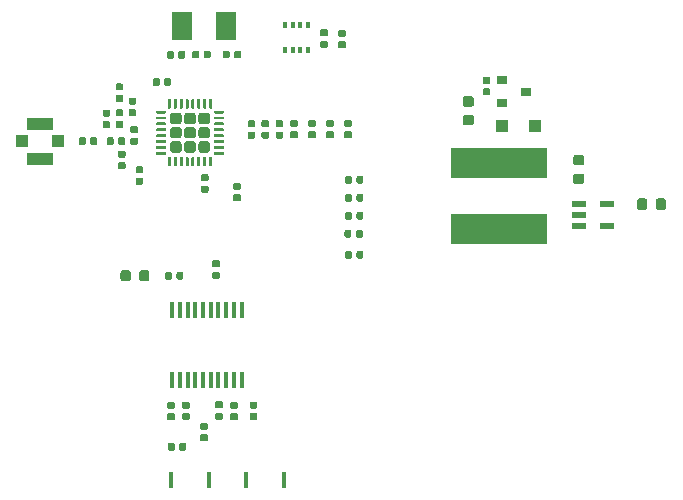
<source format=gbr>
G04 #@! TF.GenerationSoftware,KiCad,Pcbnew,5.1.5+dfsg1-2build2*
G04 #@! TF.CreationDate,2020-09-18T15:20:15+03:00*
G04 #@! TF.ProjectId,NRF_SENDER,4e52465f-5345-44e4-9445-522e6b696361,rev?*
G04 #@! TF.SameCoordinates,Original*
G04 #@! TF.FileFunction,Paste,Top*
G04 #@! TF.FilePolarity,Positive*
%FSLAX46Y46*%
G04 Gerber Fmt 4.6, Leading zero omitted, Abs format (unit mm)*
G04 Created by KiCad (PCBNEW 5.1.5+dfsg1-2build2) date 2020-09-18 15:20:15*
%MOMM*%
%LPD*%
G04 APERTURE LIST*
%ADD10R,0.450000X1.450000*%
%ADD11C,0.100000*%
%ADD12R,1.100000X1.100000*%
%ADD13R,1.000000X1.000000*%
%ADD14R,2.200000X1.050000*%
%ADD15R,8.200000X2.600000*%
%ADD16R,0.900000X0.800000*%
%ADD17R,0.450000X1.400000*%
%ADD18R,0.350000X0.500000*%
%ADD19R,1.700000X2.400000*%
%ADD20R,1.200000X0.500000*%
G04 APERTURE END LIST*
D10*
X76831000Y-72234000D03*
X77481000Y-72234000D03*
X78131000Y-72234000D03*
X78781000Y-72234000D03*
X79431000Y-72234000D03*
X80081000Y-72234000D03*
X80731000Y-72234000D03*
X81381000Y-72234000D03*
X82031000Y-72234000D03*
X82681000Y-72234000D03*
X82681000Y-78134000D03*
X82031000Y-78134000D03*
X81381000Y-78134000D03*
X80731000Y-78134000D03*
X80081000Y-78134000D03*
X79431000Y-78134000D03*
X78781000Y-78134000D03*
X78131000Y-78134000D03*
X77481000Y-78134000D03*
X76831000Y-78134000D03*
D11*
G36*
X80138626Y-59280301D02*
G01*
X80144693Y-59281201D01*
X80150643Y-59282691D01*
X80156418Y-59284758D01*
X80161962Y-59287380D01*
X80167223Y-59290533D01*
X80172150Y-59294187D01*
X80176694Y-59298306D01*
X80180813Y-59302850D01*
X80184467Y-59307777D01*
X80187620Y-59313038D01*
X80190242Y-59318582D01*
X80192309Y-59324357D01*
X80193799Y-59330307D01*
X80194699Y-59336374D01*
X80195000Y-59342500D01*
X80195000Y-60017500D01*
X80194699Y-60023626D01*
X80193799Y-60029693D01*
X80192309Y-60035643D01*
X80190242Y-60041418D01*
X80187620Y-60046962D01*
X80184467Y-60052223D01*
X80180813Y-60057150D01*
X80176694Y-60061694D01*
X80172150Y-60065813D01*
X80167223Y-60069467D01*
X80161962Y-60072620D01*
X80156418Y-60075242D01*
X80150643Y-60077309D01*
X80144693Y-60078799D01*
X80138626Y-60079699D01*
X80132500Y-60080000D01*
X80007500Y-60080000D01*
X80001374Y-60079699D01*
X79995307Y-60078799D01*
X79989357Y-60077309D01*
X79983582Y-60075242D01*
X79978038Y-60072620D01*
X79972777Y-60069467D01*
X79967850Y-60065813D01*
X79963306Y-60061694D01*
X79959187Y-60057150D01*
X79955533Y-60052223D01*
X79952380Y-60046962D01*
X79949758Y-60041418D01*
X79947691Y-60035643D01*
X79946201Y-60029693D01*
X79945301Y-60023626D01*
X79945000Y-60017500D01*
X79945000Y-59342500D01*
X79945301Y-59336374D01*
X79946201Y-59330307D01*
X79947691Y-59324357D01*
X79949758Y-59318582D01*
X79952380Y-59313038D01*
X79955533Y-59307777D01*
X79959187Y-59302850D01*
X79963306Y-59298306D01*
X79967850Y-59294187D01*
X79972777Y-59290533D01*
X79978038Y-59287380D01*
X79983582Y-59284758D01*
X79989357Y-59282691D01*
X79995307Y-59281201D01*
X80001374Y-59280301D01*
X80007500Y-59280000D01*
X80132500Y-59280000D01*
X80138626Y-59280301D01*
G37*
G36*
X79638626Y-59280301D02*
G01*
X79644693Y-59281201D01*
X79650643Y-59282691D01*
X79656418Y-59284758D01*
X79661962Y-59287380D01*
X79667223Y-59290533D01*
X79672150Y-59294187D01*
X79676694Y-59298306D01*
X79680813Y-59302850D01*
X79684467Y-59307777D01*
X79687620Y-59313038D01*
X79690242Y-59318582D01*
X79692309Y-59324357D01*
X79693799Y-59330307D01*
X79694699Y-59336374D01*
X79695000Y-59342500D01*
X79695000Y-60017500D01*
X79694699Y-60023626D01*
X79693799Y-60029693D01*
X79692309Y-60035643D01*
X79690242Y-60041418D01*
X79687620Y-60046962D01*
X79684467Y-60052223D01*
X79680813Y-60057150D01*
X79676694Y-60061694D01*
X79672150Y-60065813D01*
X79667223Y-60069467D01*
X79661962Y-60072620D01*
X79656418Y-60075242D01*
X79650643Y-60077309D01*
X79644693Y-60078799D01*
X79638626Y-60079699D01*
X79632500Y-60080000D01*
X79507500Y-60080000D01*
X79501374Y-60079699D01*
X79495307Y-60078799D01*
X79489357Y-60077309D01*
X79483582Y-60075242D01*
X79478038Y-60072620D01*
X79472777Y-60069467D01*
X79467850Y-60065813D01*
X79463306Y-60061694D01*
X79459187Y-60057150D01*
X79455533Y-60052223D01*
X79452380Y-60046962D01*
X79449758Y-60041418D01*
X79447691Y-60035643D01*
X79446201Y-60029693D01*
X79445301Y-60023626D01*
X79445000Y-60017500D01*
X79445000Y-59342500D01*
X79445301Y-59336374D01*
X79446201Y-59330307D01*
X79447691Y-59324357D01*
X79449758Y-59318582D01*
X79452380Y-59313038D01*
X79455533Y-59307777D01*
X79459187Y-59302850D01*
X79463306Y-59298306D01*
X79467850Y-59294187D01*
X79472777Y-59290533D01*
X79478038Y-59287380D01*
X79483582Y-59284758D01*
X79489357Y-59282691D01*
X79495307Y-59281201D01*
X79501374Y-59280301D01*
X79507500Y-59280000D01*
X79632500Y-59280000D01*
X79638626Y-59280301D01*
G37*
G36*
X79138626Y-59280301D02*
G01*
X79144693Y-59281201D01*
X79150643Y-59282691D01*
X79156418Y-59284758D01*
X79161962Y-59287380D01*
X79167223Y-59290533D01*
X79172150Y-59294187D01*
X79176694Y-59298306D01*
X79180813Y-59302850D01*
X79184467Y-59307777D01*
X79187620Y-59313038D01*
X79190242Y-59318582D01*
X79192309Y-59324357D01*
X79193799Y-59330307D01*
X79194699Y-59336374D01*
X79195000Y-59342500D01*
X79195000Y-60017500D01*
X79194699Y-60023626D01*
X79193799Y-60029693D01*
X79192309Y-60035643D01*
X79190242Y-60041418D01*
X79187620Y-60046962D01*
X79184467Y-60052223D01*
X79180813Y-60057150D01*
X79176694Y-60061694D01*
X79172150Y-60065813D01*
X79167223Y-60069467D01*
X79161962Y-60072620D01*
X79156418Y-60075242D01*
X79150643Y-60077309D01*
X79144693Y-60078799D01*
X79138626Y-60079699D01*
X79132500Y-60080000D01*
X79007500Y-60080000D01*
X79001374Y-60079699D01*
X78995307Y-60078799D01*
X78989357Y-60077309D01*
X78983582Y-60075242D01*
X78978038Y-60072620D01*
X78972777Y-60069467D01*
X78967850Y-60065813D01*
X78963306Y-60061694D01*
X78959187Y-60057150D01*
X78955533Y-60052223D01*
X78952380Y-60046962D01*
X78949758Y-60041418D01*
X78947691Y-60035643D01*
X78946201Y-60029693D01*
X78945301Y-60023626D01*
X78945000Y-60017500D01*
X78945000Y-59342500D01*
X78945301Y-59336374D01*
X78946201Y-59330307D01*
X78947691Y-59324357D01*
X78949758Y-59318582D01*
X78952380Y-59313038D01*
X78955533Y-59307777D01*
X78959187Y-59302850D01*
X78963306Y-59298306D01*
X78967850Y-59294187D01*
X78972777Y-59290533D01*
X78978038Y-59287380D01*
X78983582Y-59284758D01*
X78989357Y-59282691D01*
X78995307Y-59281201D01*
X79001374Y-59280301D01*
X79007500Y-59280000D01*
X79132500Y-59280000D01*
X79138626Y-59280301D01*
G37*
G36*
X78638626Y-59280301D02*
G01*
X78644693Y-59281201D01*
X78650643Y-59282691D01*
X78656418Y-59284758D01*
X78661962Y-59287380D01*
X78667223Y-59290533D01*
X78672150Y-59294187D01*
X78676694Y-59298306D01*
X78680813Y-59302850D01*
X78684467Y-59307777D01*
X78687620Y-59313038D01*
X78690242Y-59318582D01*
X78692309Y-59324357D01*
X78693799Y-59330307D01*
X78694699Y-59336374D01*
X78695000Y-59342500D01*
X78695000Y-60017500D01*
X78694699Y-60023626D01*
X78693799Y-60029693D01*
X78692309Y-60035643D01*
X78690242Y-60041418D01*
X78687620Y-60046962D01*
X78684467Y-60052223D01*
X78680813Y-60057150D01*
X78676694Y-60061694D01*
X78672150Y-60065813D01*
X78667223Y-60069467D01*
X78661962Y-60072620D01*
X78656418Y-60075242D01*
X78650643Y-60077309D01*
X78644693Y-60078799D01*
X78638626Y-60079699D01*
X78632500Y-60080000D01*
X78507500Y-60080000D01*
X78501374Y-60079699D01*
X78495307Y-60078799D01*
X78489357Y-60077309D01*
X78483582Y-60075242D01*
X78478038Y-60072620D01*
X78472777Y-60069467D01*
X78467850Y-60065813D01*
X78463306Y-60061694D01*
X78459187Y-60057150D01*
X78455533Y-60052223D01*
X78452380Y-60046962D01*
X78449758Y-60041418D01*
X78447691Y-60035643D01*
X78446201Y-60029693D01*
X78445301Y-60023626D01*
X78445000Y-60017500D01*
X78445000Y-59342500D01*
X78445301Y-59336374D01*
X78446201Y-59330307D01*
X78447691Y-59324357D01*
X78449758Y-59318582D01*
X78452380Y-59313038D01*
X78455533Y-59307777D01*
X78459187Y-59302850D01*
X78463306Y-59298306D01*
X78467850Y-59294187D01*
X78472777Y-59290533D01*
X78478038Y-59287380D01*
X78483582Y-59284758D01*
X78489357Y-59282691D01*
X78495307Y-59281201D01*
X78501374Y-59280301D01*
X78507500Y-59280000D01*
X78632500Y-59280000D01*
X78638626Y-59280301D01*
G37*
G36*
X78138626Y-59280301D02*
G01*
X78144693Y-59281201D01*
X78150643Y-59282691D01*
X78156418Y-59284758D01*
X78161962Y-59287380D01*
X78167223Y-59290533D01*
X78172150Y-59294187D01*
X78176694Y-59298306D01*
X78180813Y-59302850D01*
X78184467Y-59307777D01*
X78187620Y-59313038D01*
X78190242Y-59318582D01*
X78192309Y-59324357D01*
X78193799Y-59330307D01*
X78194699Y-59336374D01*
X78195000Y-59342500D01*
X78195000Y-60017500D01*
X78194699Y-60023626D01*
X78193799Y-60029693D01*
X78192309Y-60035643D01*
X78190242Y-60041418D01*
X78187620Y-60046962D01*
X78184467Y-60052223D01*
X78180813Y-60057150D01*
X78176694Y-60061694D01*
X78172150Y-60065813D01*
X78167223Y-60069467D01*
X78161962Y-60072620D01*
X78156418Y-60075242D01*
X78150643Y-60077309D01*
X78144693Y-60078799D01*
X78138626Y-60079699D01*
X78132500Y-60080000D01*
X78007500Y-60080000D01*
X78001374Y-60079699D01*
X77995307Y-60078799D01*
X77989357Y-60077309D01*
X77983582Y-60075242D01*
X77978038Y-60072620D01*
X77972777Y-60069467D01*
X77967850Y-60065813D01*
X77963306Y-60061694D01*
X77959187Y-60057150D01*
X77955533Y-60052223D01*
X77952380Y-60046962D01*
X77949758Y-60041418D01*
X77947691Y-60035643D01*
X77946201Y-60029693D01*
X77945301Y-60023626D01*
X77945000Y-60017500D01*
X77945000Y-59342500D01*
X77945301Y-59336374D01*
X77946201Y-59330307D01*
X77947691Y-59324357D01*
X77949758Y-59318582D01*
X77952380Y-59313038D01*
X77955533Y-59307777D01*
X77959187Y-59302850D01*
X77963306Y-59298306D01*
X77967850Y-59294187D01*
X77972777Y-59290533D01*
X77978038Y-59287380D01*
X77983582Y-59284758D01*
X77989357Y-59282691D01*
X77995307Y-59281201D01*
X78001374Y-59280301D01*
X78007500Y-59280000D01*
X78132500Y-59280000D01*
X78138626Y-59280301D01*
G37*
G36*
X77638626Y-59280301D02*
G01*
X77644693Y-59281201D01*
X77650643Y-59282691D01*
X77656418Y-59284758D01*
X77661962Y-59287380D01*
X77667223Y-59290533D01*
X77672150Y-59294187D01*
X77676694Y-59298306D01*
X77680813Y-59302850D01*
X77684467Y-59307777D01*
X77687620Y-59313038D01*
X77690242Y-59318582D01*
X77692309Y-59324357D01*
X77693799Y-59330307D01*
X77694699Y-59336374D01*
X77695000Y-59342500D01*
X77695000Y-60017500D01*
X77694699Y-60023626D01*
X77693799Y-60029693D01*
X77692309Y-60035643D01*
X77690242Y-60041418D01*
X77687620Y-60046962D01*
X77684467Y-60052223D01*
X77680813Y-60057150D01*
X77676694Y-60061694D01*
X77672150Y-60065813D01*
X77667223Y-60069467D01*
X77661962Y-60072620D01*
X77656418Y-60075242D01*
X77650643Y-60077309D01*
X77644693Y-60078799D01*
X77638626Y-60079699D01*
X77632500Y-60080000D01*
X77507500Y-60080000D01*
X77501374Y-60079699D01*
X77495307Y-60078799D01*
X77489357Y-60077309D01*
X77483582Y-60075242D01*
X77478038Y-60072620D01*
X77472777Y-60069467D01*
X77467850Y-60065813D01*
X77463306Y-60061694D01*
X77459187Y-60057150D01*
X77455533Y-60052223D01*
X77452380Y-60046962D01*
X77449758Y-60041418D01*
X77447691Y-60035643D01*
X77446201Y-60029693D01*
X77445301Y-60023626D01*
X77445000Y-60017500D01*
X77445000Y-59342500D01*
X77445301Y-59336374D01*
X77446201Y-59330307D01*
X77447691Y-59324357D01*
X77449758Y-59318582D01*
X77452380Y-59313038D01*
X77455533Y-59307777D01*
X77459187Y-59302850D01*
X77463306Y-59298306D01*
X77467850Y-59294187D01*
X77472777Y-59290533D01*
X77478038Y-59287380D01*
X77483582Y-59284758D01*
X77489357Y-59282691D01*
X77495307Y-59281201D01*
X77501374Y-59280301D01*
X77507500Y-59280000D01*
X77632500Y-59280000D01*
X77638626Y-59280301D01*
G37*
G36*
X77138626Y-59280301D02*
G01*
X77144693Y-59281201D01*
X77150643Y-59282691D01*
X77156418Y-59284758D01*
X77161962Y-59287380D01*
X77167223Y-59290533D01*
X77172150Y-59294187D01*
X77176694Y-59298306D01*
X77180813Y-59302850D01*
X77184467Y-59307777D01*
X77187620Y-59313038D01*
X77190242Y-59318582D01*
X77192309Y-59324357D01*
X77193799Y-59330307D01*
X77194699Y-59336374D01*
X77195000Y-59342500D01*
X77195000Y-60017500D01*
X77194699Y-60023626D01*
X77193799Y-60029693D01*
X77192309Y-60035643D01*
X77190242Y-60041418D01*
X77187620Y-60046962D01*
X77184467Y-60052223D01*
X77180813Y-60057150D01*
X77176694Y-60061694D01*
X77172150Y-60065813D01*
X77167223Y-60069467D01*
X77161962Y-60072620D01*
X77156418Y-60075242D01*
X77150643Y-60077309D01*
X77144693Y-60078799D01*
X77138626Y-60079699D01*
X77132500Y-60080000D01*
X77007500Y-60080000D01*
X77001374Y-60079699D01*
X76995307Y-60078799D01*
X76989357Y-60077309D01*
X76983582Y-60075242D01*
X76978038Y-60072620D01*
X76972777Y-60069467D01*
X76967850Y-60065813D01*
X76963306Y-60061694D01*
X76959187Y-60057150D01*
X76955533Y-60052223D01*
X76952380Y-60046962D01*
X76949758Y-60041418D01*
X76947691Y-60035643D01*
X76946201Y-60029693D01*
X76945301Y-60023626D01*
X76945000Y-60017500D01*
X76945000Y-59342500D01*
X76945301Y-59336374D01*
X76946201Y-59330307D01*
X76947691Y-59324357D01*
X76949758Y-59318582D01*
X76952380Y-59313038D01*
X76955533Y-59307777D01*
X76959187Y-59302850D01*
X76963306Y-59298306D01*
X76967850Y-59294187D01*
X76972777Y-59290533D01*
X76978038Y-59287380D01*
X76983582Y-59284758D01*
X76989357Y-59282691D01*
X76995307Y-59281201D01*
X77001374Y-59280301D01*
X77007500Y-59280000D01*
X77132500Y-59280000D01*
X77138626Y-59280301D01*
G37*
G36*
X76638626Y-59280301D02*
G01*
X76644693Y-59281201D01*
X76650643Y-59282691D01*
X76656418Y-59284758D01*
X76661962Y-59287380D01*
X76667223Y-59290533D01*
X76672150Y-59294187D01*
X76676694Y-59298306D01*
X76680813Y-59302850D01*
X76684467Y-59307777D01*
X76687620Y-59313038D01*
X76690242Y-59318582D01*
X76692309Y-59324357D01*
X76693799Y-59330307D01*
X76694699Y-59336374D01*
X76695000Y-59342500D01*
X76695000Y-60017500D01*
X76694699Y-60023626D01*
X76693799Y-60029693D01*
X76692309Y-60035643D01*
X76690242Y-60041418D01*
X76687620Y-60046962D01*
X76684467Y-60052223D01*
X76680813Y-60057150D01*
X76676694Y-60061694D01*
X76672150Y-60065813D01*
X76667223Y-60069467D01*
X76661962Y-60072620D01*
X76656418Y-60075242D01*
X76650643Y-60077309D01*
X76644693Y-60078799D01*
X76638626Y-60079699D01*
X76632500Y-60080000D01*
X76507500Y-60080000D01*
X76501374Y-60079699D01*
X76495307Y-60078799D01*
X76489357Y-60077309D01*
X76483582Y-60075242D01*
X76478038Y-60072620D01*
X76472777Y-60069467D01*
X76467850Y-60065813D01*
X76463306Y-60061694D01*
X76459187Y-60057150D01*
X76455533Y-60052223D01*
X76452380Y-60046962D01*
X76449758Y-60041418D01*
X76447691Y-60035643D01*
X76446201Y-60029693D01*
X76445301Y-60023626D01*
X76445000Y-60017500D01*
X76445000Y-59342500D01*
X76445301Y-59336374D01*
X76446201Y-59330307D01*
X76447691Y-59324357D01*
X76449758Y-59318582D01*
X76452380Y-59313038D01*
X76455533Y-59307777D01*
X76459187Y-59302850D01*
X76463306Y-59298306D01*
X76467850Y-59294187D01*
X76472777Y-59290533D01*
X76478038Y-59287380D01*
X76483582Y-59284758D01*
X76489357Y-59282691D01*
X76495307Y-59281201D01*
X76501374Y-59280301D01*
X76507500Y-59280000D01*
X76632500Y-59280000D01*
X76638626Y-59280301D01*
G37*
G36*
X76213626Y-58855301D02*
G01*
X76219693Y-58856201D01*
X76225643Y-58857691D01*
X76231418Y-58859758D01*
X76236962Y-58862380D01*
X76242223Y-58865533D01*
X76247150Y-58869187D01*
X76251694Y-58873306D01*
X76255813Y-58877850D01*
X76259467Y-58882777D01*
X76262620Y-58888038D01*
X76265242Y-58893582D01*
X76267309Y-58899357D01*
X76268799Y-58905307D01*
X76269699Y-58911374D01*
X76270000Y-58917500D01*
X76270000Y-59042500D01*
X76269699Y-59048626D01*
X76268799Y-59054693D01*
X76267309Y-59060643D01*
X76265242Y-59066418D01*
X76262620Y-59071962D01*
X76259467Y-59077223D01*
X76255813Y-59082150D01*
X76251694Y-59086694D01*
X76247150Y-59090813D01*
X76242223Y-59094467D01*
X76236962Y-59097620D01*
X76231418Y-59100242D01*
X76225643Y-59102309D01*
X76219693Y-59103799D01*
X76213626Y-59104699D01*
X76207500Y-59105000D01*
X75532500Y-59105000D01*
X75526374Y-59104699D01*
X75520307Y-59103799D01*
X75514357Y-59102309D01*
X75508582Y-59100242D01*
X75503038Y-59097620D01*
X75497777Y-59094467D01*
X75492850Y-59090813D01*
X75488306Y-59086694D01*
X75484187Y-59082150D01*
X75480533Y-59077223D01*
X75477380Y-59071962D01*
X75474758Y-59066418D01*
X75472691Y-59060643D01*
X75471201Y-59054693D01*
X75470301Y-59048626D01*
X75470000Y-59042500D01*
X75470000Y-58917500D01*
X75470301Y-58911374D01*
X75471201Y-58905307D01*
X75472691Y-58899357D01*
X75474758Y-58893582D01*
X75477380Y-58888038D01*
X75480533Y-58882777D01*
X75484187Y-58877850D01*
X75488306Y-58873306D01*
X75492850Y-58869187D01*
X75497777Y-58865533D01*
X75503038Y-58862380D01*
X75508582Y-58859758D01*
X75514357Y-58857691D01*
X75520307Y-58856201D01*
X75526374Y-58855301D01*
X75532500Y-58855000D01*
X76207500Y-58855000D01*
X76213626Y-58855301D01*
G37*
G36*
X76213626Y-58355301D02*
G01*
X76219693Y-58356201D01*
X76225643Y-58357691D01*
X76231418Y-58359758D01*
X76236962Y-58362380D01*
X76242223Y-58365533D01*
X76247150Y-58369187D01*
X76251694Y-58373306D01*
X76255813Y-58377850D01*
X76259467Y-58382777D01*
X76262620Y-58388038D01*
X76265242Y-58393582D01*
X76267309Y-58399357D01*
X76268799Y-58405307D01*
X76269699Y-58411374D01*
X76270000Y-58417500D01*
X76270000Y-58542500D01*
X76269699Y-58548626D01*
X76268799Y-58554693D01*
X76267309Y-58560643D01*
X76265242Y-58566418D01*
X76262620Y-58571962D01*
X76259467Y-58577223D01*
X76255813Y-58582150D01*
X76251694Y-58586694D01*
X76247150Y-58590813D01*
X76242223Y-58594467D01*
X76236962Y-58597620D01*
X76231418Y-58600242D01*
X76225643Y-58602309D01*
X76219693Y-58603799D01*
X76213626Y-58604699D01*
X76207500Y-58605000D01*
X75532500Y-58605000D01*
X75526374Y-58604699D01*
X75520307Y-58603799D01*
X75514357Y-58602309D01*
X75508582Y-58600242D01*
X75503038Y-58597620D01*
X75497777Y-58594467D01*
X75492850Y-58590813D01*
X75488306Y-58586694D01*
X75484187Y-58582150D01*
X75480533Y-58577223D01*
X75477380Y-58571962D01*
X75474758Y-58566418D01*
X75472691Y-58560643D01*
X75471201Y-58554693D01*
X75470301Y-58548626D01*
X75470000Y-58542500D01*
X75470000Y-58417500D01*
X75470301Y-58411374D01*
X75471201Y-58405307D01*
X75472691Y-58399357D01*
X75474758Y-58393582D01*
X75477380Y-58388038D01*
X75480533Y-58382777D01*
X75484187Y-58377850D01*
X75488306Y-58373306D01*
X75492850Y-58369187D01*
X75497777Y-58365533D01*
X75503038Y-58362380D01*
X75508582Y-58359758D01*
X75514357Y-58357691D01*
X75520307Y-58356201D01*
X75526374Y-58355301D01*
X75532500Y-58355000D01*
X76207500Y-58355000D01*
X76213626Y-58355301D01*
G37*
G36*
X76213626Y-57855301D02*
G01*
X76219693Y-57856201D01*
X76225643Y-57857691D01*
X76231418Y-57859758D01*
X76236962Y-57862380D01*
X76242223Y-57865533D01*
X76247150Y-57869187D01*
X76251694Y-57873306D01*
X76255813Y-57877850D01*
X76259467Y-57882777D01*
X76262620Y-57888038D01*
X76265242Y-57893582D01*
X76267309Y-57899357D01*
X76268799Y-57905307D01*
X76269699Y-57911374D01*
X76270000Y-57917500D01*
X76270000Y-58042500D01*
X76269699Y-58048626D01*
X76268799Y-58054693D01*
X76267309Y-58060643D01*
X76265242Y-58066418D01*
X76262620Y-58071962D01*
X76259467Y-58077223D01*
X76255813Y-58082150D01*
X76251694Y-58086694D01*
X76247150Y-58090813D01*
X76242223Y-58094467D01*
X76236962Y-58097620D01*
X76231418Y-58100242D01*
X76225643Y-58102309D01*
X76219693Y-58103799D01*
X76213626Y-58104699D01*
X76207500Y-58105000D01*
X75532500Y-58105000D01*
X75526374Y-58104699D01*
X75520307Y-58103799D01*
X75514357Y-58102309D01*
X75508582Y-58100242D01*
X75503038Y-58097620D01*
X75497777Y-58094467D01*
X75492850Y-58090813D01*
X75488306Y-58086694D01*
X75484187Y-58082150D01*
X75480533Y-58077223D01*
X75477380Y-58071962D01*
X75474758Y-58066418D01*
X75472691Y-58060643D01*
X75471201Y-58054693D01*
X75470301Y-58048626D01*
X75470000Y-58042500D01*
X75470000Y-57917500D01*
X75470301Y-57911374D01*
X75471201Y-57905307D01*
X75472691Y-57899357D01*
X75474758Y-57893582D01*
X75477380Y-57888038D01*
X75480533Y-57882777D01*
X75484187Y-57877850D01*
X75488306Y-57873306D01*
X75492850Y-57869187D01*
X75497777Y-57865533D01*
X75503038Y-57862380D01*
X75508582Y-57859758D01*
X75514357Y-57857691D01*
X75520307Y-57856201D01*
X75526374Y-57855301D01*
X75532500Y-57855000D01*
X76207500Y-57855000D01*
X76213626Y-57855301D01*
G37*
G36*
X76213626Y-57355301D02*
G01*
X76219693Y-57356201D01*
X76225643Y-57357691D01*
X76231418Y-57359758D01*
X76236962Y-57362380D01*
X76242223Y-57365533D01*
X76247150Y-57369187D01*
X76251694Y-57373306D01*
X76255813Y-57377850D01*
X76259467Y-57382777D01*
X76262620Y-57388038D01*
X76265242Y-57393582D01*
X76267309Y-57399357D01*
X76268799Y-57405307D01*
X76269699Y-57411374D01*
X76270000Y-57417500D01*
X76270000Y-57542500D01*
X76269699Y-57548626D01*
X76268799Y-57554693D01*
X76267309Y-57560643D01*
X76265242Y-57566418D01*
X76262620Y-57571962D01*
X76259467Y-57577223D01*
X76255813Y-57582150D01*
X76251694Y-57586694D01*
X76247150Y-57590813D01*
X76242223Y-57594467D01*
X76236962Y-57597620D01*
X76231418Y-57600242D01*
X76225643Y-57602309D01*
X76219693Y-57603799D01*
X76213626Y-57604699D01*
X76207500Y-57605000D01*
X75532500Y-57605000D01*
X75526374Y-57604699D01*
X75520307Y-57603799D01*
X75514357Y-57602309D01*
X75508582Y-57600242D01*
X75503038Y-57597620D01*
X75497777Y-57594467D01*
X75492850Y-57590813D01*
X75488306Y-57586694D01*
X75484187Y-57582150D01*
X75480533Y-57577223D01*
X75477380Y-57571962D01*
X75474758Y-57566418D01*
X75472691Y-57560643D01*
X75471201Y-57554693D01*
X75470301Y-57548626D01*
X75470000Y-57542500D01*
X75470000Y-57417500D01*
X75470301Y-57411374D01*
X75471201Y-57405307D01*
X75472691Y-57399357D01*
X75474758Y-57393582D01*
X75477380Y-57388038D01*
X75480533Y-57382777D01*
X75484187Y-57377850D01*
X75488306Y-57373306D01*
X75492850Y-57369187D01*
X75497777Y-57365533D01*
X75503038Y-57362380D01*
X75508582Y-57359758D01*
X75514357Y-57357691D01*
X75520307Y-57356201D01*
X75526374Y-57355301D01*
X75532500Y-57355000D01*
X76207500Y-57355000D01*
X76213626Y-57355301D01*
G37*
G36*
X76213626Y-56855301D02*
G01*
X76219693Y-56856201D01*
X76225643Y-56857691D01*
X76231418Y-56859758D01*
X76236962Y-56862380D01*
X76242223Y-56865533D01*
X76247150Y-56869187D01*
X76251694Y-56873306D01*
X76255813Y-56877850D01*
X76259467Y-56882777D01*
X76262620Y-56888038D01*
X76265242Y-56893582D01*
X76267309Y-56899357D01*
X76268799Y-56905307D01*
X76269699Y-56911374D01*
X76270000Y-56917500D01*
X76270000Y-57042500D01*
X76269699Y-57048626D01*
X76268799Y-57054693D01*
X76267309Y-57060643D01*
X76265242Y-57066418D01*
X76262620Y-57071962D01*
X76259467Y-57077223D01*
X76255813Y-57082150D01*
X76251694Y-57086694D01*
X76247150Y-57090813D01*
X76242223Y-57094467D01*
X76236962Y-57097620D01*
X76231418Y-57100242D01*
X76225643Y-57102309D01*
X76219693Y-57103799D01*
X76213626Y-57104699D01*
X76207500Y-57105000D01*
X75532500Y-57105000D01*
X75526374Y-57104699D01*
X75520307Y-57103799D01*
X75514357Y-57102309D01*
X75508582Y-57100242D01*
X75503038Y-57097620D01*
X75497777Y-57094467D01*
X75492850Y-57090813D01*
X75488306Y-57086694D01*
X75484187Y-57082150D01*
X75480533Y-57077223D01*
X75477380Y-57071962D01*
X75474758Y-57066418D01*
X75472691Y-57060643D01*
X75471201Y-57054693D01*
X75470301Y-57048626D01*
X75470000Y-57042500D01*
X75470000Y-56917500D01*
X75470301Y-56911374D01*
X75471201Y-56905307D01*
X75472691Y-56899357D01*
X75474758Y-56893582D01*
X75477380Y-56888038D01*
X75480533Y-56882777D01*
X75484187Y-56877850D01*
X75488306Y-56873306D01*
X75492850Y-56869187D01*
X75497777Y-56865533D01*
X75503038Y-56862380D01*
X75508582Y-56859758D01*
X75514357Y-56857691D01*
X75520307Y-56856201D01*
X75526374Y-56855301D01*
X75532500Y-56855000D01*
X76207500Y-56855000D01*
X76213626Y-56855301D01*
G37*
G36*
X76213626Y-56355301D02*
G01*
X76219693Y-56356201D01*
X76225643Y-56357691D01*
X76231418Y-56359758D01*
X76236962Y-56362380D01*
X76242223Y-56365533D01*
X76247150Y-56369187D01*
X76251694Y-56373306D01*
X76255813Y-56377850D01*
X76259467Y-56382777D01*
X76262620Y-56388038D01*
X76265242Y-56393582D01*
X76267309Y-56399357D01*
X76268799Y-56405307D01*
X76269699Y-56411374D01*
X76270000Y-56417500D01*
X76270000Y-56542500D01*
X76269699Y-56548626D01*
X76268799Y-56554693D01*
X76267309Y-56560643D01*
X76265242Y-56566418D01*
X76262620Y-56571962D01*
X76259467Y-56577223D01*
X76255813Y-56582150D01*
X76251694Y-56586694D01*
X76247150Y-56590813D01*
X76242223Y-56594467D01*
X76236962Y-56597620D01*
X76231418Y-56600242D01*
X76225643Y-56602309D01*
X76219693Y-56603799D01*
X76213626Y-56604699D01*
X76207500Y-56605000D01*
X75532500Y-56605000D01*
X75526374Y-56604699D01*
X75520307Y-56603799D01*
X75514357Y-56602309D01*
X75508582Y-56600242D01*
X75503038Y-56597620D01*
X75497777Y-56594467D01*
X75492850Y-56590813D01*
X75488306Y-56586694D01*
X75484187Y-56582150D01*
X75480533Y-56577223D01*
X75477380Y-56571962D01*
X75474758Y-56566418D01*
X75472691Y-56560643D01*
X75471201Y-56554693D01*
X75470301Y-56548626D01*
X75470000Y-56542500D01*
X75470000Y-56417500D01*
X75470301Y-56411374D01*
X75471201Y-56405307D01*
X75472691Y-56399357D01*
X75474758Y-56393582D01*
X75477380Y-56388038D01*
X75480533Y-56382777D01*
X75484187Y-56377850D01*
X75488306Y-56373306D01*
X75492850Y-56369187D01*
X75497777Y-56365533D01*
X75503038Y-56362380D01*
X75508582Y-56359758D01*
X75514357Y-56357691D01*
X75520307Y-56356201D01*
X75526374Y-56355301D01*
X75532500Y-56355000D01*
X76207500Y-56355000D01*
X76213626Y-56355301D01*
G37*
G36*
X76213626Y-55855301D02*
G01*
X76219693Y-55856201D01*
X76225643Y-55857691D01*
X76231418Y-55859758D01*
X76236962Y-55862380D01*
X76242223Y-55865533D01*
X76247150Y-55869187D01*
X76251694Y-55873306D01*
X76255813Y-55877850D01*
X76259467Y-55882777D01*
X76262620Y-55888038D01*
X76265242Y-55893582D01*
X76267309Y-55899357D01*
X76268799Y-55905307D01*
X76269699Y-55911374D01*
X76270000Y-55917500D01*
X76270000Y-56042500D01*
X76269699Y-56048626D01*
X76268799Y-56054693D01*
X76267309Y-56060643D01*
X76265242Y-56066418D01*
X76262620Y-56071962D01*
X76259467Y-56077223D01*
X76255813Y-56082150D01*
X76251694Y-56086694D01*
X76247150Y-56090813D01*
X76242223Y-56094467D01*
X76236962Y-56097620D01*
X76231418Y-56100242D01*
X76225643Y-56102309D01*
X76219693Y-56103799D01*
X76213626Y-56104699D01*
X76207500Y-56105000D01*
X75532500Y-56105000D01*
X75526374Y-56104699D01*
X75520307Y-56103799D01*
X75514357Y-56102309D01*
X75508582Y-56100242D01*
X75503038Y-56097620D01*
X75497777Y-56094467D01*
X75492850Y-56090813D01*
X75488306Y-56086694D01*
X75484187Y-56082150D01*
X75480533Y-56077223D01*
X75477380Y-56071962D01*
X75474758Y-56066418D01*
X75472691Y-56060643D01*
X75471201Y-56054693D01*
X75470301Y-56048626D01*
X75470000Y-56042500D01*
X75470000Y-55917500D01*
X75470301Y-55911374D01*
X75471201Y-55905307D01*
X75472691Y-55899357D01*
X75474758Y-55893582D01*
X75477380Y-55888038D01*
X75480533Y-55882777D01*
X75484187Y-55877850D01*
X75488306Y-55873306D01*
X75492850Y-55869187D01*
X75497777Y-55865533D01*
X75503038Y-55862380D01*
X75508582Y-55859758D01*
X75514357Y-55857691D01*
X75520307Y-55856201D01*
X75526374Y-55855301D01*
X75532500Y-55855000D01*
X76207500Y-55855000D01*
X76213626Y-55855301D01*
G37*
G36*
X76213626Y-55355301D02*
G01*
X76219693Y-55356201D01*
X76225643Y-55357691D01*
X76231418Y-55359758D01*
X76236962Y-55362380D01*
X76242223Y-55365533D01*
X76247150Y-55369187D01*
X76251694Y-55373306D01*
X76255813Y-55377850D01*
X76259467Y-55382777D01*
X76262620Y-55388038D01*
X76265242Y-55393582D01*
X76267309Y-55399357D01*
X76268799Y-55405307D01*
X76269699Y-55411374D01*
X76270000Y-55417500D01*
X76270000Y-55542500D01*
X76269699Y-55548626D01*
X76268799Y-55554693D01*
X76267309Y-55560643D01*
X76265242Y-55566418D01*
X76262620Y-55571962D01*
X76259467Y-55577223D01*
X76255813Y-55582150D01*
X76251694Y-55586694D01*
X76247150Y-55590813D01*
X76242223Y-55594467D01*
X76236962Y-55597620D01*
X76231418Y-55600242D01*
X76225643Y-55602309D01*
X76219693Y-55603799D01*
X76213626Y-55604699D01*
X76207500Y-55605000D01*
X75532500Y-55605000D01*
X75526374Y-55604699D01*
X75520307Y-55603799D01*
X75514357Y-55602309D01*
X75508582Y-55600242D01*
X75503038Y-55597620D01*
X75497777Y-55594467D01*
X75492850Y-55590813D01*
X75488306Y-55586694D01*
X75484187Y-55582150D01*
X75480533Y-55577223D01*
X75477380Y-55571962D01*
X75474758Y-55566418D01*
X75472691Y-55560643D01*
X75471201Y-55554693D01*
X75470301Y-55548626D01*
X75470000Y-55542500D01*
X75470000Y-55417500D01*
X75470301Y-55411374D01*
X75471201Y-55405307D01*
X75472691Y-55399357D01*
X75474758Y-55393582D01*
X75477380Y-55388038D01*
X75480533Y-55382777D01*
X75484187Y-55377850D01*
X75488306Y-55373306D01*
X75492850Y-55369187D01*
X75497777Y-55365533D01*
X75503038Y-55362380D01*
X75508582Y-55359758D01*
X75514357Y-55357691D01*
X75520307Y-55356201D01*
X75526374Y-55355301D01*
X75532500Y-55355000D01*
X76207500Y-55355000D01*
X76213626Y-55355301D01*
G37*
G36*
X76638626Y-54380301D02*
G01*
X76644693Y-54381201D01*
X76650643Y-54382691D01*
X76656418Y-54384758D01*
X76661962Y-54387380D01*
X76667223Y-54390533D01*
X76672150Y-54394187D01*
X76676694Y-54398306D01*
X76680813Y-54402850D01*
X76684467Y-54407777D01*
X76687620Y-54413038D01*
X76690242Y-54418582D01*
X76692309Y-54424357D01*
X76693799Y-54430307D01*
X76694699Y-54436374D01*
X76695000Y-54442500D01*
X76695000Y-55117500D01*
X76694699Y-55123626D01*
X76693799Y-55129693D01*
X76692309Y-55135643D01*
X76690242Y-55141418D01*
X76687620Y-55146962D01*
X76684467Y-55152223D01*
X76680813Y-55157150D01*
X76676694Y-55161694D01*
X76672150Y-55165813D01*
X76667223Y-55169467D01*
X76661962Y-55172620D01*
X76656418Y-55175242D01*
X76650643Y-55177309D01*
X76644693Y-55178799D01*
X76638626Y-55179699D01*
X76632500Y-55180000D01*
X76507500Y-55180000D01*
X76501374Y-55179699D01*
X76495307Y-55178799D01*
X76489357Y-55177309D01*
X76483582Y-55175242D01*
X76478038Y-55172620D01*
X76472777Y-55169467D01*
X76467850Y-55165813D01*
X76463306Y-55161694D01*
X76459187Y-55157150D01*
X76455533Y-55152223D01*
X76452380Y-55146962D01*
X76449758Y-55141418D01*
X76447691Y-55135643D01*
X76446201Y-55129693D01*
X76445301Y-55123626D01*
X76445000Y-55117500D01*
X76445000Y-54442500D01*
X76445301Y-54436374D01*
X76446201Y-54430307D01*
X76447691Y-54424357D01*
X76449758Y-54418582D01*
X76452380Y-54413038D01*
X76455533Y-54407777D01*
X76459187Y-54402850D01*
X76463306Y-54398306D01*
X76467850Y-54394187D01*
X76472777Y-54390533D01*
X76478038Y-54387380D01*
X76483582Y-54384758D01*
X76489357Y-54382691D01*
X76495307Y-54381201D01*
X76501374Y-54380301D01*
X76507500Y-54380000D01*
X76632500Y-54380000D01*
X76638626Y-54380301D01*
G37*
G36*
X77138626Y-54380301D02*
G01*
X77144693Y-54381201D01*
X77150643Y-54382691D01*
X77156418Y-54384758D01*
X77161962Y-54387380D01*
X77167223Y-54390533D01*
X77172150Y-54394187D01*
X77176694Y-54398306D01*
X77180813Y-54402850D01*
X77184467Y-54407777D01*
X77187620Y-54413038D01*
X77190242Y-54418582D01*
X77192309Y-54424357D01*
X77193799Y-54430307D01*
X77194699Y-54436374D01*
X77195000Y-54442500D01*
X77195000Y-55117500D01*
X77194699Y-55123626D01*
X77193799Y-55129693D01*
X77192309Y-55135643D01*
X77190242Y-55141418D01*
X77187620Y-55146962D01*
X77184467Y-55152223D01*
X77180813Y-55157150D01*
X77176694Y-55161694D01*
X77172150Y-55165813D01*
X77167223Y-55169467D01*
X77161962Y-55172620D01*
X77156418Y-55175242D01*
X77150643Y-55177309D01*
X77144693Y-55178799D01*
X77138626Y-55179699D01*
X77132500Y-55180000D01*
X77007500Y-55180000D01*
X77001374Y-55179699D01*
X76995307Y-55178799D01*
X76989357Y-55177309D01*
X76983582Y-55175242D01*
X76978038Y-55172620D01*
X76972777Y-55169467D01*
X76967850Y-55165813D01*
X76963306Y-55161694D01*
X76959187Y-55157150D01*
X76955533Y-55152223D01*
X76952380Y-55146962D01*
X76949758Y-55141418D01*
X76947691Y-55135643D01*
X76946201Y-55129693D01*
X76945301Y-55123626D01*
X76945000Y-55117500D01*
X76945000Y-54442500D01*
X76945301Y-54436374D01*
X76946201Y-54430307D01*
X76947691Y-54424357D01*
X76949758Y-54418582D01*
X76952380Y-54413038D01*
X76955533Y-54407777D01*
X76959187Y-54402850D01*
X76963306Y-54398306D01*
X76967850Y-54394187D01*
X76972777Y-54390533D01*
X76978038Y-54387380D01*
X76983582Y-54384758D01*
X76989357Y-54382691D01*
X76995307Y-54381201D01*
X77001374Y-54380301D01*
X77007500Y-54380000D01*
X77132500Y-54380000D01*
X77138626Y-54380301D01*
G37*
G36*
X77638626Y-54380301D02*
G01*
X77644693Y-54381201D01*
X77650643Y-54382691D01*
X77656418Y-54384758D01*
X77661962Y-54387380D01*
X77667223Y-54390533D01*
X77672150Y-54394187D01*
X77676694Y-54398306D01*
X77680813Y-54402850D01*
X77684467Y-54407777D01*
X77687620Y-54413038D01*
X77690242Y-54418582D01*
X77692309Y-54424357D01*
X77693799Y-54430307D01*
X77694699Y-54436374D01*
X77695000Y-54442500D01*
X77695000Y-55117500D01*
X77694699Y-55123626D01*
X77693799Y-55129693D01*
X77692309Y-55135643D01*
X77690242Y-55141418D01*
X77687620Y-55146962D01*
X77684467Y-55152223D01*
X77680813Y-55157150D01*
X77676694Y-55161694D01*
X77672150Y-55165813D01*
X77667223Y-55169467D01*
X77661962Y-55172620D01*
X77656418Y-55175242D01*
X77650643Y-55177309D01*
X77644693Y-55178799D01*
X77638626Y-55179699D01*
X77632500Y-55180000D01*
X77507500Y-55180000D01*
X77501374Y-55179699D01*
X77495307Y-55178799D01*
X77489357Y-55177309D01*
X77483582Y-55175242D01*
X77478038Y-55172620D01*
X77472777Y-55169467D01*
X77467850Y-55165813D01*
X77463306Y-55161694D01*
X77459187Y-55157150D01*
X77455533Y-55152223D01*
X77452380Y-55146962D01*
X77449758Y-55141418D01*
X77447691Y-55135643D01*
X77446201Y-55129693D01*
X77445301Y-55123626D01*
X77445000Y-55117500D01*
X77445000Y-54442500D01*
X77445301Y-54436374D01*
X77446201Y-54430307D01*
X77447691Y-54424357D01*
X77449758Y-54418582D01*
X77452380Y-54413038D01*
X77455533Y-54407777D01*
X77459187Y-54402850D01*
X77463306Y-54398306D01*
X77467850Y-54394187D01*
X77472777Y-54390533D01*
X77478038Y-54387380D01*
X77483582Y-54384758D01*
X77489357Y-54382691D01*
X77495307Y-54381201D01*
X77501374Y-54380301D01*
X77507500Y-54380000D01*
X77632500Y-54380000D01*
X77638626Y-54380301D01*
G37*
G36*
X78138626Y-54380301D02*
G01*
X78144693Y-54381201D01*
X78150643Y-54382691D01*
X78156418Y-54384758D01*
X78161962Y-54387380D01*
X78167223Y-54390533D01*
X78172150Y-54394187D01*
X78176694Y-54398306D01*
X78180813Y-54402850D01*
X78184467Y-54407777D01*
X78187620Y-54413038D01*
X78190242Y-54418582D01*
X78192309Y-54424357D01*
X78193799Y-54430307D01*
X78194699Y-54436374D01*
X78195000Y-54442500D01*
X78195000Y-55117500D01*
X78194699Y-55123626D01*
X78193799Y-55129693D01*
X78192309Y-55135643D01*
X78190242Y-55141418D01*
X78187620Y-55146962D01*
X78184467Y-55152223D01*
X78180813Y-55157150D01*
X78176694Y-55161694D01*
X78172150Y-55165813D01*
X78167223Y-55169467D01*
X78161962Y-55172620D01*
X78156418Y-55175242D01*
X78150643Y-55177309D01*
X78144693Y-55178799D01*
X78138626Y-55179699D01*
X78132500Y-55180000D01*
X78007500Y-55180000D01*
X78001374Y-55179699D01*
X77995307Y-55178799D01*
X77989357Y-55177309D01*
X77983582Y-55175242D01*
X77978038Y-55172620D01*
X77972777Y-55169467D01*
X77967850Y-55165813D01*
X77963306Y-55161694D01*
X77959187Y-55157150D01*
X77955533Y-55152223D01*
X77952380Y-55146962D01*
X77949758Y-55141418D01*
X77947691Y-55135643D01*
X77946201Y-55129693D01*
X77945301Y-55123626D01*
X77945000Y-55117500D01*
X77945000Y-54442500D01*
X77945301Y-54436374D01*
X77946201Y-54430307D01*
X77947691Y-54424357D01*
X77949758Y-54418582D01*
X77952380Y-54413038D01*
X77955533Y-54407777D01*
X77959187Y-54402850D01*
X77963306Y-54398306D01*
X77967850Y-54394187D01*
X77972777Y-54390533D01*
X77978038Y-54387380D01*
X77983582Y-54384758D01*
X77989357Y-54382691D01*
X77995307Y-54381201D01*
X78001374Y-54380301D01*
X78007500Y-54380000D01*
X78132500Y-54380000D01*
X78138626Y-54380301D01*
G37*
G36*
X78638626Y-54380301D02*
G01*
X78644693Y-54381201D01*
X78650643Y-54382691D01*
X78656418Y-54384758D01*
X78661962Y-54387380D01*
X78667223Y-54390533D01*
X78672150Y-54394187D01*
X78676694Y-54398306D01*
X78680813Y-54402850D01*
X78684467Y-54407777D01*
X78687620Y-54413038D01*
X78690242Y-54418582D01*
X78692309Y-54424357D01*
X78693799Y-54430307D01*
X78694699Y-54436374D01*
X78695000Y-54442500D01*
X78695000Y-55117500D01*
X78694699Y-55123626D01*
X78693799Y-55129693D01*
X78692309Y-55135643D01*
X78690242Y-55141418D01*
X78687620Y-55146962D01*
X78684467Y-55152223D01*
X78680813Y-55157150D01*
X78676694Y-55161694D01*
X78672150Y-55165813D01*
X78667223Y-55169467D01*
X78661962Y-55172620D01*
X78656418Y-55175242D01*
X78650643Y-55177309D01*
X78644693Y-55178799D01*
X78638626Y-55179699D01*
X78632500Y-55180000D01*
X78507500Y-55180000D01*
X78501374Y-55179699D01*
X78495307Y-55178799D01*
X78489357Y-55177309D01*
X78483582Y-55175242D01*
X78478038Y-55172620D01*
X78472777Y-55169467D01*
X78467850Y-55165813D01*
X78463306Y-55161694D01*
X78459187Y-55157150D01*
X78455533Y-55152223D01*
X78452380Y-55146962D01*
X78449758Y-55141418D01*
X78447691Y-55135643D01*
X78446201Y-55129693D01*
X78445301Y-55123626D01*
X78445000Y-55117500D01*
X78445000Y-54442500D01*
X78445301Y-54436374D01*
X78446201Y-54430307D01*
X78447691Y-54424357D01*
X78449758Y-54418582D01*
X78452380Y-54413038D01*
X78455533Y-54407777D01*
X78459187Y-54402850D01*
X78463306Y-54398306D01*
X78467850Y-54394187D01*
X78472777Y-54390533D01*
X78478038Y-54387380D01*
X78483582Y-54384758D01*
X78489357Y-54382691D01*
X78495307Y-54381201D01*
X78501374Y-54380301D01*
X78507500Y-54380000D01*
X78632500Y-54380000D01*
X78638626Y-54380301D01*
G37*
G36*
X79138626Y-54380301D02*
G01*
X79144693Y-54381201D01*
X79150643Y-54382691D01*
X79156418Y-54384758D01*
X79161962Y-54387380D01*
X79167223Y-54390533D01*
X79172150Y-54394187D01*
X79176694Y-54398306D01*
X79180813Y-54402850D01*
X79184467Y-54407777D01*
X79187620Y-54413038D01*
X79190242Y-54418582D01*
X79192309Y-54424357D01*
X79193799Y-54430307D01*
X79194699Y-54436374D01*
X79195000Y-54442500D01*
X79195000Y-55117500D01*
X79194699Y-55123626D01*
X79193799Y-55129693D01*
X79192309Y-55135643D01*
X79190242Y-55141418D01*
X79187620Y-55146962D01*
X79184467Y-55152223D01*
X79180813Y-55157150D01*
X79176694Y-55161694D01*
X79172150Y-55165813D01*
X79167223Y-55169467D01*
X79161962Y-55172620D01*
X79156418Y-55175242D01*
X79150643Y-55177309D01*
X79144693Y-55178799D01*
X79138626Y-55179699D01*
X79132500Y-55180000D01*
X79007500Y-55180000D01*
X79001374Y-55179699D01*
X78995307Y-55178799D01*
X78989357Y-55177309D01*
X78983582Y-55175242D01*
X78978038Y-55172620D01*
X78972777Y-55169467D01*
X78967850Y-55165813D01*
X78963306Y-55161694D01*
X78959187Y-55157150D01*
X78955533Y-55152223D01*
X78952380Y-55146962D01*
X78949758Y-55141418D01*
X78947691Y-55135643D01*
X78946201Y-55129693D01*
X78945301Y-55123626D01*
X78945000Y-55117500D01*
X78945000Y-54442500D01*
X78945301Y-54436374D01*
X78946201Y-54430307D01*
X78947691Y-54424357D01*
X78949758Y-54418582D01*
X78952380Y-54413038D01*
X78955533Y-54407777D01*
X78959187Y-54402850D01*
X78963306Y-54398306D01*
X78967850Y-54394187D01*
X78972777Y-54390533D01*
X78978038Y-54387380D01*
X78983582Y-54384758D01*
X78989357Y-54382691D01*
X78995307Y-54381201D01*
X79001374Y-54380301D01*
X79007500Y-54380000D01*
X79132500Y-54380000D01*
X79138626Y-54380301D01*
G37*
G36*
X79638626Y-54380301D02*
G01*
X79644693Y-54381201D01*
X79650643Y-54382691D01*
X79656418Y-54384758D01*
X79661962Y-54387380D01*
X79667223Y-54390533D01*
X79672150Y-54394187D01*
X79676694Y-54398306D01*
X79680813Y-54402850D01*
X79684467Y-54407777D01*
X79687620Y-54413038D01*
X79690242Y-54418582D01*
X79692309Y-54424357D01*
X79693799Y-54430307D01*
X79694699Y-54436374D01*
X79695000Y-54442500D01*
X79695000Y-55117500D01*
X79694699Y-55123626D01*
X79693799Y-55129693D01*
X79692309Y-55135643D01*
X79690242Y-55141418D01*
X79687620Y-55146962D01*
X79684467Y-55152223D01*
X79680813Y-55157150D01*
X79676694Y-55161694D01*
X79672150Y-55165813D01*
X79667223Y-55169467D01*
X79661962Y-55172620D01*
X79656418Y-55175242D01*
X79650643Y-55177309D01*
X79644693Y-55178799D01*
X79638626Y-55179699D01*
X79632500Y-55180000D01*
X79507500Y-55180000D01*
X79501374Y-55179699D01*
X79495307Y-55178799D01*
X79489357Y-55177309D01*
X79483582Y-55175242D01*
X79478038Y-55172620D01*
X79472777Y-55169467D01*
X79467850Y-55165813D01*
X79463306Y-55161694D01*
X79459187Y-55157150D01*
X79455533Y-55152223D01*
X79452380Y-55146962D01*
X79449758Y-55141418D01*
X79447691Y-55135643D01*
X79446201Y-55129693D01*
X79445301Y-55123626D01*
X79445000Y-55117500D01*
X79445000Y-54442500D01*
X79445301Y-54436374D01*
X79446201Y-54430307D01*
X79447691Y-54424357D01*
X79449758Y-54418582D01*
X79452380Y-54413038D01*
X79455533Y-54407777D01*
X79459187Y-54402850D01*
X79463306Y-54398306D01*
X79467850Y-54394187D01*
X79472777Y-54390533D01*
X79478038Y-54387380D01*
X79483582Y-54384758D01*
X79489357Y-54382691D01*
X79495307Y-54381201D01*
X79501374Y-54380301D01*
X79507500Y-54380000D01*
X79632500Y-54380000D01*
X79638626Y-54380301D01*
G37*
G36*
X80138626Y-54380301D02*
G01*
X80144693Y-54381201D01*
X80150643Y-54382691D01*
X80156418Y-54384758D01*
X80161962Y-54387380D01*
X80167223Y-54390533D01*
X80172150Y-54394187D01*
X80176694Y-54398306D01*
X80180813Y-54402850D01*
X80184467Y-54407777D01*
X80187620Y-54413038D01*
X80190242Y-54418582D01*
X80192309Y-54424357D01*
X80193799Y-54430307D01*
X80194699Y-54436374D01*
X80195000Y-54442500D01*
X80195000Y-55117500D01*
X80194699Y-55123626D01*
X80193799Y-55129693D01*
X80192309Y-55135643D01*
X80190242Y-55141418D01*
X80187620Y-55146962D01*
X80184467Y-55152223D01*
X80180813Y-55157150D01*
X80176694Y-55161694D01*
X80172150Y-55165813D01*
X80167223Y-55169467D01*
X80161962Y-55172620D01*
X80156418Y-55175242D01*
X80150643Y-55177309D01*
X80144693Y-55178799D01*
X80138626Y-55179699D01*
X80132500Y-55180000D01*
X80007500Y-55180000D01*
X80001374Y-55179699D01*
X79995307Y-55178799D01*
X79989357Y-55177309D01*
X79983582Y-55175242D01*
X79978038Y-55172620D01*
X79972777Y-55169467D01*
X79967850Y-55165813D01*
X79963306Y-55161694D01*
X79959187Y-55157150D01*
X79955533Y-55152223D01*
X79952380Y-55146962D01*
X79949758Y-55141418D01*
X79947691Y-55135643D01*
X79946201Y-55129693D01*
X79945301Y-55123626D01*
X79945000Y-55117500D01*
X79945000Y-54442500D01*
X79945301Y-54436374D01*
X79946201Y-54430307D01*
X79947691Y-54424357D01*
X79949758Y-54418582D01*
X79952380Y-54413038D01*
X79955533Y-54407777D01*
X79959187Y-54402850D01*
X79963306Y-54398306D01*
X79967850Y-54394187D01*
X79972777Y-54390533D01*
X79978038Y-54387380D01*
X79983582Y-54384758D01*
X79989357Y-54382691D01*
X79995307Y-54381201D01*
X80001374Y-54380301D01*
X80007500Y-54380000D01*
X80132500Y-54380000D01*
X80138626Y-54380301D01*
G37*
G36*
X81113626Y-55355301D02*
G01*
X81119693Y-55356201D01*
X81125643Y-55357691D01*
X81131418Y-55359758D01*
X81136962Y-55362380D01*
X81142223Y-55365533D01*
X81147150Y-55369187D01*
X81151694Y-55373306D01*
X81155813Y-55377850D01*
X81159467Y-55382777D01*
X81162620Y-55388038D01*
X81165242Y-55393582D01*
X81167309Y-55399357D01*
X81168799Y-55405307D01*
X81169699Y-55411374D01*
X81170000Y-55417500D01*
X81170000Y-55542500D01*
X81169699Y-55548626D01*
X81168799Y-55554693D01*
X81167309Y-55560643D01*
X81165242Y-55566418D01*
X81162620Y-55571962D01*
X81159467Y-55577223D01*
X81155813Y-55582150D01*
X81151694Y-55586694D01*
X81147150Y-55590813D01*
X81142223Y-55594467D01*
X81136962Y-55597620D01*
X81131418Y-55600242D01*
X81125643Y-55602309D01*
X81119693Y-55603799D01*
X81113626Y-55604699D01*
X81107500Y-55605000D01*
X80432500Y-55605000D01*
X80426374Y-55604699D01*
X80420307Y-55603799D01*
X80414357Y-55602309D01*
X80408582Y-55600242D01*
X80403038Y-55597620D01*
X80397777Y-55594467D01*
X80392850Y-55590813D01*
X80388306Y-55586694D01*
X80384187Y-55582150D01*
X80380533Y-55577223D01*
X80377380Y-55571962D01*
X80374758Y-55566418D01*
X80372691Y-55560643D01*
X80371201Y-55554693D01*
X80370301Y-55548626D01*
X80370000Y-55542500D01*
X80370000Y-55417500D01*
X80370301Y-55411374D01*
X80371201Y-55405307D01*
X80372691Y-55399357D01*
X80374758Y-55393582D01*
X80377380Y-55388038D01*
X80380533Y-55382777D01*
X80384187Y-55377850D01*
X80388306Y-55373306D01*
X80392850Y-55369187D01*
X80397777Y-55365533D01*
X80403038Y-55362380D01*
X80408582Y-55359758D01*
X80414357Y-55357691D01*
X80420307Y-55356201D01*
X80426374Y-55355301D01*
X80432500Y-55355000D01*
X81107500Y-55355000D01*
X81113626Y-55355301D01*
G37*
G36*
X81113626Y-55855301D02*
G01*
X81119693Y-55856201D01*
X81125643Y-55857691D01*
X81131418Y-55859758D01*
X81136962Y-55862380D01*
X81142223Y-55865533D01*
X81147150Y-55869187D01*
X81151694Y-55873306D01*
X81155813Y-55877850D01*
X81159467Y-55882777D01*
X81162620Y-55888038D01*
X81165242Y-55893582D01*
X81167309Y-55899357D01*
X81168799Y-55905307D01*
X81169699Y-55911374D01*
X81170000Y-55917500D01*
X81170000Y-56042500D01*
X81169699Y-56048626D01*
X81168799Y-56054693D01*
X81167309Y-56060643D01*
X81165242Y-56066418D01*
X81162620Y-56071962D01*
X81159467Y-56077223D01*
X81155813Y-56082150D01*
X81151694Y-56086694D01*
X81147150Y-56090813D01*
X81142223Y-56094467D01*
X81136962Y-56097620D01*
X81131418Y-56100242D01*
X81125643Y-56102309D01*
X81119693Y-56103799D01*
X81113626Y-56104699D01*
X81107500Y-56105000D01*
X80432500Y-56105000D01*
X80426374Y-56104699D01*
X80420307Y-56103799D01*
X80414357Y-56102309D01*
X80408582Y-56100242D01*
X80403038Y-56097620D01*
X80397777Y-56094467D01*
X80392850Y-56090813D01*
X80388306Y-56086694D01*
X80384187Y-56082150D01*
X80380533Y-56077223D01*
X80377380Y-56071962D01*
X80374758Y-56066418D01*
X80372691Y-56060643D01*
X80371201Y-56054693D01*
X80370301Y-56048626D01*
X80370000Y-56042500D01*
X80370000Y-55917500D01*
X80370301Y-55911374D01*
X80371201Y-55905307D01*
X80372691Y-55899357D01*
X80374758Y-55893582D01*
X80377380Y-55888038D01*
X80380533Y-55882777D01*
X80384187Y-55877850D01*
X80388306Y-55873306D01*
X80392850Y-55869187D01*
X80397777Y-55865533D01*
X80403038Y-55862380D01*
X80408582Y-55859758D01*
X80414357Y-55857691D01*
X80420307Y-55856201D01*
X80426374Y-55855301D01*
X80432500Y-55855000D01*
X81107500Y-55855000D01*
X81113626Y-55855301D01*
G37*
G36*
X81113626Y-56355301D02*
G01*
X81119693Y-56356201D01*
X81125643Y-56357691D01*
X81131418Y-56359758D01*
X81136962Y-56362380D01*
X81142223Y-56365533D01*
X81147150Y-56369187D01*
X81151694Y-56373306D01*
X81155813Y-56377850D01*
X81159467Y-56382777D01*
X81162620Y-56388038D01*
X81165242Y-56393582D01*
X81167309Y-56399357D01*
X81168799Y-56405307D01*
X81169699Y-56411374D01*
X81170000Y-56417500D01*
X81170000Y-56542500D01*
X81169699Y-56548626D01*
X81168799Y-56554693D01*
X81167309Y-56560643D01*
X81165242Y-56566418D01*
X81162620Y-56571962D01*
X81159467Y-56577223D01*
X81155813Y-56582150D01*
X81151694Y-56586694D01*
X81147150Y-56590813D01*
X81142223Y-56594467D01*
X81136962Y-56597620D01*
X81131418Y-56600242D01*
X81125643Y-56602309D01*
X81119693Y-56603799D01*
X81113626Y-56604699D01*
X81107500Y-56605000D01*
X80432500Y-56605000D01*
X80426374Y-56604699D01*
X80420307Y-56603799D01*
X80414357Y-56602309D01*
X80408582Y-56600242D01*
X80403038Y-56597620D01*
X80397777Y-56594467D01*
X80392850Y-56590813D01*
X80388306Y-56586694D01*
X80384187Y-56582150D01*
X80380533Y-56577223D01*
X80377380Y-56571962D01*
X80374758Y-56566418D01*
X80372691Y-56560643D01*
X80371201Y-56554693D01*
X80370301Y-56548626D01*
X80370000Y-56542500D01*
X80370000Y-56417500D01*
X80370301Y-56411374D01*
X80371201Y-56405307D01*
X80372691Y-56399357D01*
X80374758Y-56393582D01*
X80377380Y-56388038D01*
X80380533Y-56382777D01*
X80384187Y-56377850D01*
X80388306Y-56373306D01*
X80392850Y-56369187D01*
X80397777Y-56365533D01*
X80403038Y-56362380D01*
X80408582Y-56359758D01*
X80414357Y-56357691D01*
X80420307Y-56356201D01*
X80426374Y-56355301D01*
X80432500Y-56355000D01*
X81107500Y-56355000D01*
X81113626Y-56355301D01*
G37*
G36*
X81113626Y-56855301D02*
G01*
X81119693Y-56856201D01*
X81125643Y-56857691D01*
X81131418Y-56859758D01*
X81136962Y-56862380D01*
X81142223Y-56865533D01*
X81147150Y-56869187D01*
X81151694Y-56873306D01*
X81155813Y-56877850D01*
X81159467Y-56882777D01*
X81162620Y-56888038D01*
X81165242Y-56893582D01*
X81167309Y-56899357D01*
X81168799Y-56905307D01*
X81169699Y-56911374D01*
X81170000Y-56917500D01*
X81170000Y-57042500D01*
X81169699Y-57048626D01*
X81168799Y-57054693D01*
X81167309Y-57060643D01*
X81165242Y-57066418D01*
X81162620Y-57071962D01*
X81159467Y-57077223D01*
X81155813Y-57082150D01*
X81151694Y-57086694D01*
X81147150Y-57090813D01*
X81142223Y-57094467D01*
X81136962Y-57097620D01*
X81131418Y-57100242D01*
X81125643Y-57102309D01*
X81119693Y-57103799D01*
X81113626Y-57104699D01*
X81107500Y-57105000D01*
X80432500Y-57105000D01*
X80426374Y-57104699D01*
X80420307Y-57103799D01*
X80414357Y-57102309D01*
X80408582Y-57100242D01*
X80403038Y-57097620D01*
X80397777Y-57094467D01*
X80392850Y-57090813D01*
X80388306Y-57086694D01*
X80384187Y-57082150D01*
X80380533Y-57077223D01*
X80377380Y-57071962D01*
X80374758Y-57066418D01*
X80372691Y-57060643D01*
X80371201Y-57054693D01*
X80370301Y-57048626D01*
X80370000Y-57042500D01*
X80370000Y-56917500D01*
X80370301Y-56911374D01*
X80371201Y-56905307D01*
X80372691Y-56899357D01*
X80374758Y-56893582D01*
X80377380Y-56888038D01*
X80380533Y-56882777D01*
X80384187Y-56877850D01*
X80388306Y-56873306D01*
X80392850Y-56869187D01*
X80397777Y-56865533D01*
X80403038Y-56862380D01*
X80408582Y-56859758D01*
X80414357Y-56857691D01*
X80420307Y-56856201D01*
X80426374Y-56855301D01*
X80432500Y-56855000D01*
X81107500Y-56855000D01*
X81113626Y-56855301D01*
G37*
G36*
X81113626Y-57355301D02*
G01*
X81119693Y-57356201D01*
X81125643Y-57357691D01*
X81131418Y-57359758D01*
X81136962Y-57362380D01*
X81142223Y-57365533D01*
X81147150Y-57369187D01*
X81151694Y-57373306D01*
X81155813Y-57377850D01*
X81159467Y-57382777D01*
X81162620Y-57388038D01*
X81165242Y-57393582D01*
X81167309Y-57399357D01*
X81168799Y-57405307D01*
X81169699Y-57411374D01*
X81170000Y-57417500D01*
X81170000Y-57542500D01*
X81169699Y-57548626D01*
X81168799Y-57554693D01*
X81167309Y-57560643D01*
X81165242Y-57566418D01*
X81162620Y-57571962D01*
X81159467Y-57577223D01*
X81155813Y-57582150D01*
X81151694Y-57586694D01*
X81147150Y-57590813D01*
X81142223Y-57594467D01*
X81136962Y-57597620D01*
X81131418Y-57600242D01*
X81125643Y-57602309D01*
X81119693Y-57603799D01*
X81113626Y-57604699D01*
X81107500Y-57605000D01*
X80432500Y-57605000D01*
X80426374Y-57604699D01*
X80420307Y-57603799D01*
X80414357Y-57602309D01*
X80408582Y-57600242D01*
X80403038Y-57597620D01*
X80397777Y-57594467D01*
X80392850Y-57590813D01*
X80388306Y-57586694D01*
X80384187Y-57582150D01*
X80380533Y-57577223D01*
X80377380Y-57571962D01*
X80374758Y-57566418D01*
X80372691Y-57560643D01*
X80371201Y-57554693D01*
X80370301Y-57548626D01*
X80370000Y-57542500D01*
X80370000Y-57417500D01*
X80370301Y-57411374D01*
X80371201Y-57405307D01*
X80372691Y-57399357D01*
X80374758Y-57393582D01*
X80377380Y-57388038D01*
X80380533Y-57382777D01*
X80384187Y-57377850D01*
X80388306Y-57373306D01*
X80392850Y-57369187D01*
X80397777Y-57365533D01*
X80403038Y-57362380D01*
X80408582Y-57359758D01*
X80414357Y-57357691D01*
X80420307Y-57356201D01*
X80426374Y-57355301D01*
X80432500Y-57355000D01*
X81107500Y-57355000D01*
X81113626Y-57355301D01*
G37*
G36*
X81113626Y-57855301D02*
G01*
X81119693Y-57856201D01*
X81125643Y-57857691D01*
X81131418Y-57859758D01*
X81136962Y-57862380D01*
X81142223Y-57865533D01*
X81147150Y-57869187D01*
X81151694Y-57873306D01*
X81155813Y-57877850D01*
X81159467Y-57882777D01*
X81162620Y-57888038D01*
X81165242Y-57893582D01*
X81167309Y-57899357D01*
X81168799Y-57905307D01*
X81169699Y-57911374D01*
X81170000Y-57917500D01*
X81170000Y-58042500D01*
X81169699Y-58048626D01*
X81168799Y-58054693D01*
X81167309Y-58060643D01*
X81165242Y-58066418D01*
X81162620Y-58071962D01*
X81159467Y-58077223D01*
X81155813Y-58082150D01*
X81151694Y-58086694D01*
X81147150Y-58090813D01*
X81142223Y-58094467D01*
X81136962Y-58097620D01*
X81131418Y-58100242D01*
X81125643Y-58102309D01*
X81119693Y-58103799D01*
X81113626Y-58104699D01*
X81107500Y-58105000D01*
X80432500Y-58105000D01*
X80426374Y-58104699D01*
X80420307Y-58103799D01*
X80414357Y-58102309D01*
X80408582Y-58100242D01*
X80403038Y-58097620D01*
X80397777Y-58094467D01*
X80392850Y-58090813D01*
X80388306Y-58086694D01*
X80384187Y-58082150D01*
X80380533Y-58077223D01*
X80377380Y-58071962D01*
X80374758Y-58066418D01*
X80372691Y-58060643D01*
X80371201Y-58054693D01*
X80370301Y-58048626D01*
X80370000Y-58042500D01*
X80370000Y-57917500D01*
X80370301Y-57911374D01*
X80371201Y-57905307D01*
X80372691Y-57899357D01*
X80374758Y-57893582D01*
X80377380Y-57888038D01*
X80380533Y-57882777D01*
X80384187Y-57877850D01*
X80388306Y-57873306D01*
X80392850Y-57869187D01*
X80397777Y-57865533D01*
X80403038Y-57862380D01*
X80408582Y-57859758D01*
X80414357Y-57857691D01*
X80420307Y-57856201D01*
X80426374Y-57855301D01*
X80432500Y-57855000D01*
X81107500Y-57855000D01*
X81113626Y-57855301D01*
G37*
G36*
X81113626Y-58355301D02*
G01*
X81119693Y-58356201D01*
X81125643Y-58357691D01*
X81131418Y-58359758D01*
X81136962Y-58362380D01*
X81142223Y-58365533D01*
X81147150Y-58369187D01*
X81151694Y-58373306D01*
X81155813Y-58377850D01*
X81159467Y-58382777D01*
X81162620Y-58388038D01*
X81165242Y-58393582D01*
X81167309Y-58399357D01*
X81168799Y-58405307D01*
X81169699Y-58411374D01*
X81170000Y-58417500D01*
X81170000Y-58542500D01*
X81169699Y-58548626D01*
X81168799Y-58554693D01*
X81167309Y-58560643D01*
X81165242Y-58566418D01*
X81162620Y-58571962D01*
X81159467Y-58577223D01*
X81155813Y-58582150D01*
X81151694Y-58586694D01*
X81147150Y-58590813D01*
X81142223Y-58594467D01*
X81136962Y-58597620D01*
X81131418Y-58600242D01*
X81125643Y-58602309D01*
X81119693Y-58603799D01*
X81113626Y-58604699D01*
X81107500Y-58605000D01*
X80432500Y-58605000D01*
X80426374Y-58604699D01*
X80420307Y-58603799D01*
X80414357Y-58602309D01*
X80408582Y-58600242D01*
X80403038Y-58597620D01*
X80397777Y-58594467D01*
X80392850Y-58590813D01*
X80388306Y-58586694D01*
X80384187Y-58582150D01*
X80380533Y-58577223D01*
X80377380Y-58571962D01*
X80374758Y-58566418D01*
X80372691Y-58560643D01*
X80371201Y-58554693D01*
X80370301Y-58548626D01*
X80370000Y-58542500D01*
X80370000Y-58417500D01*
X80370301Y-58411374D01*
X80371201Y-58405307D01*
X80372691Y-58399357D01*
X80374758Y-58393582D01*
X80377380Y-58388038D01*
X80380533Y-58382777D01*
X80384187Y-58377850D01*
X80388306Y-58373306D01*
X80392850Y-58369187D01*
X80397777Y-58365533D01*
X80403038Y-58362380D01*
X80408582Y-58359758D01*
X80414357Y-58357691D01*
X80420307Y-58356201D01*
X80426374Y-58355301D01*
X80432500Y-58355000D01*
X81107500Y-58355000D01*
X81113626Y-58355301D01*
G37*
G36*
X81113626Y-58855301D02*
G01*
X81119693Y-58856201D01*
X81125643Y-58857691D01*
X81131418Y-58859758D01*
X81136962Y-58862380D01*
X81142223Y-58865533D01*
X81147150Y-58869187D01*
X81151694Y-58873306D01*
X81155813Y-58877850D01*
X81159467Y-58882777D01*
X81162620Y-58888038D01*
X81165242Y-58893582D01*
X81167309Y-58899357D01*
X81168799Y-58905307D01*
X81169699Y-58911374D01*
X81170000Y-58917500D01*
X81170000Y-59042500D01*
X81169699Y-59048626D01*
X81168799Y-59054693D01*
X81167309Y-59060643D01*
X81165242Y-59066418D01*
X81162620Y-59071962D01*
X81159467Y-59077223D01*
X81155813Y-59082150D01*
X81151694Y-59086694D01*
X81147150Y-59090813D01*
X81142223Y-59094467D01*
X81136962Y-59097620D01*
X81131418Y-59100242D01*
X81125643Y-59102309D01*
X81119693Y-59103799D01*
X81113626Y-59104699D01*
X81107500Y-59105000D01*
X80432500Y-59105000D01*
X80426374Y-59104699D01*
X80420307Y-59103799D01*
X80414357Y-59102309D01*
X80408582Y-59100242D01*
X80403038Y-59097620D01*
X80397777Y-59094467D01*
X80392850Y-59090813D01*
X80388306Y-59086694D01*
X80384187Y-59082150D01*
X80380533Y-59077223D01*
X80377380Y-59071962D01*
X80374758Y-59066418D01*
X80372691Y-59060643D01*
X80371201Y-59054693D01*
X80370301Y-59048626D01*
X80370000Y-59042500D01*
X80370000Y-58917500D01*
X80370301Y-58911374D01*
X80371201Y-58905307D01*
X80372691Y-58899357D01*
X80374758Y-58893582D01*
X80377380Y-58888038D01*
X80380533Y-58882777D01*
X80384187Y-58877850D01*
X80388306Y-58873306D01*
X80392850Y-58869187D01*
X80397777Y-58865533D01*
X80403038Y-58862380D01*
X80408582Y-58859758D01*
X80414357Y-58857691D01*
X80420307Y-58856201D01*
X80426374Y-58855301D01*
X80432500Y-58855000D01*
X81107500Y-58855000D01*
X81113626Y-58855301D01*
G37*
G36*
X77386269Y-55546168D02*
G01*
X77409809Y-55549660D01*
X77432894Y-55555442D01*
X77455301Y-55563459D01*
X77476814Y-55573634D01*
X77497226Y-55585869D01*
X77516340Y-55600045D01*
X77533973Y-55616027D01*
X77549955Y-55633660D01*
X77564131Y-55652774D01*
X77576366Y-55673186D01*
X77586541Y-55694699D01*
X77594558Y-55717106D01*
X77600340Y-55740191D01*
X77603832Y-55763731D01*
X77605000Y-55787500D01*
X77605000Y-56272500D01*
X77603832Y-56296269D01*
X77600340Y-56319809D01*
X77594558Y-56342894D01*
X77586541Y-56365301D01*
X77576366Y-56386814D01*
X77564131Y-56407226D01*
X77549955Y-56426340D01*
X77533973Y-56443973D01*
X77516340Y-56459955D01*
X77497226Y-56474131D01*
X77476814Y-56486366D01*
X77455301Y-56496541D01*
X77432894Y-56504558D01*
X77409809Y-56510340D01*
X77386269Y-56513832D01*
X77362500Y-56515000D01*
X76877500Y-56515000D01*
X76853731Y-56513832D01*
X76830191Y-56510340D01*
X76807106Y-56504558D01*
X76784699Y-56496541D01*
X76763186Y-56486366D01*
X76742774Y-56474131D01*
X76723660Y-56459955D01*
X76706027Y-56443973D01*
X76690045Y-56426340D01*
X76675869Y-56407226D01*
X76663634Y-56386814D01*
X76653459Y-56365301D01*
X76645442Y-56342894D01*
X76639660Y-56319809D01*
X76636168Y-56296269D01*
X76635000Y-56272500D01*
X76635000Y-55787500D01*
X76636168Y-55763731D01*
X76639660Y-55740191D01*
X76645442Y-55717106D01*
X76653459Y-55694699D01*
X76663634Y-55673186D01*
X76675869Y-55652774D01*
X76690045Y-55633660D01*
X76706027Y-55616027D01*
X76723660Y-55600045D01*
X76742774Y-55585869D01*
X76763186Y-55573634D01*
X76784699Y-55563459D01*
X76807106Y-55555442D01*
X76830191Y-55549660D01*
X76853731Y-55546168D01*
X76877500Y-55545000D01*
X77362500Y-55545000D01*
X77386269Y-55546168D01*
G37*
G36*
X77386269Y-56746168D02*
G01*
X77409809Y-56749660D01*
X77432894Y-56755442D01*
X77455301Y-56763459D01*
X77476814Y-56773634D01*
X77497226Y-56785869D01*
X77516340Y-56800045D01*
X77533973Y-56816027D01*
X77549955Y-56833660D01*
X77564131Y-56852774D01*
X77576366Y-56873186D01*
X77586541Y-56894699D01*
X77594558Y-56917106D01*
X77600340Y-56940191D01*
X77603832Y-56963731D01*
X77605000Y-56987500D01*
X77605000Y-57472500D01*
X77603832Y-57496269D01*
X77600340Y-57519809D01*
X77594558Y-57542894D01*
X77586541Y-57565301D01*
X77576366Y-57586814D01*
X77564131Y-57607226D01*
X77549955Y-57626340D01*
X77533973Y-57643973D01*
X77516340Y-57659955D01*
X77497226Y-57674131D01*
X77476814Y-57686366D01*
X77455301Y-57696541D01*
X77432894Y-57704558D01*
X77409809Y-57710340D01*
X77386269Y-57713832D01*
X77362500Y-57715000D01*
X76877500Y-57715000D01*
X76853731Y-57713832D01*
X76830191Y-57710340D01*
X76807106Y-57704558D01*
X76784699Y-57696541D01*
X76763186Y-57686366D01*
X76742774Y-57674131D01*
X76723660Y-57659955D01*
X76706027Y-57643973D01*
X76690045Y-57626340D01*
X76675869Y-57607226D01*
X76663634Y-57586814D01*
X76653459Y-57565301D01*
X76645442Y-57542894D01*
X76639660Y-57519809D01*
X76636168Y-57496269D01*
X76635000Y-57472500D01*
X76635000Y-56987500D01*
X76636168Y-56963731D01*
X76639660Y-56940191D01*
X76645442Y-56917106D01*
X76653459Y-56894699D01*
X76663634Y-56873186D01*
X76675869Y-56852774D01*
X76690045Y-56833660D01*
X76706027Y-56816027D01*
X76723660Y-56800045D01*
X76742774Y-56785869D01*
X76763186Y-56773634D01*
X76784699Y-56763459D01*
X76807106Y-56755442D01*
X76830191Y-56749660D01*
X76853731Y-56746168D01*
X76877500Y-56745000D01*
X77362500Y-56745000D01*
X77386269Y-56746168D01*
G37*
G36*
X77386269Y-57946168D02*
G01*
X77409809Y-57949660D01*
X77432894Y-57955442D01*
X77455301Y-57963459D01*
X77476814Y-57973634D01*
X77497226Y-57985869D01*
X77516340Y-58000045D01*
X77533973Y-58016027D01*
X77549955Y-58033660D01*
X77564131Y-58052774D01*
X77576366Y-58073186D01*
X77586541Y-58094699D01*
X77594558Y-58117106D01*
X77600340Y-58140191D01*
X77603832Y-58163731D01*
X77605000Y-58187500D01*
X77605000Y-58672500D01*
X77603832Y-58696269D01*
X77600340Y-58719809D01*
X77594558Y-58742894D01*
X77586541Y-58765301D01*
X77576366Y-58786814D01*
X77564131Y-58807226D01*
X77549955Y-58826340D01*
X77533973Y-58843973D01*
X77516340Y-58859955D01*
X77497226Y-58874131D01*
X77476814Y-58886366D01*
X77455301Y-58896541D01*
X77432894Y-58904558D01*
X77409809Y-58910340D01*
X77386269Y-58913832D01*
X77362500Y-58915000D01*
X76877500Y-58915000D01*
X76853731Y-58913832D01*
X76830191Y-58910340D01*
X76807106Y-58904558D01*
X76784699Y-58896541D01*
X76763186Y-58886366D01*
X76742774Y-58874131D01*
X76723660Y-58859955D01*
X76706027Y-58843973D01*
X76690045Y-58826340D01*
X76675869Y-58807226D01*
X76663634Y-58786814D01*
X76653459Y-58765301D01*
X76645442Y-58742894D01*
X76639660Y-58719809D01*
X76636168Y-58696269D01*
X76635000Y-58672500D01*
X76635000Y-58187500D01*
X76636168Y-58163731D01*
X76639660Y-58140191D01*
X76645442Y-58117106D01*
X76653459Y-58094699D01*
X76663634Y-58073186D01*
X76675869Y-58052774D01*
X76690045Y-58033660D01*
X76706027Y-58016027D01*
X76723660Y-58000045D01*
X76742774Y-57985869D01*
X76763186Y-57973634D01*
X76784699Y-57963459D01*
X76807106Y-57955442D01*
X76830191Y-57949660D01*
X76853731Y-57946168D01*
X76877500Y-57945000D01*
X77362500Y-57945000D01*
X77386269Y-57946168D01*
G37*
G36*
X78586269Y-55546168D02*
G01*
X78609809Y-55549660D01*
X78632894Y-55555442D01*
X78655301Y-55563459D01*
X78676814Y-55573634D01*
X78697226Y-55585869D01*
X78716340Y-55600045D01*
X78733973Y-55616027D01*
X78749955Y-55633660D01*
X78764131Y-55652774D01*
X78776366Y-55673186D01*
X78786541Y-55694699D01*
X78794558Y-55717106D01*
X78800340Y-55740191D01*
X78803832Y-55763731D01*
X78805000Y-55787500D01*
X78805000Y-56272500D01*
X78803832Y-56296269D01*
X78800340Y-56319809D01*
X78794558Y-56342894D01*
X78786541Y-56365301D01*
X78776366Y-56386814D01*
X78764131Y-56407226D01*
X78749955Y-56426340D01*
X78733973Y-56443973D01*
X78716340Y-56459955D01*
X78697226Y-56474131D01*
X78676814Y-56486366D01*
X78655301Y-56496541D01*
X78632894Y-56504558D01*
X78609809Y-56510340D01*
X78586269Y-56513832D01*
X78562500Y-56515000D01*
X78077500Y-56515000D01*
X78053731Y-56513832D01*
X78030191Y-56510340D01*
X78007106Y-56504558D01*
X77984699Y-56496541D01*
X77963186Y-56486366D01*
X77942774Y-56474131D01*
X77923660Y-56459955D01*
X77906027Y-56443973D01*
X77890045Y-56426340D01*
X77875869Y-56407226D01*
X77863634Y-56386814D01*
X77853459Y-56365301D01*
X77845442Y-56342894D01*
X77839660Y-56319809D01*
X77836168Y-56296269D01*
X77835000Y-56272500D01*
X77835000Y-55787500D01*
X77836168Y-55763731D01*
X77839660Y-55740191D01*
X77845442Y-55717106D01*
X77853459Y-55694699D01*
X77863634Y-55673186D01*
X77875869Y-55652774D01*
X77890045Y-55633660D01*
X77906027Y-55616027D01*
X77923660Y-55600045D01*
X77942774Y-55585869D01*
X77963186Y-55573634D01*
X77984699Y-55563459D01*
X78007106Y-55555442D01*
X78030191Y-55549660D01*
X78053731Y-55546168D01*
X78077500Y-55545000D01*
X78562500Y-55545000D01*
X78586269Y-55546168D01*
G37*
G36*
X78586269Y-56746168D02*
G01*
X78609809Y-56749660D01*
X78632894Y-56755442D01*
X78655301Y-56763459D01*
X78676814Y-56773634D01*
X78697226Y-56785869D01*
X78716340Y-56800045D01*
X78733973Y-56816027D01*
X78749955Y-56833660D01*
X78764131Y-56852774D01*
X78776366Y-56873186D01*
X78786541Y-56894699D01*
X78794558Y-56917106D01*
X78800340Y-56940191D01*
X78803832Y-56963731D01*
X78805000Y-56987500D01*
X78805000Y-57472500D01*
X78803832Y-57496269D01*
X78800340Y-57519809D01*
X78794558Y-57542894D01*
X78786541Y-57565301D01*
X78776366Y-57586814D01*
X78764131Y-57607226D01*
X78749955Y-57626340D01*
X78733973Y-57643973D01*
X78716340Y-57659955D01*
X78697226Y-57674131D01*
X78676814Y-57686366D01*
X78655301Y-57696541D01*
X78632894Y-57704558D01*
X78609809Y-57710340D01*
X78586269Y-57713832D01*
X78562500Y-57715000D01*
X78077500Y-57715000D01*
X78053731Y-57713832D01*
X78030191Y-57710340D01*
X78007106Y-57704558D01*
X77984699Y-57696541D01*
X77963186Y-57686366D01*
X77942774Y-57674131D01*
X77923660Y-57659955D01*
X77906027Y-57643973D01*
X77890045Y-57626340D01*
X77875869Y-57607226D01*
X77863634Y-57586814D01*
X77853459Y-57565301D01*
X77845442Y-57542894D01*
X77839660Y-57519809D01*
X77836168Y-57496269D01*
X77835000Y-57472500D01*
X77835000Y-56987500D01*
X77836168Y-56963731D01*
X77839660Y-56940191D01*
X77845442Y-56917106D01*
X77853459Y-56894699D01*
X77863634Y-56873186D01*
X77875869Y-56852774D01*
X77890045Y-56833660D01*
X77906027Y-56816027D01*
X77923660Y-56800045D01*
X77942774Y-56785869D01*
X77963186Y-56773634D01*
X77984699Y-56763459D01*
X78007106Y-56755442D01*
X78030191Y-56749660D01*
X78053731Y-56746168D01*
X78077500Y-56745000D01*
X78562500Y-56745000D01*
X78586269Y-56746168D01*
G37*
G36*
X78586269Y-57946168D02*
G01*
X78609809Y-57949660D01*
X78632894Y-57955442D01*
X78655301Y-57963459D01*
X78676814Y-57973634D01*
X78697226Y-57985869D01*
X78716340Y-58000045D01*
X78733973Y-58016027D01*
X78749955Y-58033660D01*
X78764131Y-58052774D01*
X78776366Y-58073186D01*
X78786541Y-58094699D01*
X78794558Y-58117106D01*
X78800340Y-58140191D01*
X78803832Y-58163731D01*
X78805000Y-58187500D01*
X78805000Y-58672500D01*
X78803832Y-58696269D01*
X78800340Y-58719809D01*
X78794558Y-58742894D01*
X78786541Y-58765301D01*
X78776366Y-58786814D01*
X78764131Y-58807226D01*
X78749955Y-58826340D01*
X78733973Y-58843973D01*
X78716340Y-58859955D01*
X78697226Y-58874131D01*
X78676814Y-58886366D01*
X78655301Y-58896541D01*
X78632894Y-58904558D01*
X78609809Y-58910340D01*
X78586269Y-58913832D01*
X78562500Y-58915000D01*
X78077500Y-58915000D01*
X78053731Y-58913832D01*
X78030191Y-58910340D01*
X78007106Y-58904558D01*
X77984699Y-58896541D01*
X77963186Y-58886366D01*
X77942774Y-58874131D01*
X77923660Y-58859955D01*
X77906027Y-58843973D01*
X77890045Y-58826340D01*
X77875869Y-58807226D01*
X77863634Y-58786814D01*
X77853459Y-58765301D01*
X77845442Y-58742894D01*
X77839660Y-58719809D01*
X77836168Y-58696269D01*
X77835000Y-58672500D01*
X77835000Y-58187500D01*
X77836168Y-58163731D01*
X77839660Y-58140191D01*
X77845442Y-58117106D01*
X77853459Y-58094699D01*
X77863634Y-58073186D01*
X77875869Y-58052774D01*
X77890045Y-58033660D01*
X77906027Y-58016027D01*
X77923660Y-58000045D01*
X77942774Y-57985869D01*
X77963186Y-57973634D01*
X77984699Y-57963459D01*
X78007106Y-57955442D01*
X78030191Y-57949660D01*
X78053731Y-57946168D01*
X78077500Y-57945000D01*
X78562500Y-57945000D01*
X78586269Y-57946168D01*
G37*
G36*
X79786269Y-55546168D02*
G01*
X79809809Y-55549660D01*
X79832894Y-55555442D01*
X79855301Y-55563459D01*
X79876814Y-55573634D01*
X79897226Y-55585869D01*
X79916340Y-55600045D01*
X79933973Y-55616027D01*
X79949955Y-55633660D01*
X79964131Y-55652774D01*
X79976366Y-55673186D01*
X79986541Y-55694699D01*
X79994558Y-55717106D01*
X80000340Y-55740191D01*
X80003832Y-55763731D01*
X80005000Y-55787500D01*
X80005000Y-56272500D01*
X80003832Y-56296269D01*
X80000340Y-56319809D01*
X79994558Y-56342894D01*
X79986541Y-56365301D01*
X79976366Y-56386814D01*
X79964131Y-56407226D01*
X79949955Y-56426340D01*
X79933973Y-56443973D01*
X79916340Y-56459955D01*
X79897226Y-56474131D01*
X79876814Y-56486366D01*
X79855301Y-56496541D01*
X79832894Y-56504558D01*
X79809809Y-56510340D01*
X79786269Y-56513832D01*
X79762500Y-56515000D01*
X79277500Y-56515000D01*
X79253731Y-56513832D01*
X79230191Y-56510340D01*
X79207106Y-56504558D01*
X79184699Y-56496541D01*
X79163186Y-56486366D01*
X79142774Y-56474131D01*
X79123660Y-56459955D01*
X79106027Y-56443973D01*
X79090045Y-56426340D01*
X79075869Y-56407226D01*
X79063634Y-56386814D01*
X79053459Y-56365301D01*
X79045442Y-56342894D01*
X79039660Y-56319809D01*
X79036168Y-56296269D01*
X79035000Y-56272500D01*
X79035000Y-55787500D01*
X79036168Y-55763731D01*
X79039660Y-55740191D01*
X79045442Y-55717106D01*
X79053459Y-55694699D01*
X79063634Y-55673186D01*
X79075869Y-55652774D01*
X79090045Y-55633660D01*
X79106027Y-55616027D01*
X79123660Y-55600045D01*
X79142774Y-55585869D01*
X79163186Y-55573634D01*
X79184699Y-55563459D01*
X79207106Y-55555442D01*
X79230191Y-55549660D01*
X79253731Y-55546168D01*
X79277500Y-55545000D01*
X79762500Y-55545000D01*
X79786269Y-55546168D01*
G37*
G36*
X79786269Y-56746168D02*
G01*
X79809809Y-56749660D01*
X79832894Y-56755442D01*
X79855301Y-56763459D01*
X79876814Y-56773634D01*
X79897226Y-56785869D01*
X79916340Y-56800045D01*
X79933973Y-56816027D01*
X79949955Y-56833660D01*
X79964131Y-56852774D01*
X79976366Y-56873186D01*
X79986541Y-56894699D01*
X79994558Y-56917106D01*
X80000340Y-56940191D01*
X80003832Y-56963731D01*
X80005000Y-56987500D01*
X80005000Y-57472500D01*
X80003832Y-57496269D01*
X80000340Y-57519809D01*
X79994558Y-57542894D01*
X79986541Y-57565301D01*
X79976366Y-57586814D01*
X79964131Y-57607226D01*
X79949955Y-57626340D01*
X79933973Y-57643973D01*
X79916340Y-57659955D01*
X79897226Y-57674131D01*
X79876814Y-57686366D01*
X79855301Y-57696541D01*
X79832894Y-57704558D01*
X79809809Y-57710340D01*
X79786269Y-57713832D01*
X79762500Y-57715000D01*
X79277500Y-57715000D01*
X79253731Y-57713832D01*
X79230191Y-57710340D01*
X79207106Y-57704558D01*
X79184699Y-57696541D01*
X79163186Y-57686366D01*
X79142774Y-57674131D01*
X79123660Y-57659955D01*
X79106027Y-57643973D01*
X79090045Y-57626340D01*
X79075869Y-57607226D01*
X79063634Y-57586814D01*
X79053459Y-57565301D01*
X79045442Y-57542894D01*
X79039660Y-57519809D01*
X79036168Y-57496269D01*
X79035000Y-57472500D01*
X79035000Y-56987500D01*
X79036168Y-56963731D01*
X79039660Y-56940191D01*
X79045442Y-56917106D01*
X79053459Y-56894699D01*
X79063634Y-56873186D01*
X79075869Y-56852774D01*
X79090045Y-56833660D01*
X79106027Y-56816027D01*
X79123660Y-56800045D01*
X79142774Y-56785869D01*
X79163186Y-56773634D01*
X79184699Y-56763459D01*
X79207106Y-56755442D01*
X79230191Y-56749660D01*
X79253731Y-56746168D01*
X79277500Y-56745000D01*
X79762500Y-56745000D01*
X79786269Y-56746168D01*
G37*
G36*
X79786269Y-57946168D02*
G01*
X79809809Y-57949660D01*
X79832894Y-57955442D01*
X79855301Y-57963459D01*
X79876814Y-57973634D01*
X79897226Y-57985869D01*
X79916340Y-58000045D01*
X79933973Y-58016027D01*
X79949955Y-58033660D01*
X79964131Y-58052774D01*
X79976366Y-58073186D01*
X79986541Y-58094699D01*
X79994558Y-58117106D01*
X80000340Y-58140191D01*
X80003832Y-58163731D01*
X80005000Y-58187500D01*
X80005000Y-58672500D01*
X80003832Y-58696269D01*
X80000340Y-58719809D01*
X79994558Y-58742894D01*
X79986541Y-58765301D01*
X79976366Y-58786814D01*
X79964131Y-58807226D01*
X79949955Y-58826340D01*
X79933973Y-58843973D01*
X79916340Y-58859955D01*
X79897226Y-58874131D01*
X79876814Y-58886366D01*
X79855301Y-58896541D01*
X79832894Y-58904558D01*
X79809809Y-58910340D01*
X79786269Y-58913832D01*
X79762500Y-58915000D01*
X79277500Y-58915000D01*
X79253731Y-58913832D01*
X79230191Y-58910340D01*
X79207106Y-58904558D01*
X79184699Y-58896541D01*
X79163186Y-58886366D01*
X79142774Y-58874131D01*
X79123660Y-58859955D01*
X79106027Y-58843973D01*
X79090045Y-58826340D01*
X79075869Y-58807226D01*
X79063634Y-58786814D01*
X79053459Y-58765301D01*
X79045442Y-58742894D01*
X79039660Y-58719809D01*
X79036168Y-58696269D01*
X79035000Y-58672500D01*
X79035000Y-58187500D01*
X79036168Y-58163731D01*
X79039660Y-58140191D01*
X79045442Y-58117106D01*
X79053459Y-58094699D01*
X79063634Y-58073186D01*
X79075869Y-58052774D01*
X79090045Y-58033660D01*
X79106027Y-58016027D01*
X79123660Y-58000045D01*
X79142774Y-57985869D01*
X79163186Y-57973634D01*
X79184699Y-57963459D01*
X79207106Y-57955442D01*
X79230191Y-57949660D01*
X79253731Y-57946168D01*
X79277500Y-57945000D01*
X79762500Y-57945000D01*
X79786269Y-57946168D01*
G37*
G36*
X70321958Y-57620710D02*
G01*
X70336276Y-57622834D01*
X70350317Y-57626351D01*
X70363946Y-57631228D01*
X70377031Y-57637417D01*
X70389447Y-57644858D01*
X70401073Y-57653481D01*
X70411798Y-57663202D01*
X70421519Y-57673927D01*
X70430142Y-57685553D01*
X70437583Y-57697969D01*
X70443772Y-57711054D01*
X70448649Y-57724683D01*
X70452166Y-57738724D01*
X70454290Y-57753042D01*
X70455000Y-57767500D01*
X70455000Y-58112500D01*
X70454290Y-58126958D01*
X70452166Y-58141276D01*
X70448649Y-58155317D01*
X70443772Y-58168946D01*
X70437583Y-58182031D01*
X70430142Y-58194447D01*
X70421519Y-58206073D01*
X70411798Y-58216798D01*
X70401073Y-58226519D01*
X70389447Y-58235142D01*
X70377031Y-58242583D01*
X70363946Y-58248772D01*
X70350317Y-58253649D01*
X70336276Y-58257166D01*
X70321958Y-58259290D01*
X70307500Y-58260000D01*
X70012500Y-58260000D01*
X69998042Y-58259290D01*
X69983724Y-58257166D01*
X69969683Y-58253649D01*
X69956054Y-58248772D01*
X69942969Y-58242583D01*
X69930553Y-58235142D01*
X69918927Y-58226519D01*
X69908202Y-58216798D01*
X69898481Y-58206073D01*
X69889858Y-58194447D01*
X69882417Y-58182031D01*
X69876228Y-58168946D01*
X69871351Y-58155317D01*
X69867834Y-58141276D01*
X69865710Y-58126958D01*
X69865000Y-58112500D01*
X69865000Y-57767500D01*
X69865710Y-57753042D01*
X69867834Y-57738724D01*
X69871351Y-57724683D01*
X69876228Y-57711054D01*
X69882417Y-57697969D01*
X69889858Y-57685553D01*
X69898481Y-57673927D01*
X69908202Y-57663202D01*
X69918927Y-57653481D01*
X69930553Y-57644858D01*
X69942969Y-57637417D01*
X69956054Y-57631228D01*
X69969683Y-57626351D01*
X69983724Y-57622834D01*
X69998042Y-57620710D01*
X70012500Y-57620000D01*
X70307500Y-57620000D01*
X70321958Y-57620710D01*
G37*
G36*
X69351958Y-57620710D02*
G01*
X69366276Y-57622834D01*
X69380317Y-57626351D01*
X69393946Y-57631228D01*
X69407031Y-57637417D01*
X69419447Y-57644858D01*
X69431073Y-57653481D01*
X69441798Y-57663202D01*
X69451519Y-57673927D01*
X69460142Y-57685553D01*
X69467583Y-57697969D01*
X69473772Y-57711054D01*
X69478649Y-57724683D01*
X69482166Y-57738724D01*
X69484290Y-57753042D01*
X69485000Y-57767500D01*
X69485000Y-58112500D01*
X69484290Y-58126958D01*
X69482166Y-58141276D01*
X69478649Y-58155317D01*
X69473772Y-58168946D01*
X69467583Y-58182031D01*
X69460142Y-58194447D01*
X69451519Y-58206073D01*
X69441798Y-58216798D01*
X69431073Y-58226519D01*
X69419447Y-58235142D01*
X69407031Y-58242583D01*
X69393946Y-58248772D01*
X69380317Y-58253649D01*
X69366276Y-58257166D01*
X69351958Y-58259290D01*
X69337500Y-58260000D01*
X69042500Y-58260000D01*
X69028042Y-58259290D01*
X69013724Y-58257166D01*
X68999683Y-58253649D01*
X68986054Y-58248772D01*
X68972969Y-58242583D01*
X68960553Y-58235142D01*
X68948927Y-58226519D01*
X68938202Y-58216798D01*
X68928481Y-58206073D01*
X68919858Y-58194447D01*
X68912417Y-58182031D01*
X68906228Y-58168946D01*
X68901351Y-58155317D01*
X68897834Y-58141276D01*
X68895710Y-58126958D01*
X68895000Y-58112500D01*
X68895000Y-57767500D01*
X68895710Y-57753042D01*
X68897834Y-57738724D01*
X68901351Y-57724683D01*
X68906228Y-57711054D01*
X68912417Y-57697969D01*
X68919858Y-57685553D01*
X68928481Y-57673927D01*
X68938202Y-57663202D01*
X68948927Y-57653481D01*
X68960553Y-57644858D01*
X68972969Y-57637417D01*
X68986054Y-57631228D01*
X68999683Y-57626351D01*
X69013724Y-57622834D01*
X69028042Y-57620710D01*
X69042500Y-57620000D01*
X69337500Y-57620000D01*
X69351958Y-57620710D01*
G37*
G36*
X73626958Y-54260710D02*
G01*
X73641276Y-54262834D01*
X73655317Y-54266351D01*
X73668946Y-54271228D01*
X73682031Y-54277417D01*
X73694447Y-54284858D01*
X73706073Y-54293481D01*
X73716798Y-54303202D01*
X73726519Y-54313927D01*
X73735142Y-54325553D01*
X73742583Y-54337969D01*
X73748772Y-54351054D01*
X73753649Y-54364683D01*
X73757166Y-54378724D01*
X73759290Y-54393042D01*
X73760000Y-54407500D01*
X73760000Y-54702500D01*
X73759290Y-54716958D01*
X73757166Y-54731276D01*
X73753649Y-54745317D01*
X73748772Y-54758946D01*
X73742583Y-54772031D01*
X73735142Y-54784447D01*
X73726519Y-54796073D01*
X73716798Y-54806798D01*
X73706073Y-54816519D01*
X73694447Y-54825142D01*
X73682031Y-54832583D01*
X73668946Y-54838772D01*
X73655317Y-54843649D01*
X73641276Y-54847166D01*
X73626958Y-54849290D01*
X73612500Y-54850000D01*
X73267500Y-54850000D01*
X73253042Y-54849290D01*
X73238724Y-54847166D01*
X73224683Y-54843649D01*
X73211054Y-54838772D01*
X73197969Y-54832583D01*
X73185553Y-54825142D01*
X73173927Y-54816519D01*
X73163202Y-54806798D01*
X73153481Y-54796073D01*
X73144858Y-54784447D01*
X73137417Y-54772031D01*
X73131228Y-54758946D01*
X73126351Y-54745317D01*
X73122834Y-54731276D01*
X73120710Y-54716958D01*
X73120000Y-54702500D01*
X73120000Y-54407500D01*
X73120710Y-54393042D01*
X73122834Y-54378724D01*
X73126351Y-54364683D01*
X73131228Y-54351054D01*
X73137417Y-54337969D01*
X73144858Y-54325553D01*
X73153481Y-54313927D01*
X73163202Y-54303202D01*
X73173927Y-54293481D01*
X73185553Y-54284858D01*
X73197969Y-54277417D01*
X73211054Y-54271228D01*
X73224683Y-54266351D01*
X73238724Y-54262834D01*
X73253042Y-54260710D01*
X73267500Y-54260000D01*
X73612500Y-54260000D01*
X73626958Y-54260710D01*
G37*
G36*
X73626958Y-55230710D02*
G01*
X73641276Y-55232834D01*
X73655317Y-55236351D01*
X73668946Y-55241228D01*
X73682031Y-55247417D01*
X73694447Y-55254858D01*
X73706073Y-55263481D01*
X73716798Y-55273202D01*
X73726519Y-55283927D01*
X73735142Y-55295553D01*
X73742583Y-55307969D01*
X73748772Y-55321054D01*
X73753649Y-55334683D01*
X73757166Y-55348724D01*
X73759290Y-55363042D01*
X73760000Y-55377500D01*
X73760000Y-55672500D01*
X73759290Y-55686958D01*
X73757166Y-55701276D01*
X73753649Y-55715317D01*
X73748772Y-55728946D01*
X73742583Y-55742031D01*
X73735142Y-55754447D01*
X73726519Y-55766073D01*
X73716798Y-55776798D01*
X73706073Y-55786519D01*
X73694447Y-55795142D01*
X73682031Y-55802583D01*
X73668946Y-55808772D01*
X73655317Y-55813649D01*
X73641276Y-55817166D01*
X73626958Y-55819290D01*
X73612500Y-55820000D01*
X73267500Y-55820000D01*
X73253042Y-55819290D01*
X73238724Y-55817166D01*
X73224683Y-55813649D01*
X73211054Y-55808772D01*
X73197969Y-55802583D01*
X73185553Y-55795142D01*
X73173927Y-55786519D01*
X73163202Y-55776798D01*
X73153481Y-55766073D01*
X73144858Y-55754447D01*
X73137417Y-55742031D01*
X73131228Y-55728946D01*
X73126351Y-55715317D01*
X73122834Y-55701276D01*
X73120710Y-55686958D01*
X73120000Y-55672500D01*
X73120000Y-55377500D01*
X73120710Y-55363042D01*
X73122834Y-55348724D01*
X73126351Y-55334683D01*
X73131228Y-55321054D01*
X73137417Y-55307969D01*
X73144858Y-55295553D01*
X73153481Y-55283927D01*
X73163202Y-55273202D01*
X73173927Y-55263481D01*
X73185553Y-55254858D01*
X73197969Y-55247417D01*
X73211054Y-55241228D01*
X73224683Y-55236351D01*
X73238724Y-55232834D01*
X73253042Y-55230710D01*
X73267500Y-55230000D01*
X73612500Y-55230000D01*
X73626958Y-55230710D01*
G37*
G36*
X79688958Y-82763710D02*
G01*
X79703276Y-82765834D01*
X79717317Y-82769351D01*
X79730946Y-82774228D01*
X79744031Y-82780417D01*
X79756447Y-82787858D01*
X79768073Y-82796481D01*
X79778798Y-82806202D01*
X79788519Y-82816927D01*
X79797142Y-82828553D01*
X79804583Y-82840969D01*
X79810772Y-82854054D01*
X79815649Y-82867683D01*
X79819166Y-82881724D01*
X79821290Y-82896042D01*
X79822000Y-82910500D01*
X79822000Y-83205500D01*
X79821290Y-83219958D01*
X79819166Y-83234276D01*
X79815649Y-83248317D01*
X79810772Y-83261946D01*
X79804583Y-83275031D01*
X79797142Y-83287447D01*
X79788519Y-83299073D01*
X79778798Y-83309798D01*
X79768073Y-83319519D01*
X79756447Y-83328142D01*
X79744031Y-83335583D01*
X79730946Y-83341772D01*
X79717317Y-83346649D01*
X79703276Y-83350166D01*
X79688958Y-83352290D01*
X79674500Y-83353000D01*
X79329500Y-83353000D01*
X79315042Y-83352290D01*
X79300724Y-83350166D01*
X79286683Y-83346649D01*
X79273054Y-83341772D01*
X79259969Y-83335583D01*
X79247553Y-83328142D01*
X79235927Y-83319519D01*
X79225202Y-83309798D01*
X79215481Y-83299073D01*
X79206858Y-83287447D01*
X79199417Y-83275031D01*
X79193228Y-83261946D01*
X79188351Y-83248317D01*
X79184834Y-83234276D01*
X79182710Y-83219958D01*
X79182000Y-83205500D01*
X79182000Y-82910500D01*
X79182710Y-82896042D01*
X79184834Y-82881724D01*
X79188351Y-82867683D01*
X79193228Y-82854054D01*
X79199417Y-82840969D01*
X79206858Y-82828553D01*
X79215481Y-82816927D01*
X79225202Y-82806202D01*
X79235927Y-82796481D01*
X79247553Y-82787858D01*
X79259969Y-82780417D01*
X79273054Y-82774228D01*
X79286683Y-82769351D01*
X79300724Y-82765834D01*
X79315042Y-82763710D01*
X79329500Y-82763000D01*
X79674500Y-82763000D01*
X79688958Y-82763710D01*
G37*
G36*
X79688958Y-81793710D02*
G01*
X79703276Y-81795834D01*
X79717317Y-81799351D01*
X79730946Y-81804228D01*
X79744031Y-81810417D01*
X79756447Y-81817858D01*
X79768073Y-81826481D01*
X79778798Y-81836202D01*
X79788519Y-81846927D01*
X79797142Y-81858553D01*
X79804583Y-81870969D01*
X79810772Y-81884054D01*
X79815649Y-81897683D01*
X79819166Y-81911724D01*
X79821290Y-81926042D01*
X79822000Y-81940500D01*
X79822000Y-82235500D01*
X79821290Y-82249958D01*
X79819166Y-82264276D01*
X79815649Y-82278317D01*
X79810772Y-82291946D01*
X79804583Y-82305031D01*
X79797142Y-82317447D01*
X79788519Y-82329073D01*
X79778798Y-82339798D01*
X79768073Y-82349519D01*
X79756447Y-82358142D01*
X79744031Y-82365583D01*
X79730946Y-82371772D01*
X79717317Y-82376649D01*
X79703276Y-82380166D01*
X79688958Y-82382290D01*
X79674500Y-82383000D01*
X79329500Y-82383000D01*
X79315042Y-82382290D01*
X79300724Y-82380166D01*
X79286683Y-82376649D01*
X79273054Y-82371772D01*
X79259969Y-82365583D01*
X79247553Y-82358142D01*
X79235927Y-82349519D01*
X79225202Y-82339798D01*
X79215481Y-82329073D01*
X79206858Y-82317447D01*
X79199417Y-82305031D01*
X79193228Y-82291946D01*
X79188351Y-82278317D01*
X79184834Y-82264276D01*
X79182710Y-82249958D01*
X79182000Y-82235500D01*
X79182000Y-81940500D01*
X79182710Y-81926042D01*
X79184834Y-81911724D01*
X79188351Y-81897683D01*
X79193228Y-81884054D01*
X79199417Y-81870969D01*
X79206858Y-81858553D01*
X79215481Y-81846927D01*
X79225202Y-81836202D01*
X79235927Y-81826481D01*
X79247553Y-81817858D01*
X79259969Y-81810417D01*
X79273054Y-81804228D01*
X79286683Y-81799351D01*
X79300724Y-81795834D01*
X79315042Y-81793710D01*
X79329500Y-81793000D01*
X79674500Y-81793000D01*
X79688958Y-81793710D01*
G37*
G36*
X80704958Y-69001710D02*
G01*
X80719276Y-69003834D01*
X80733317Y-69007351D01*
X80746946Y-69012228D01*
X80760031Y-69018417D01*
X80772447Y-69025858D01*
X80784073Y-69034481D01*
X80794798Y-69044202D01*
X80804519Y-69054927D01*
X80813142Y-69066553D01*
X80820583Y-69078969D01*
X80826772Y-69092054D01*
X80831649Y-69105683D01*
X80835166Y-69119724D01*
X80837290Y-69134042D01*
X80838000Y-69148500D01*
X80838000Y-69443500D01*
X80837290Y-69457958D01*
X80835166Y-69472276D01*
X80831649Y-69486317D01*
X80826772Y-69499946D01*
X80820583Y-69513031D01*
X80813142Y-69525447D01*
X80804519Y-69537073D01*
X80794798Y-69547798D01*
X80784073Y-69557519D01*
X80772447Y-69566142D01*
X80760031Y-69573583D01*
X80746946Y-69579772D01*
X80733317Y-69584649D01*
X80719276Y-69588166D01*
X80704958Y-69590290D01*
X80690500Y-69591000D01*
X80345500Y-69591000D01*
X80331042Y-69590290D01*
X80316724Y-69588166D01*
X80302683Y-69584649D01*
X80289054Y-69579772D01*
X80275969Y-69573583D01*
X80263553Y-69566142D01*
X80251927Y-69557519D01*
X80241202Y-69547798D01*
X80231481Y-69537073D01*
X80222858Y-69525447D01*
X80215417Y-69513031D01*
X80209228Y-69499946D01*
X80204351Y-69486317D01*
X80200834Y-69472276D01*
X80198710Y-69457958D01*
X80198000Y-69443500D01*
X80198000Y-69148500D01*
X80198710Y-69134042D01*
X80200834Y-69119724D01*
X80204351Y-69105683D01*
X80209228Y-69092054D01*
X80215417Y-69078969D01*
X80222858Y-69066553D01*
X80231481Y-69054927D01*
X80241202Y-69044202D01*
X80251927Y-69034481D01*
X80263553Y-69025858D01*
X80275969Y-69018417D01*
X80289054Y-69012228D01*
X80302683Y-69007351D01*
X80316724Y-69003834D01*
X80331042Y-69001710D01*
X80345500Y-69001000D01*
X80690500Y-69001000D01*
X80704958Y-69001710D01*
G37*
G36*
X80704958Y-68031710D02*
G01*
X80719276Y-68033834D01*
X80733317Y-68037351D01*
X80746946Y-68042228D01*
X80760031Y-68048417D01*
X80772447Y-68055858D01*
X80784073Y-68064481D01*
X80794798Y-68074202D01*
X80804519Y-68084927D01*
X80813142Y-68096553D01*
X80820583Y-68108969D01*
X80826772Y-68122054D01*
X80831649Y-68135683D01*
X80835166Y-68149724D01*
X80837290Y-68164042D01*
X80838000Y-68178500D01*
X80838000Y-68473500D01*
X80837290Y-68487958D01*
X80835166Y-68502276D01*
X80831649Y-68516317D01*
X80826772Y-68529946D01*
X80820583Y-68543031D01*
X80813142Y-68555447D01*
X80804519Y-68567073D01*
X80794798Y-68577798D01*
X80784073Y-68587519D01*
X80772447Y-68596142D01*
X80760031Y-68603583D01*
X80746946Y-68609772D01*
X80733317Y-68614649D01*
X80719276Y-68618166D01*
X80704958Y-68620290D01*
X80690500Y-68621000D01*
X80345500Y-68621000D01*
X80331042Y-68620290D01*
X80316724Y-68618166D01*
X80302683Y-68614649D01*
X80289054Y-68609772D01*
X80275969Y-68603583D01*
X80263553Y-68596142D01*
X80251927Y-68587519D01*
X80241202Y-68577798D01*
X80231481Y-68567073D01*
X80222858Y-68555447D01*
X80215417Y-68543031D01*
X80209228Y-68529946D01*
X80204351Y-68516317D01*
X80200834Y-68502276D01*
X80198710Y-68487958D01*
X80198000Y-68473500D01*
X80198000Y-68178500D01*
X80198710Y-68164042D01*
X80200834Y-68149724D01*
X80204351Y-68135683D01*
X80209228Y-68122054D01*
X80215417Y-68108969D01*
X80222858Y-68096553D01*
X80231481Y-68084927D01*
X80241202Y-68074202D01*
X80251927Y-68064481D01*
X80263553Y-68055858D01*
X80275969Y-68048417D01*
X80289054Y-68042228D01*
X80302683Y-68037351D01*
X80316724Y-68033834D01*
X80331042Y-68031710D01*
X80345500Y-68031000D01*
X80690500Y-68031000D01*
X80704958Y-68031710D01*
G37*
G36*
X76892958Y-83500710D02*
G01*
X76907276Y-83502834D01*
X76921317Y-83506351D01*
X76934946Y-83511228D01*
X76948031Y-83517417D01*
X76960447Y-83524858D01*
X76972073Y-83533481D01*
X76982798Y-83543202D01*
X76992519Y-83553927D01*
X77001142Y-83565553D01*
X77008583Y-83577969D01*
X77014772Y-83591054D01*
X77019649Y-83604683D01*
X77023166Y-83618724D01*
X77025290Y-83633042D01*
X77026000Y-83647500D01*
X77026000Y-83992500D01*
X77025290Y-84006958D01*
X77023166Y-84021276D01*
X77019649Y-84035317D01*
X77014772Y-84048946D01*
X77008583Y-84062031D01*
X77001142Y-84074447D01*
X76992519Y-84086073D01*
X76982798Y-84096798D01*
X76972073Y-84106519D01*
X76960447Y-84115142D01*
X76948031Y-84122583D01*
X76934946Y-84128772D01*
X76921317Y-84133649D01*
X76907276Y-84137166D01*
X76892958Y-84139290D01*
X76878500Y-84140000D01*
X76583500Y-84140000D01*
X76569042Y-84139290D01*
X76554724Y-84137166D01*
X76540683Y-84133649D01*
X76527054Y-84128772D01*
X76513969Y-84122583D01*
X76501553Y-84115142D01*
X76489927Y-84106519D01*
X76479202Y-84096798D01*
X76469481Y-84086073D01*
X76460858Y-84074447D01*
X76453417Y-84062031D01*
X76447228Y-84048946D01*
X76442351Y-84035317D01*
X76438834Y-84021276D01*
X76436710Y-84006958D01*
X76436000Y-83992500D01*
X76436000Y-83647500D01*
X76436710Y-83633042D01*
X76438834Y-83618724D01*
X76442351Y-83604683D01*
X76447228Y-83591054D01*
X76453417Y-83577969D01*
X76460858Y-83565553D01*
X76469481Y-83553927D01*
X76479202Y-83543202D01*
X76489927Y-83533481D01*
X76501553Y-83524858D01*
X76513969Y-83517417D01*
X76527054Y-83511228D01*
X76540683Y-83506351D01*
X76554724Y-83502834D01*
X76569042Y-83500710D01*
X76583500Y-83500000D01*
X76878500Y-83500000D01*
X76892958Y-83500710D01*
G37*
G36*
X77862958Y-83500710D02*
G01*
X77877276Y-83502834D01*
X77891317Y-83506351D01*
X77904946Y-83511228D01*
X77918031Y-83517417D01*
X77930447Y-83524858D01*
X77942073Y-83533481D01*
X77952798Y-83543202D01*
X77962519Y-83553927D01*
X77971142Y-83565553D01*
X77978583Y-83577969D01*
X77984772Y-83591054D01*
X77989649Y-83604683D01*
X77993166Y-83618724D01*
X77995290Y-83633042D01*
X77996000Y-83647500D01*
X77996000Y-83992500D01*
X77995290Y-84006958D01*
X77993166Y-84021276D01*
X77989649Y-84035317D01*
X77984772Y-84048946D01*
X77978583Y-84062031D01*
X77971142Y-84074447D01*
X77962519Y-84086073D01*
X77952798Y-84096798D01*
X77942073Y-84106519D01*
X77930447Y-84115142D01*
X77918031Y-84122583D01*
X77904946Y-84128772D01*
X77891317Y-84133649D01*
X77877276Y-84137166D01*
X77862958Y-84139290D01*
X77848500Y-84140000D01*
X77553500Y-84140000D01*
X77539042Y-84139290D01*
X77524724Y-84137166D01*
X77510683Y-84133649D01*
X77497054Y-84128772D01*
X77483969Y-84122583D01*
X77471553Y-84115142D01*
X77459927Y-84106519D01*
X77449202Y-84096798D01*
X77439481Y-84086073D01*
X77430858Y-84074447D01*
X77423417Y-84062031D01*
X77417228Y-84048946D01*
X77412351Y-84035317D01*
X77408834Y-84021276D01*
X77406710Y-84006958D01*
X77406000Y-83992500D01*
X77406000Y-83647500D01*
X77406710Y-83633042D01*
X77408834Y-83618724D01*
X77412351Y-83604683D01*
X77417228Y-83591054D01*
X77423417Y-83577969D01*
X77430858Y-83565553D01*
X77439481Y-83553927D01*
X77449202Y-83543202D01*
X77459927Y-83533481D01*
X77471553Y-83524858D01*
X77483969Y-83517417D01*
X77497054Y-83511228D01*
X77510683Y-83506351D01*
X77524724Y-83502834D01*
X77539042Y-83500710D01*
X77553500Y-83500000D01*
X77848500Y-83500000D01*
X77862958Y-83500710D01*
G37*
G36*
X91372958Y-49489710D02*
G01*
X91387276Y-49491834D01*
X91401317Y-49495351D01*
X91414946Y-49500228D01*
X91428031Y-49506417D01*
X91440447Y-49513858D01*
X91452073Y-49522481D01*
X91462798Y-49532202D01*
X91472519Y-49542927D01*
X91481142Y-49554553D01*
X91488583Y-49566969D01*
X91494772Y-49580054D01*
X91499649Y-49593683D01*
X91503166Y-49607724D01*
X91505290Y-49622042D01*
X91506000Y-49636500D01*
X91506000Y-49931500D01*
X91505290Y-49945958D01*
X91503166Y-49960276D01*
X91499649Y-49974317D01*
X91494772Y-49987946D01*
X91488583Y-50001031D01*
X91481142Y-50013447D01*
X91472519Y-50025073D01*
X91462798Y-50035798D01*
X91452073Y-50045519D01*
X91440447Y-50054142D01*
X91428031Y-50061583D01*
X91414946Y-50067772D01*
X91401317Y-50072649D01*
X91387276Y-50076166D01*
X91372958Y-50078290D01*
X91358500Y-50079000D01*
X91013500Y-50079000D01*
X90999042Y-50078290D01*
X90984724Y-50076166D01*
X90970683Y-50072649D01*
X90957054Y-50067772D01*
X90943969Y-50061583D01*
X90931553Y-50054142D01*
X90919927Y-50045519D01*
X90909202Y-50035798D01*
X90899481Y-50025073D01*
X90890858Y-50013447D01*
X90883417Y-50001031D01*
X90877228Y-49987946D01*
X90872351Y-49974317D01*
X90868834Y-49960276D01*
X90866710Y-49945958D01*
X90866000Y-49931500D01*
X90866000Y-49636500D01*
X90866710Y-49622042D01*
X90868834Y-49607724D01*
X90872351Y-49593683D01*
X90877228Y-49580054D01*
X90883417Y-49566969D01*
X90890858Y-49554553D01*
X90899481Y-49542927D01*
X90909202Y-49532202D01*
X90919927Y-49522481D01*
X90931553Y-49513858D01*
X90943969Y-49506417D01*
X90957054Y-49500228D01*
X90970683Y-49495351D01*
X90984724Y-49491834D01*
X90999042Y-49489710D01*
X91013500Y-49489000D01*
X91358500Y-49489000D01*
X91372958Y-49489710D01*
G37*
G36*
X91372958Y-48519710D02*
G01*
X91387276Y-48521834D01*
X91401317Y-48525351D01*
X91414946Y-48530228D01*
X91428031Y-48536417D01*
X91440447Y-48543858D01*
X91452073Y-48552481D01*
X91462798Y-48562202D01*
X91472519Y-48572927D01*
X91481142Y-48584553D01*
X91488583Y-48596969D01*
X91494772Y-48610054D01*
X91499649Y-48623683D01*
X91503166Y-48637724D01*
X91505290Y-48652042D01*
X91506000Y-48666500D01*
X91506000Y-48961500D01*
X91505290Y-48975958D01*
X91503166Y-48990276D01*
X91499649Y-49004317D01*
X91494772Y-49017946D01*
X91488583Y-49031031D01*
X91481142Y-49043447D01*
X91472519Y-49055073D01*
X91462798Y-49065798D01*
X91452073Y-49075519D01*
X91440447Y-49084142D01*
X91428031Y-49091583D01*
X91414946Y-49097772D01*
X91401317Y-49102649D01*
X91387276Y-49106166D01*
X91372958Y-49108290D01*
X91358500Y-49109000D01*
X91013500Y-49109000D01*
X90999042Y-49108290D01*
X90984724Y-49106166D01*
X90970683Y-49102649D01*
X90957054Y-49097772D01*
X90943969Y-49091583D01*
X90931553Y-49084142D01*
X90919927Y-49075519D01*
X90909202Y-49065798D01*
X90899481Y-49055073D01*
X90890858Y-49043447D01*
X90883417Y-49031031D01*
X90877228Y-49017946D01*
X90872351Y-49004317D01*
X90868834Y-48990276D01*
X90866710Y-48975958D01*
X90866000Y-48961500D01*
X90866000Y-48666500D01*
X90866710Y-48652042D01*
X90868834Y-48637724D01*
X90872351Y-48623683D01*
X90877228Y-48610054D01*
X90883417Y-48596969D01*
X90890858Y-48584553D01*
X90899481Y-48572927D01*
X90909202Y-48562202D01*
X90919927Y-48552481D01*
X90931553Y-48543858D01*
X90943969Y-48536417D01*
X90957054Y-48530228D01*
X90970683Y-48525351D01*
X90984724Y-48521834D01*
X90999042Y-48519710D01*
X91013500Y-48519000D01*
X91358500Y-48519000D01*
X91372958Y-48519710D01*
G37*
G36*
X89848958Y-49443710D02*
G01*
X89863276Y-49445834D01*
X89877317Y-49449351D01*
X89890946Y-49454228D01*
X89904031Y-49460417D01*
X89916447Y-49467858D01*
X89928073Y-49476481D01*
X89938798Y-49486202D01*
X89948519Y-49496927D01*
X89957142Y-49508553D01*
X89964583Y-49520969D01*
X89970772Y-49534054D01*
X89975649Y-49547683D01*
X89979166Y-49561724D01*
X89981290Y-49576042D01*
X89982000Y-49590500D01*
X89982000Y-49885500D01*
X89981290Y-49899958D01*
X89979166Y-49914276D01*
X89975649Y-49928317D01*
X89970772Y-49941946D01*
X89964583Y-49955031D01*
X89957142Y-49967447D01*
X89948519Y-49979073D01*
X89938798Y-49989798D01*
X89928073Y-49999519D01*
X89916447Y-50008142D01*
X89904031Y-50015583D01*
X89890946Y-50021772D01*
X89877317Y-50026649D01*
X89863276Y-50030166D01*
X89848958Y-50032290D01*
X89834500Y-50033000D01*
X89489500Y-50033000D01*
X89475042Y-50032290D01*
X89460724Y-50030166D01*
X89446683Y-50026649D01*
X89433054Y-50021772D01*
X89419969Y-50015583D01*
X89407553Y-50008142D01*
X89395927Y-49999519D01*
X89385202Y-49989798D01*
X89375481Y-49979073D01*
X89366858Y-49967447D01*
X89359417Y-49955031D01*
X89353228Y-49941946D01*
X89348351Y-49928317D01*
X89344834Y-49914276D01*
X89342710Y-49899958D01*
X89342000Y-49885500D01*
X89342000Y-49590500D01*
X89342710Y-49576042D01*
X89344834Y-49561724D01*
X89348351Y-49547683D01*
X89353228Y-49534054D01*
X89359417Y-49520969D01*
X89366858Y-49508553D01*
X89375481Y-49496927D01*
X89385202Y-49486202D01*
X89395927Y-49476481D01*
X89407553Y-49467858D01*
X89419969Y-49460417D01*
X89433054Y-49454228D01*
X89446683Y-49449351D01*
X89460724Y-49445834D01*
X89475042Y-49443710D01*
X89489500Y-49443000D01*
X89834500Y-49443000D01*
X89848958Y-49443710D01*
G37*
G36*
X89848958Y-48473710D02*
G01*
X89863276Y-48475834D01*
X89877317Y-48479351D01*
X89890946Y-48484228D01*
X89904031Y-48490417D01*
X89916447Y-48497858D01*
X89928073Y-48506481D01*
X89938798Y-48516202D01*
X89948519Y-48526927D01*
X89957142Y-48538553D01*
X89964583Y-48550969D01*
X89970772Y-48564054D01*
X89975649Y-48577683D01*
X89979166Y-48591724D01*
X89981290Y-48606042D01*
X89982000Y-48620500D01*
X89982000Y-48915500D01*
X89981290Y-48929958D01*
X89979166Y-48944276D01*
X89975649Y-48958317D01*
X89970772Y-48971946D01*
X89964583Y-48985031D01*
X89957142Y-48997447D01*
X89948519Y-49009073D01*
X89938798Y-49019798D01*
X89928073Y-49029519D01*
X89916447Y-49038142D01*
X89904031Y-49045583D01*
X89890946Y-49051772D01*
X89877317Y-49056649D01*
X89863276Y-49060166D01*
X89848958Y-49062290D01*
X89834500Y-49063000D01*
X89489500Y-49063000D01*
X89475042Y-49062290D01*
X89460724Y-49060166D01*
X89446683Y-49056649D01*
X89433054Y-49051772D01*
X89419969Y-49045583D01*
X89407553Y-49038142D01*
X89395927Y-49029519D01*
X89385202Y-49019798D01*
X89375481Y-49009073D01*
X89366858Y-48997447D01*
X89359417Y-48985031D01*
X89353228Y-48971946D01*
X89348351Y-48958317D01*
X89344834Y-48944276D01*
X89342710Y-48929958D01*
X89342000Y-48915500D01*
X89342000Y-48620500D01*
X89342710Y-48606042D01*
X89344834Y-48591724D01*
X89348351Y-48577683D01*
X89353228Y-48564054D01*
X89359417Y-48550969D01*
X89366858Y-48538553D01*
X89375481Y-48526927D01*
X89385202Y-48516202D01*
X89395927Y-48506481D01*
X89407553Y-48497858D01*
X89419969Y-48490417D01*
X89433054Y-48484228D01*
X89446683Y-48479351D01*
X89460724Y-48475834D01*
X89475042Y-48473710D01*
X89489500Y-48473000D01*
X89834500Y-48473000D01*
X89848958Y-48473710D01*
G37*
G36*
X83696958Y-57155710D02*
G01*
X83711276Y-57157834D01*
X83725317Y-57161351D01*
X83738946Y-57166228D01*
X83752031Y-57172417D01*
X83764447Y-57179858D01*
X83776073Y-57188481D01*
X83786798Y-57198202D01*
X83796519Y-57208927D01*
X83805142Y-57220553D01*
X83812583Y-57232969D01*
X83818772Y-57246054D01*
X83823649Y-57259683D01*
X83827166Y-57273724D01*
X83829290Y-57288042D01*
X83830000Y-57302500D01*
X83830000Y-57597500D01*
X83829290Y-57611958D01*
X83827166Y-57626276D01*
X83823649Y-57640317D01*
X83818772Y-57653946D01*
X83812583Y-57667031D01*
X83805142Y-57679447D01*
X83796519Y-57691073D01*
X83786798Y-57701798D01*
X83776073Y-57711519D01*
X83764447Y-57720142D01*
X83752031Y-57727583D01*
X83738946Y-57733772D01*
X83725317Y-57738649D01*
X83711276Y-57742166D01*
X83696958Y-57744290D01*
X83682500Y-57745000D01*
X83337500Y-57745000D01*
X83323042Y-57744290D01*
X83308724Y-57742166D01*
X83294683Y-57738649D01*
X83281054Y-57733772D01*
X83267969Y-57727583D01*
X83255553Y-57720142D01*
X83243927Y-57711519D01*
X83233202Y-57701798D01*
X83223481Y-57691073D01*
X83214858Y-57679447D01*
X83207417Y-57667031D01*
X83201228Y-57653946D01*
X83196351Y-57640317D01*
X83192834Y-57626276D01*
X83190710Y-57611958D01*
X83190000Y-57597500D01*
X83190000Y-57302500D01*
X83190710Y-57288042D01*
X83192834Y-57273724D01*
X83196351Y-57259683D01*
X83201228Y-57246054D01*
X83207417Y-57232969D01*
X83214858Y-57220553D01*
X83223481Y-57208927D01*
X83233202Y-57198202D01*
X83243927Y-57188481D01*
X83255553Y-57179858D01*
X83267969Y-57172417D01*
X83281054Y-57166228D01*
X83294683Y-57161351D01*
X83308724Y-57157834D01*
X83323042Y-57155710D01*
X83337500Y-57155000D01*
X83682500Y-57155000D01*
X83696958Y-57155710D01*
G37*
G36*
X83696958Y-56185710D02*
G01*
X83711276Y-56187834D01*
X83725317Y-56191351D01*
X83738946Y-56196228D01*
X83752031Y-56202417D01*
X83764447Y-56209858D01*
X83776073Y-56218481D01*
X83786798Y-56228202D01*
X83796519Y-56238927D01*
X83805142Y-56250553D01*
X83812583Y-56262969D01*
X83818772Y-56276054D01*
X83823649Y-56289683D01*
X83827166Y-56303724D01*
X83829290Y-56318042D01*
X83830000Y-56332500D01*
X83830000Y-56627500D01*
X83829290Y-56641958D01*
X83827166Y-56656276D01*
X83823649Y-56670317D01*
X83818772Y-56683946D01*
X83812583Y-56697031D01*
X83805142Y-56709447D01*
X83796519Y-56721073D01*
X83786798Y-56731798D01*
X83776073Y-56741519D01*
X83764447Y-56750142D01*
X83752031Y-56757583D01*
X83738946Y-56763772D01*
X83725317Y-56768649D01*
X83711276Y-56772166D01*
X83696958Y-56774290D01*
X83682500Y-56775000D01*
X83337500Y-56775000D01*
X83323042Y-56774290D01*
X83308724Y-56772166D01*
X83294683Y-56768649D01*
X83281054Y-56763772D01*
X83267969Y-56757583D01*
X83255553Y-56750142D01*
X83243927Y-56741519D01*
X83233202Y-56731798D01*
X83223481Y-56721073D01*
X83214858Y-56709447D01*
X83207417Y-56697031D01*
X83201228Y-56683946D01*
X83196351Y-56670317D01*
X83192834Y-56656276D01*
X83190710Y-56641958D01*
X83190000Y-56627500D01*
X83190000Y-56332500D01*
X83190710Y-56318042D01*
X83192834Y-56303724D01*
X83196351Y-56289683D01*
X83201228Y-56276054D01*
X83207417Y-56262969D01*
X83214858Y-56250553D01*
X83223481Y-56238927D01*
X83233202Y-56228202D01*
X83243927Y-56218481D01*
X83255553Y-56209858D01*
X83267969Y-56202417D01*
X83281054Y-56196228D01*
X83294683Y-56191351D01*
X83308724Y-56187834D01*
X83323042Y-56185710D01*
X83337500Y-56185000D01*
X83682500Y-56185000D01*
X83696958Y-56185710D01*
G37*
G36*
X79756958Y-61710710D02*
G01*
X79771276Y-61712834D01*
X79785317Y-61716351D01*
X79798946Y-61721228D01*
X79812031Y-61727417D01*
X79824447Y-61734858D01*
X79836073Y-61743481D01*
X79846798Y-61753202D01*
X79856519Y-61763927D01*
X79865142Y-61775553D01*
X79872583Y-61787969D01*
X79878772Y-61801054D01*
X79883649Y-61814683D01*
X79887166Y-61828724D01*
X79889290Y-61843042D01*
X79890000Y-61857500D01*
X79890000Y-62152500D01*
X79889290Y-62166958D01*
X79887166Y-62181276D01*
X79883649Y-62195317D01*
X79878772Y-62208946D01*
X79872583Y-62222031D01*
X79865142Y-62234447D01*
X79856519Y-62246073D01*
X79846798Y-62256798D01*
X79836073Y-62266519D01*
X79824447Y-62275142D01*
X79812031Y-62282583D01*
X79798946Y-62288772D01*
X79785317Y-62293649D01*
X79771276Y-62297166D01*
X79756958Y-62299290D01*
X79742500Y-62300000D01*
X79397500Y-62300000D01*
X79383042Y-62299290D01*
X79368724Y-62297166D01*
X79354683Y-62293649D01*
X79341054Y-62288772D01*
X79327969Y-62282583D01*
X79315553Y-62275142D01*
X79303927Y-62266519D01*
X79293202Y-62256798D01*
X79283481Y-62246073D01*
X79274858Y-62234447D01*
X79267417Y-62222031D01*
X79261228Y-62208946D01*
X79256351Y-62195317D01*
X79252834Y-62181276D01*
X79250710Y-62166958D01*
X79250000Y-62152500D01*
X79250000Y-61857500D01*
X79250710Y-61843042D01*
X79252834Y-61828724D01*
X79256351Y-61814683D01*
X79261228Y-61801054D01*
X79267417Y-61787969D01*
X79274858Y-61775553D01*
X79283481Y-61763927D01*
X79293202Y-61753202D01*
X79303927Y-61743481D01*
X79315553Y-61734858D01*
X79327969Y-61727417D01*
X79341054Y-61721228D01*
X79354683Y-61716351D01*
X79368724Y-61712834D01*
X79383042Y-61710710D01*
X79397500Y-61710000D01*
X79742500Y-61710000D01*
X79756958Y-61710710D01*
G37*
G36*
X79756958Y-60740710D02*
G01*
X79771276Y-60742834D01*
X79785317Y-60746351D01*
X79798946Y-60751228D01*
X79812031Y-60757417D01*
X79824447Y-60764858D01*
X79836073Y-60773481D01*
X79846798Y-60783202D01*
X79856519Y-60793927D01*
X79865142Y-60805553D01*
X79872583Y-60817969D01*
X79878772Y-60831054D01*
X79883649Y-60844683D01*
X79887166Y-60858724D01*
X79889290Y-60873042D01*
X79890000Y-60887500D01*
X79890000Y-61182500D01*
X79889290Y-61196958D01*
X79887166Y-61211276D01*
X79883649Y-61225317D01*
X79878772Y-61238946D01*
X79872583Y-61252031D01*
X79865142Y-61264447D01*
X79856519Y-61276073D01*
X79846798Y-61286798D01*
X79836073Y-61296519D01*
X79824447Y-61305142D01*
X79812031Y-61312583D01*
X79798946Y-61318772D01*
X79785317Y-61323649D01*
X79771276Y-61327166D01*
X79756958Y-61329290D01*
X79742500Y-61330000D01*
X79397500Y-61330000D01*
X79383042Y-61329290D01*
X79368724Y-61327166D01*
X79354683Y-61323649D01*
X79341054Y-61318772D01*
X79327969Y-61312583D01*
X79315553Y-61305142D01*
X79303927Y-61296519D01*
X79293202Y-61286798D01*
X79283481Y-61276073D01*
X79274858Y-61264447D01*
X79267417Y-61252031D01*
X79261228Y-61238946D01*
X79256351Y-61225317D01*
X79252834Y-61211276D01*
X79250710Y-61196958D01*
X79250000Y-61182500D01*
X79250000Y-60887500D01*
X79250710Y-60873042D01*
X79252834Y-60858724D01*
X79256351Y-60844683D01*
X79261228Y-60831054D01*
X79267417Y-60817969D01*
X79274858Y-60805553D01*
X79283481Y-60793927D01*
X79293202Y-60783202D01*
X79303927Y-60773481D01*
X79315553Y-60764858D01*
X79327969Y-60757417D01*
X79341054Y-60751228D01*
X79354683Y-60746351D01*
X79368724Y-60742834D01*
X79383042Y-60740710D01*
X79397500Y-60740000D01*
X79742500Y-60740000D01*
X79756958Y-60740710D01*
G37*
G36*
X75616958Y-52620710D02*
G01*
X75631276Y-52622834D01*
X75645317Y-52626351D01*
X75658946Y-52631228D01*
X75672031Y-52637417D01*
X75684447Y-52644858D01*
X75696073Y-52653481D01*
X75706798Y-52663202D01*
X75716519Y-52673927D01*
X75725142Y-52685553D01*
X75732583Y-52697969D01*
X75738772Y-52711054D01*
X75743649Y-52724683D01*
X75747166Y-52738724D01*
X75749290Y-52753042D01*
X75750000Y-52767500D01*
X75750000Y-53112500D01*
X75749290Y-53126958D01*
X75747166Y-53141276D01*
X75743649Y-53155317D01*
X75738772Y-53168946D01*
X75732583Y-53182031D01*
X75725142Y-53194447D01*
X75716519Y-53206073D01*
X75706798Y-53216798D01*
X75696073Y-53226519D01*
X75684447Y-53235142D01*
X75672031Y-53242583D01*
X75658946Y-53248772D01*
X75645317Y-53253649D01*
X75631276Y-53257166D01*
X75616958Y-53259290D01*
X75602500Y-53260000D01*
X75307500Y-53260000D01*
X75293042Y-53259290D01*
X75278724Y-53257166D01*
X75264683Y-53253649D01*
X75251054Y-53248772D01*
X75237969Y-53242583D01*
X75225553Y-53235142D01*
X75213927Y-53226519D01*
X75203202Y-53216798D01*
X75193481Y-53206073D01*
X75184858Y-53194447D01*
X75177417Y-53182031D01*
X75171228Y-53168946D01*
X75166351Y-53155317D01*
X75162834Y-53141276D01*
X75160710Y-53126958D01*
X75160000Y-53112500D01*
X75160000Y-52767500D01*
X75160710Y-52753042D01*
X75162834Y-52738724D01*
X75166351Y-52724683D01*
X75171228Y-52711054D01*
X75177417Y-52697969D01*
X75184858Y-52685553D01*
X75193481Y-52673927D01*
X75203202Y-52663202D01*
X75213927Y-52653481D01*
X75225553Y-52644858D01*
X75237969Y-52637417D01*
X75251054Y-52631228D01*
X75264683Y-52626351D01*
X75278724Y-52622834D01*
X75293042Y-52620710D01*
X75307500Y-52620000D01*
X75602500Y-52620000D01*
X75616958Y-52620710D01*
G37*
G36*
X76586958Y-52620710D02*
G01*
X76601276Y-52622834D01*
X76615317Y-52626351D01*
X76628946Y-52631228D01*
X76642031Y-52637417D01*
X76654447Y-52644858D01*
X76666073Y-52653481D01*
X76676798Y-52663202D01*
X76686519Y-52673927D01*
X76695142Y-52685553D01*
X76702583Y-52697969D01*
X76708772Y-52711054D01*
X76713649Y-52724683D01*
X76717166Y-52738724D01*
X76719290Y-52753042D01*
X76720000Y-52767500D01*
X76720000Y-53112500D01*
X76719290Y-53126958D01*
X76717166Y-53141276D01*
X76713649Y-53155317D01*
X76708772Y-53168946D01*
X76702583Y-53182031D01*
X76695142Y-53194447D01*
X76686519Y-53206073D01*
X76676798Y-53216798D01*
X76666073Y-53226519D01*
X76654447Y-53235142D01*
X76642031Y-53242583D01*
X76628946Y-53248772D01*
X76615317Y-53253649D01*
X76601276Y-53257166D01*
X76586958Y-53259290D01*
X76572500Y-53260000D01*
X76277500Y-53260000D01*
X76263042Y-53259290D01*
X76248724Y-53257166D01*
X76234683Y-53253649D01*
X76221054Y-53248772D01*
X76207969Y-53242583D01*
X76195553Y-53235142D01*
X76183927Y-53226519D01*
X76173202Y-53216798D01*
X76163481Y-53206073D01*
X76154858Y-53194447D01*
X76147417Y-53182031D01*
X76141228Y-53168946D01*
X76136351Y-53155317D01*
X76132834Y-53141276D01*
X76130710Y-53126958D01*
X76130000Y-53112500D01*
X76130000Y-52767500D01*
X76130710Y-52753042D01*
X76132834Y-52738724D01*
X76136351Y-52724683D01*
X76141228Y-52711054D01*
X76147417Y-52697969D01*
X76154858Y-52685553D01*
X76163481Y-52673927D01*
X76173202Y-52663202D01*
X76183927Y-52653481D01*
X76195553Y-52644858D01*
X76207969Y-52637417D01*
X76221054Y-52631228D01*
X76234683Y-52626351D01*
X76248724Y-52622834D01*
X76263042Y-52620710D01*
X76277500Y-52620000D01*
X76572500Y-52620000D01*
X76586958Y-52620710D01*
G37*
G36*
X84876958Y-57130710D02*
G01*
X84891276Y-57132834D01*
X84905317Y-57136351D01*
X84918946Y-57141228D01*
X84932031Y-57147417D01*
X84944447Y-57154858D01*
X84956073Y-57163481D01*
X84966798Y-57173202D01*
X84976519Y-57183927D01*
X84985142Y-57195553D01*
X84992583Y-57207969D01*
X84998772Y-57221054D01*
X85003649Y-57234683D01*
X85007166Y-57248724D01*
X85009290Y-57263042D01*
X85010000Y-57277500D01*
X85010000Y-57572500D01*
X85009290Y-57586958D01*
X85007166Y-57601276D01*
X85003649Y-57615317D01*
X84998772Y-57628946D01*
X84992583Y-57642031D01*
X84985142Y-57654447D01*
X84976519Y-57666073D01*
X84966798Y-57676798D01*
X84956073Y-57686519D01*
X84944447Y-57695142D01*
X84932031Y-57702583D01*
X84918946Y-57708772D01*
X84905317Y-57713649D01*
X84891276Y-57717166D01*
X84876958Y-57719290D01*
X84862500Y-57720000D01*
X84517500Y-57720000D01*
X84503042Y-57719290D01*
X84488724Y-57717166D01*
X84474683Y-57713649D01*
X84461054Y-57708772D01*
X84447969Y-57702583D01*
X84435553Y-57695142D01*
X84423927Y-57686519D01*
X84413202Y-57676798D01*
X84403481Y-57666073D01*
X84394858Y-57654447D01*
X84387417Y-57642031D01*
X84381228Y-57628946D01*
X84376351Y-57615317D01*
X84372834Y-57601276D01*
X84370710Y-57586958D01*
X84370000Y-57572500D01*
X84370000Y-57277500D01*
X84370710Y-57263042D01*
X84372834Y-57248724D01*
X84376351Y-57234683D01*
X84381228Y-57221054D01*
X84387417Y-57207969D01*
X84394858Y-57195553D01*
X84403481Y-57183927D01*
X84413202Y-57173202D01*
X84423927Y-57163481D01*
X84435553Y-57154858D01*
X84447969Y-57147417D01*
X84461054Y-57141228D01*
X84474683Y-57136351D01*
X84488724Y-57132834D01*
X84503042Y-57130710D01*
X84517500Y-57130000D01*
X84862500Y-57130000D01*
X84876958Y-57130710D01*
G37*
G36*
X84876958Y-56160710D02*
G01*
X84891276Y-56162834D01*
X84905317Y-56166351D01*
X84918946Y-56171228D01*
X84932031Y-56177417D01*
X84944447Y-56184858D01*
X84956073Y-56193481D01*
X84966798Y-56203202D01*
X84976519Y-56213927D01*
X84985142Y-56225553D01*
X84992583Y-56237969D01*
X84998772Y-56251054D01*
X85003649Y-56264683D01*
X85007166Y-56278724D01*
X85009290Y-56293042D01*
X85010000Y-56307500D01*
X85010000Y-56602500D01*
X85009290Y-56616958D01*
X85007166Y-56631276D01*
X85003649Y-56645317D01*
X84998772Y-56658946D01*
X84992583Y-56672031D01*
X84985142Y-56684447D01*
X84976519Y-56696073D01*
X84966798Y-56706798D01*
X84956073Y-56716519D01*
X84944447Y-56725142D01*
X84932031Y-56732583D01*
X84918946Y-56738772D01*
X84905317Y-56743649D01*
X84891276Y-56747166D01*
X84876958Y-56749290D01*
X84862500Y-56750000D01*
X84517500Y-56750000D01*
X84503042Y-56749290D01*
X84488724Y-56747166D01*
X84474683Y-56743649D01*
X84461054Y-56738772D01*
X84447969Y-56732583D01*
X84435553Y-56725142D01*
X84423927Y-56716519D01*
X84413202Y-56706798D01*
X84403481Y-56696073D01*
X84394858Y-56684447D01*
X84387417Y-56672031D01*
X84381228Y-56658946D01*
X84376351Y-56645317D01*
X84372834Y-56631276D01*
X84370710Y-56616958D01*
X84370000Y-56602500D01*
X84370000Y-56307500D01*
X84370710Y-56293042D01*
X84372834Y-56278724D01*
X84376351Y-56264683D01*
X84381228Y-56251054D01*
X84387417Y-56237969D01*
X84394858Y-56225553D01*
X84403481Y-56213927D01*
X84413202Y-56203202D01*
X84423927Y-56193481D01*
X84435553Y-56184858D01*
X84447969Y-56177417D01*
X84461054Y-56171228D01*
X84474683Y-56166351D01*
X84488724Y-56162834D01*
X84503042Y-56160710D01*
X84517500Y-56160000D01*
X84862500Y-56160000D01*
X84876958Y-56160710D01*
G37*
G36*
X72726958Y-58760710D02*
G01*
X72741276Y-58762834D01*
X72755317Y-58766351D01*
X72768946Y-58771228D01*
X72782031Y-58777417D01*
X72794447Y-58784858D01*
X72806073Y-58793481D01*
X72816798Y-58803202D01*
X72826519Y-58813927D01*
X72835142Y-58825553D01*
X72842583Y-58837969D01*
X72848772Y-58851054D01*
X72853649Y-58864683D01*
X72857166Y-58878724D01*
X72859290Y-58893042D01*
X72860000Y-58907500D01*
X72860000Y-59202500D01*
X72859290Y-59216958D01*
X72857166Y-59231276D01*
X72853649Y-59245317D01*
X72848772Y-59258946D01*
X72842583Y-59272031D01*
X72835142Y-59284447D01*
X72826519Y-59296073D01*
X72816798Y-59306798D01*
X72806073Y-59316519D01*
X72794447Y-59325142D01*
X72782031Y-59332583D01*
X72768946Y-59338772D01*
X72755317Y-59343649D01*
X72741276Y-59347166D01*
X72726958Y-59349290D01*
X72712500Y-59350000D01*
X72367500Y-59350000D01*
X72353042Y-59349290D01*
X72338724Y-59347166D01*
X72324683Y-59343649D01*
X72311054Y-59338772D01*
X72297969Y-59332583D01*
X72285553Y-59325142D01*
X72273927Y-59316519D01*
X72263202Y-59306798D01*
X72253481Y-59296073D01*
X72244858Y-59284447D01*
X72237417Y-59272031D01*
X72231228Y-59258946D01*
X72226351Y-59245317D01*
X72222834Y-59231276D01*
X72220710Y-59216958D01*
X72220000Y-59202500D01*
X72220000Y-58907500D01*
X72220710Y-58893042D01*
X72222834Y-58878724D01*
X72226351Y-58864683D01*
X72231228Y-58851054D01*
X72237417Y-58837969D01*
X72244858Y-58825553D01*
X72253481Y-58813927D01*
X72263202Y-58803202D01*
X72273927Y-58793481D01*
X72285553Y-58784858D01*
X72297969Y-58777417D01*
X72311054Y-58771228D01*
X72324683Y-58766351D01*
X72338724Y-58762834D01*
X72353042Y-58760710D01*
X72367500Y-58760000D01*
X72712500Y-58760000D01*
X72726958Y-58760710D01*
G37*
G36*
X72726958Y-59730710D02*
G01*
X72741276Y-59732834D01*
X72755317Y-59736351D01*
X72768946Y-59741228D01*
X72782031Y-59747417D01*
X72794447Y-59754858D01*
X72806073Y-59763481D01*
X72816798Y-59773202D01*
X72826519Y-59783927D01*
X72835142Y-59795553D01*
X72842583Y-59807969D01*
X72848772Y-59821054D01*
X72853649Y-59834683D01*
X72857166Y-59848724D01*
X72859290Y-59863042D01*
X72860000Y-59877500D01*
X72860000Y-60172500D01*
X72859290Y-60186958D01*
X72857166Y-60201276D01*
X72853649Y-60215317D01*
X72848772Y-60228946D01*
X72842583Y-60242031D01*
X72835142Y-60254447D01*
X72826519Y-60266073D01*
X72816798Y-60276798D01*
X72806073Y-60286519D01*
X72794447Y-60295142D01*
X72782031Y-60302583D01*
X72768946Y-60308772D01*
X72755317Y-60313649D01*
X72741276Y-60317166D01*
X72726958Y-60319290D01*
X72712500Y-60320000D01*
X72367500Y-60320000D01*
X72353042Y-60319290D01*
X72338724Y-60317166D01*
X72324683Y-60313649D01*
X72311054Y-60308772D01*
X72297969Y-60302583D01*
X72285553Y-60295142D01*
X72273927Y-60286519D01*
X72263202Y-60276798D01*
X72253481Y-60266073D01*
X72244858Y-60254447D01*
X72237417Y-60242031D01*
X72231228Y-60228946D01*
X72226351Y-60215317D01*
X72222834Y-60201276D01*
X72220710Y-60186958D01*
X72220000Y-60172500D01*
X72220000Y-59877500D01*
X72220710Y-59863042D01*
X72222834Y-59848724D01*
X72226351Y-59834683D01*
X72231228Y-59821054D01*
X72237417Y-59807969D01*
X72244858Y-59795553D01*
X72253481Y-59783927D01*
X72263202Y-59773202D01*
X72273927Y-59763481D01*
X72285553Y-59754858D01*
X72297969Y-59747417D01*
X72311054Y-59741228D01*
X72324683Y-59736351D01*
X72338724Y-59732834D01*
X72353042Y-59730710D01*
X72367500Y-59730000D01*
X72712500Y-59730000D01*
X72726958Y-59730710D01*
G37*
G36*
X71426958Y-56245710D02*
G01*
X71441276Y-56247834D01*
X71455317Y-56251351D01*
X71468946Y-56256228D01*
X71482031Y-56262417D01*
X71494447Y-56269858D01*
X71506073Y-56278481D01*
X71516798Y-56288202D01*
X71526519Y-56298927D01*
X71535142Y-56310553D01*
X71542583Y-56322969D01*
X71548772Y-56336054D01*
X71553649Y-56349683D01*
X71557166Y-56363724D01*
X71559290Y-56378042D01*
X71560000Y-56392500D01*
X71560000Y-56687500D01*
X71559290Y-56701958D01*
X71557166Y-56716276D01*
X71553649Y-56730317D01*
X71548772Y-56743946D01*
X71542583Y-56757031D01*
X71535142Y-56769447D01*
X71526519Y-56781073D01*
X71516798Y-56791798D01*
X71506073Y-56801519D01*
X71494447Y-56810142D01*
X71482031Y-56817583D01*
X71468946Y-56823772D01*
X71455317Y-56828649D01*
X71441276Y-56832166D01*
X71426958Y-56834290D01*
X71412500Y-56835000D01*
X71067500Y-56835000D01*
X71053042Y-56834290D01*
X71038724Y-56832166D01*
X71024683Y-56828649D01*
X71011054Y-56823772D01*
X70997969Y-56817583D01*
X70985553Y-56810142D01*
X70973927Y-56801519D01*
X70963202Y-56791798D01*
X70953481Y-56781073D01*
X70944858Y-56769447D01*
X70937417Y-56757031D01*
X70931228Y-56743946D01*
X70926351Y-56730317D01*
X70922834Y-56716276D01*
X70920710Y-56701958D01*
X70920000Y-56687500D01*
X70920000Y-56392500D01*
X70920710Y-56378042D01*
X70922834Y-56363724D01*
X70926351Y-56349683D01*
X70931228Y-56336054D01*
X70937417Y-56322969D01*
X70944858Y-56310553D01*
X70953481Y-56298927D01*
X70963202Y-56288202D01*
X70973927Y-56278481D01*
X70985553Y-56269858D01*
X70997969Y-56262417D01*
X71011054Y-56256228D01*
X71024683Y-56251351D01*
X71038724Y-56247834D01*
X71053042Y-56245710D01*
X71067500Y-56245000D01*
X71412500Y-56245000D01*
X71426958Y-56245710D01*
G37*
G36*
X71426958Y-55275710D02*
G01*
X71441276Y-55277834D01*
X71455317Y-55281351D01*
X71468946Y-55286228D01*
X71482031Y-55292417D01*
X71494447Y-55299858D01*
X71506073Y-55308481D01*
X71516798Y-55318202D01*
X71526519Y-55328927D01*
X71535142Y-55340553D01*
X71542583Y-55352969D01*
X71548772Y-55366054D01*
X71553649Y-55379683D01*
X71557166Y-55393724D01*
X71559290Y-55408042D01*
X71560000Y-55422500D01*
X71560000Y-55717500D01*
X71559290Y-55731958D01*
X71557166Y-55746276D01*
X71553649Y-55760317D01*
X71548772Y-55773946D01*
X71542583Y-55787031D01*
X71535142Y-55799447D01*
X71526519Y-55811073D01*
X71516798Y-55821798D01*
X71506073Y-55831519D01*
X71494447Y-55840142D01*
X71482031Y-55847583D01*
X71468946Y-55853772D01*
X71455317Y-55858649D01*
X71441276Y-55862166D01*
X71426958Y-55864290D01*
X71412500Y-55865000D01*
X71067500Y-55865000D01*
X71053042Y-55864290D01*
X71038724Y-55862166D01*
X71024683Y-55858649D01*
X71011054Y-55853772D01*
X70997969Y-55847583D01*
X70985553Y-55840142D01*
X70973927Y-55831519D01*
X70963202Y-55821798D01*
X70953481Y-55811073D01*
X70944858Y-55799447D01*
X70937417Y-55787031D01*
X70931228Y-55773946D01*
X70926351Y-55760317D01*
X70922834Y-55746276D01*
X70920710Y-55731958D01*
X70920000Y-55717500D01*
X70920000Y-55422500D01*
X70920710Y-55408042D01*
X70922834Y-55393724D01*
X70926351Y-55379683D01*
X70931228Y-55366054D01*
X70937417Y-55352969D01*
X70944858Y-55340553D01*
X70953481Y-55328927D01*
X70963202Y-55318202D01*
X70973927Y-55308481D01*
X70985553Y-55299858D01*
X70997969Y-55292417D01*
X71011054Y-55286228D01*
X71024683Y-55281351D01*
X71038724Y-55277834D01*
X71053042Y-55275710D01*
X71067500Y-55275000D01*
X71412500Y-55275000D01*
X71426958Y-55275710D01*
G37*
G36*
X72526958Y-54030710D02*
G01*
X72541276Y-54032834D01*
X72555317Y-54036351D01*
X72568946Y-54041228D01*
X72582031Y-54047417D01*
X72594447Y-54054858D01*
X72606073Y-54063481D01*
X72616798Y-54073202D01*
X72626519Y-54083927D01*
X72635142Y-54095553D01*
X72642583Y-54107969D01*
X72648772Y-54121054D01*
X72653649Y-54134683D01*
X72657166Y-54148724D01*
X72659290Y-54163042D01*
X72660000Y-54177500D01*
X72660000Y-54472500D01*
X72659290Y-54486958D01*
X72657166Y-54501276D01*
X72653649Y-54515317D01*
X72648772Y-54528946D01*
X72642583Y-54542031D01*
X72635142Y-54554447D01*
X72626519Y-54566073D01*
X72616798Y-54576798D01*
X72606073Y-54586519D01*
X72594447Y-54595142D01*
X72582031Y-54602583D01*
X72568946Y-54608772D01*
X72555317Y-54613649D01*
X72541276Y-54617166D01*
X72526958Y-54619290D01*
X72512500Y-54620000D01*
X72167500Y-54620000D01*
X72153042Y-54619290D01*
X72138724Y-54617166D01*
X72124683Y-54613649D01*
X72111054Y-54608772D01*
X72097969Y-54602583D01*
X72085553Y-54595142D01*
X72073927Y-54586519D01*
X72063202Y-54576798D01*
X72053481Y-54566073D01*
X72044858Y-54554447D01*
X72037417Y-54542031D01*
X72031228Y-54528946D01*
X72026351Y-54515317D01*
X72022834Y-54501276D01*
X72020710Y-54486958D01*
X72020000Y-54472500D01*
X72020000Y-54177500D01*
X72020710Y-54163042D01*
X72022834Y-54148724D01*
X72026351Y-54134683D01*
X72031228Y-54121054D01*
X72037417Y-54107969D01*
X72044858Y-54095553D01*
X72053481Y-54083927D01*
X72063202Y-54073202D01*
X72073927Y-54063481D01*
X72085553Y-54054858D01*
X72097969Y-54047417D01*
X72111054Y-54041228D01*
X72124683Y-54036351D01*
X72138724Y-54032834D01*
X72153042Y-54030710D01*
X72167500Y-54030000D01*
X72512500Y-54030000D01*
X72526958Y-54030710D01*
G37*
G36*
X72526958Y-53060710D02*
G01*
X72541276Y-53062834D01*
X72555317Y-53066351D01*
X72568946Y-53071228D01*
X72582031Y-53077417D01*
X72594447Y-53084858D01*
X72606073Y-53093481D01*
X72616798Y-53103202D01*
X72626519Y-53113927D01*
X72635142Y-53125553D01*
X72642583Y-53137969D01*
X72648772Y-53151054D01*
X72653649Y-53164683D01*
X72657166Y-53178724D01*
X72659290Y-53193042D01*
X72660000Y-53207500D01*
X72660000Y-53502500D01*
X72659290Y-53516958D01*
X72657166Y-53531276D01*
X72653649Y-53545317D01*
X72648772Y-53558946D01*
X72642583Y-53572031D01*
X72635142Y-53584447D01*
X72626519Y-53596073D01*
X72616798Y-53606798D01*
X72606073Y-53616519D01*
X72594447Y-53625142D01*
X72582031Y-53632583D01*
X72568946Y-53638772D01*
X72555317Y-53643649D01*
X72541276Y-53647166D01*
X72526958Y-53649290D01*
X72512500Y-53650000D01*
X72167500Y-53650000D01*
X72153042Y-53649290D01*
X72138724Y-53647166D01*
X72124683Y-53643649D01*
X72111054Y-53638772D01*
X72097969Y-53632583D01*
X72085553Y-53625142D01*
X72073927Y-53616519D01*
X72063202Y-53606798D01*
X72053481Y-53596073D01*
X72044858Y-53584447D01*
X72037417Y-53572031D01*
X72031228Y-53558946D01*
X72026351Y-53545317D01*
X72022834Y-53531276D01*
X72020710Y-53516958D01*
X72020000Y-53502500D01*
X72020000Y-53207500D01*
X72020710Y-53193042D01*
X72022834Y-53178724D01*
X72026351Y-53164683D01*
X72031228Y-53151054D01*
X72037417Y-53137969D01*
X72044858Y-53125553D01*
X72053481Y-53113927D01*
X72063202Y-53103202D01*
X72073927Y-53093481D01*
X72085553Y-53084858D01*
X72097969Y-53077417D01*
X72111054Y-53071228D01*
X72124683Y-53066351D01*
X72138724Y-53062834D01*
X72153042Y-53060710D01*
X72167500Y-53060000D01*
X72512500Y-53060000D01*
X72526958Y-53060710D01*
G37*
G36*
X76816958Y-50320710D02*
G01*
X76831276Y-50322834D01*
X76845317Y-50326351D01*
X76858946Y-50331228D01*
X76872031Y-50337417D01*
X76884447Y-50344858D01*
X76896073Y-50353481D01*
X76906798Y-50363202D01*
X76916519Y-50373927D01*
X76925142Y-50385553D01*
X76932583Y-50397969D01*
X76938772Y-50411054D01*
X76943649Y-50424683D01*
X76947166Y-50438724D01*
X76949290Y-50453042D01*
X76950000Y-50467500D01*
X76950000Y-50812500D01*
X76949290Y-50826958D01*
X76947166Y-50841276D01*
X76943649Y-50855317D01*
X76938772Y-50868946D01*
X76932583Y-50882031D01*
X76925142Y-50894447D01*
X76916519Y-50906073D01*
X76906798Y-50916798D01*
X76896073Y-50926519D01*
X76884447Y-50935142D01*
X76872031Y-50942583D01*
X76858946Y-50948772D01*
X76845317Y-50953649D01*
X76831276Y-50957166D01*
X76816958Y-50959290D01*
X76802500Y-50960000D01*
X76507500Y-50960000D01*
X76493042Y-50959290D01*
X76478724Y-50957166D01*
X76464683Y-50953649D01*
X76451054Y-50948772D01*
X76437969Y-50942583D01*
X76425553Y-50935142D01*
X76413927Y-50926519D01*
X76403202Y-50916798D01*
X76393481Y-50906073D01*
X76384858Y-50894447D01*
X76377417Y-50882031D01*
X76371228Y-50868946D01*
X76366351Y-50855317D01*
X76362834Y-50841276D01*
X76360710Y-50826958D01*
X76360000Y-50812500D01*
X76360000Y-50467500D01*
X76360710Y-50453042D01*
X76362834Y-50438724D01*
X76366351Y-50424683D01*
X76371228Y-50411054D01*
X76377417Y-50397969D01*
X76384858Y-50385553D01*
X76393481Y-50373927D01*
X76403202Y-50363202D01*
X76413927Y-50353481D01*
X76425553Y-50344858D01*
X76437969Y-50337417D01*
X76451054Y-50331228D01*
X76464683Y-50326351D01*
X76478724Y-50322834D01*
X76493042Y-50320710D01*
X76507500Y-50320000D01*
X76802500Y-50320000D01*
X76816958Y-50320710D01*
G37*
G36*
X77786958Y-50320710D02*
G01*
X77801276Y-50322834D01*
X77815317Y-50326351D01*
X77828946Y-50331228D01*
X77842031Y-50337417D01*
X77854447Y-50344858D01*
X77866073Y-50353481D01*
X77876798Y-50363202D01*
X77886519Y-50373927D01*
X77895142Y-50385553D01*
X77902583Y-50397969D01*
X77908772Y-50411054D01*
X77913649Y-50424683D01*
X77917166Y-50438724D01*
X77919290Y-50453042D01*
X77920000Y-50467500D01*
X77920000Y-50812500D01*
X77919290Y-50826958D01*
X77917166Y-50841276D01*
X77913649Y-50855317D01*
X77908772Y-50868946D01*
X77902583Y-50882031D01*
X77895142Y-50894447D01*
X77886519Y-50906073D01*
X77876798Y-50916798D01*
X77866073Y-50926519D01*
X77854447Y-50935142D01*
X77842031Y-50942583D01*
X77828946Y-50948772D01*
X77815317Y-50953649D01*
X77801276Y-50957166D01*
X77786958Y-50959290D01*
X77772500Y-50960000D01*
X77477500Y-50960000D01*
X77463042Y-50959290D01*
X77448724Y-50957166D01*
X77434683Y-50953649D01*
X77421054Y-50948772D01*
X77407969Y-50942583D01*
X77395553Y-50935142D01*
X77383927Y-50926519D01*
X77373202Y-50916798D01*
X77363481Y-50906073D01*
X77354858Y-50894447D01*
X77347417Y-50882031D01*
X77341228Y-50868946D01*
X77336351Y-50855317D01*
X77332834Y-50841276D01*
X77330710Y-50826958D01*
X77330000Y-50812500D01*
X77330000Y-50467500D01*
X77330710Y-50453042D01*
X77332834Y-50438724D01*
X77336351Y-50424683D01*
X77341228Y-50411054D01*
X77347417Y-50397969D01*
X77354858Y-50385553D01*
X77363481Y-50373927D01*
X77373202Y-50363202D01*
X77383927Y-50353481D01*
X77395553Y-50344858D01*
X77407969Y-50337417D01*
X77421054Y-50331228D01*
X77434683Y-50326351D01*
X77448724Y-50322834D01*
X77463042Y-50320710D01*
X77477500Y-50320000D01*
X77772500Y-50320000D01*
X77786958Y-50320710D01*
G37*
G36*
X82511958Y-50290710D02*
G01*
X82526276Y-50292834D01*
X82540317Y-50296351D01*
X82553946Y-50301228D01*
X82567031Y-50307417D01*
X82579447Y-50314858D01*
X82591073Y-50323481D01*
X82601798Y-50333202D01*
X82611519Y-50343927D01*
X82620142Y-50355553D01*
X82627583Y-50367969D01*
X82633772Y-50381054D01*
X82638649Y-50394683D01*
X82642166Y-50408724D01*
X82644290Y-50423042D01*
X82645000Y-50437500D01*
X82645000Y-50782500D01*
X82644290Y-50796958D01*
X82642166Y-50811276D01*
X82638649Y-50825317D01*
X82633772Y-50838946D01*
X82627583Y-50852031D01*
X82620142Y-50864447D01*
X82611519Y-50876073D01*
X82601798Y-50886798D01*
X82591073Y-50896519D01*
X82579447Y-50905142D01*
X82567031Y-50912583D01*
X82553946Y-50918772D01*
X82540317Y-50923649D01*
X82526276Y-50927166D01*
X82511958Y-50929290D01*
X82497500Y-50930000D01*
X82202500Y-50930000D01*
X82188042Y-50929290D01*
X82173724Y-50927166D01*
X82159683Y-50923649D01*
X82146054Y-50918772D01*
X82132969Y-50912583D01*
X82120553Y-50905142D01*
X82108927Y-50896519D01*
X82098202Y-50886798D01*
X82088481Y-50876073D01*
X82079858Y-50864447D01*
X82072417Y-50852031D01*
X82066228Y-50838946D01*
X82061351Y-50825317D01*
X82057834Y-50811276D01*
X82055710Y-50796958D01*
X82055000Y-50782500D01*
X82055000Y-50437500D01*
X82055710Y-50423042D01*
X82057834Y-50408724D01*
X82061351Y-50394683D01*
X82066228Y-50381054D01*
X82072417Y-50367969D01*
X82079858Y-50355553D01*
X82088481Y-50343927D01*
X82098202Y-50333202D01*
X82108927Y-50323481D01*
X82120553Y-50314858D01*
X82132969Y-50307417D01*
X82146054Y-50301228D01*
X82159683Y-50296351D01*
X82173724Y-50292834D01*
X82188042Y-50290710D01*
X82202500Y-50290000D01*
X82497500Y-50290000D01*
X82511958Y-50290710D01*
G37*
G36*
X81541958Y-50290710D02*
G01*
X81556276Y-50292834D01*
X81570317Y-50296351D01*
X81583946Y-50301228D01*
X81597031Y-50307417D01*
X81609447Y-50314858D01*
X81621073Y-50323481D01*
X81631798Y-50333202D01*
X81641519Y-50343927D01*
X81650142Y-50355553D01*
X81657583Y-50367969D01*
X81663772Y-50381054D01*
X81668649Y-50394683D01*
X81672166Y-50408724D01*
X81674290Y-50423042D01*
X81675000Y-50437500D01*
X81675000Y-50782500D01*
X81674290Y-50796958D01*
X81672166Y-50811276D01*
X81668649Y-50825317D01*
X81663772Y-50838946D01*
X81657583Y-50852031D01*
X81650142Y-50864447D01*
X81641519Y-50876073D01*
X81631798Y-50886798D01*
X81621073Y-50896519D01*
X81609447Y-50905142D01*
X81597031Y-50912583D01*
X81583946Y-50918772D01*
X81570317Y-50923649D01*
X81556276Y-50927166D01*
X81541958Y-50929290D01*
X81527500Y-50930000D01*
X81232500Y-50930000D01*
X81218042Y-50929290D01*
X81203724Y-50927166D01*
X81189683Y-50923649D01*
X81176054Y-50918772D01*
X81162969Y-50912583D01*
X81150553Y-50905142D01*
X81138927Y-50896519D01*
X81128202Y-50886798D01*
X81118481Y-50876073D01*
X81109858Y-50864447D01*
X81102417Y-50852031D01*
X81096228Y-50838946D01*
X81091351Y-50825317D01*
X81087834Y-50811276D01*
X81085710Y-50796958D01*
X81085000Y-50782500D01*
X81085000Y-50437500D01*
X81085710Y-50423042D01*
X81087834Y-50408724D01*
X81091351Y-50394683D01*
X81096228Y-50381054D01*
X81102417Y-50367969D01*
X81109858Y-50355553D01*
X81118481Y-50343927D01*
X81128202Y-50333202D01*
X81138927Y-50323481D01*
X81150553Y-50314858D01*
X81162969Y-50307417D01*
X81176054Y-50301228D01*
X81189683Y-50296351D01*
X81203724Y-50292834D01*
X81218042Y-50290710D01*
X81232500Y-50290000D01*
X81527500Y-50290000D01*
X81541958Y-50290710D01*
G37*
G36*
X74687691Y-68868053D02*
G01*
X74708926Y-68871203D01*
X74729750Y-68876419D01*
X74749962Y-68883651D01*
X74769368Y-68892830D01*
X74787781Y-68903866D01*
X74805024Y-68916654D01*
X74820930Y-68931070D01*
X74835346Y-68946976D01*
X74848134Y-68964219D01*
X74859170Y-68982632D01*
X74868349Y-69002038D01*
X74875581Y-69022250D01*
X74880797Y-69043074D01*
X74883947Y-69064309D01*
X74885000Y-69085750D01*
X74885000Y-69598250D01*
X74883947Y-69619691D01*
X74880797Y-69640926D01*
X74875581Y-69661750D01*
X74868349Y-69681962D01*
X74859170Y-69701368D01*
X74848134Y-69719781D01*
X74835346Y-69737024D01*
X74820930Y-69752930D01*
X74805024Y-69767346D01*
X74787781Y-69780134D01*
X74769368Y-69791170D01*
X74749962Y-69800349D01*
X74729750Y-69807581D01*
X74708926Y-69812797D01*
X74687691Y-69815947D01*
X74666250Y-69817000D01*
X74228750Y-69817000D01*
X74207309Y-69815947D01*
X74186074Y-69812797D01*
X74165250Y-69807581D01*
X74145038Y-69800349D01*
X74125632Y-69791170D01*
X74107219Y-69780134D01*
X74089976Y-69767346D01*
X74074070Y-69752930D01*
X74059654Y-69737024D01*
X74046866Y-69719781D01*
X74035830Y-69701368D01*
X74026651Y-69681962D01*
X74019419Y-69661750D01*
X74014203Y-69640926D01*
X74011053Y-69619691D01*
X74010000Y-69598250D01*
X74010000Y-69085750D01*
X74011053Y-69064309D01*
X74014203Y-69043074D01*
X74019419Y-69022250D01*
X74026651Y-69002038D01*
X74035830Y-68982632D01*
X74046866Y-68964219D01*
X74059654Y-68946976D01*
X74074070Y-68931070D01*
X74089976Y-68916654D01*
X74107219Y-68903866D01*
X74125632Y-68892830D01*
X74145038Y-68883651D01*
X74165250Y-68876419D01*
X74186074Y-68871203D01*
X74207309Y-68868053D01*
X74228750Y-68867000D01*
X74666250Y-68867000D01*
X74687691Y-68868053D01*
G37*
G36*
X73112691Y-68868053D02*
G01*
X73133926Y-68871203D01*
X73154750Y-68876419D01*
X73174962Y-68883651D01*
X73194368Y-68892830D01*
X73212781Y-68903866D01*
X73230024Y-68916654D01*
X73245930Y-68931070D01*
X73260346Y-68946976D01*
X73273134Y-68964219D01*
X73284170Y-68982632D01*
X73293349Y-69002038D01*
X73300581Y-69022250D01*
X73305797Y-69043074D01*
X73308947Y-69064309D01*
X73310000Y-69085750D01*
X73310000Y-69598250D01*
X73308947Y-69619691D01*
X73305797Y-69640926D01*
X73300581Y-69661750D01*
X73293349Y-69681962D01*
X73284170Y-69701368D01*
X73273134Y-69719781D01*
X73260346Y-69737024D01*
X73245930Y-69752930D01*
X73230024Y-69767346D01*
X73212781Y-69780134D01*
X73194368Y-69791170D01*
X73174962Y-69800349D01*
X73154750Y-69807581D01*
X73133926Y-69812797D01*
X73112691Y-69815947D01*
X73091250Y-69817000D01*
X72653750Y-69817000D01*
X72632309Y-69815947D01*
X72611074Y-69812797D01*
X72590250Y-69807581D01*
X72570038Y-69800349D01*
X72550632Y-69791170D01*
X72532219Y-69780134D01*
X72514976Y-69767346D01*
X72499070Y-69752930D01*
X72484654Y-69737024D01*
X72471866Y-69719781D01*
X72460830Y-69701368D01*
X72451651Y-69681962D01*
X72444419Y-69661750D01*
X72439203Y-69640926D01*
X72436053Y-69619691D01*
X72435000Y-69598250D01*
X72435000Y-69085750D01*
X72436053Y-69064309D01*
X72439203Y-69043074D01*
X72444419Y-69022250D01*
X72451651Y-69002038D01*
X72460830Y-68982632D01*
X72471866Y-68964219D01*
X72484654Y-68946976D01*
X72499070Y-68931070D01*
X72514976Y-68916654D01*
X72532219Y-68903866D01*
X72550632Y-68892830D01*
X72570038Y-68883651D01*
X72590250Y-68876419D01*
X72611074Y-68871203D01*
X72632309Y-68868053D01*
X72653750Y-68867000D01*
X73091250Y-68867000D01*
X73112691Y-68868053D01*
G37*
D12*
X107550000Y-56690000D03*
X104750000Y-56690000D03*
D13*
X67110000Y-57970000D03*
X64110000Y-57970000D03*
D14*
X65610000Y-56495000D03*
X65610000Y-59445000D03*
D11*
G36*
X73766958Y-56675710D02*
G01*
X73781276Y-56677834D01*
X73795317Y-56681351D01*
X73808946Y-56686228D01*
X73822031Y-56692417D01*
X73834447Y-56699858D01*
X73846073Y-56708481D01*
X73856798Y-56718202D01*
X73866519Y-56728927D01*
X73875142Y-56740553D01*
X73882583Y-56752969D01*
X73888772Y-56766054D01*
X73893649Y-56779683D01*
X73897166Y-56793724D01*
X73899290Y-56808042D01*
X73900000Y-56822500D01*
X73900000Y-57117500D01*
X73899290Y-57131958D01*
X73897166Y-57146276D01*
X73893649Y-57160317D01*
X73888772Y-57173946D01*
X73882583Y-57187031D01*
X73875142Y-57199447D01*
X73866519Y-57211073D01*
X73856798Y-57221798D01*
X73846073Y-57231519D01*
X73834447Y-57240142D01*
X73822031Y-57247583D01*
X73808946Y-57253772D01*
X73795317Y-57258649D01*
X73781276Y-57262166D01*
X73766958Y-57264290D01*
X73752500Y-57265000D01*
X73407500Y-57265000D01*
X73393042Y-57264290D01*
X73378724Y-57262166D01*
X73364683Y-57258649D01*
X73351054Y-57253772D01*
X73337969Y-57247583D01*
X73325553Y-57240142D01*
X73313927Y-57231519D01*
X73303202Y-57221798D01*
X73293481Y-57211073D01*
X73284858Y-57199447D01*
X73277417Y-57187031D01*
X73271228Y-57173946D01*
X73266351Y-57160317D01*
X73262834Y-57146276D01*
X73260710Y-57131958D01*
X73260000Y-57117500D01*
X73260000Y-56822500D01*
X73260710Y-56808042D01*
X73262834Y-56793724D01*
X73266351Y-56779683D01*
X73271228Y-56766054D01*
X73277417Y-56752969D01*
X73284858Y-56740553D01*
X73293481Y-56728927D01*
X73303202Y-56718202D01*
X73313927Y-56708481D01*
X73325553Y-56699858D01*
X73337969Y-56692417D01*
X73351054Y-56686228D01*
X73364683Y-56681351D01*
X73378724Y-56677834D01*
X73393042Y-56675710D01*
X73407500Y-56675000D01*
X73752500Y-56675000D01*
X73766958Y-56675710D01*
G37*
G36*
X73766958Y-57645710D02*
G01*
X73781276Y-57647834D01*
X73795317Y-57651351D01*
X73808946Y-57656228D01*
X73822031Y-57662417D01*
X73834447Y-57669858D01*
X73846073Y-57678481D01*
X73856798Y-57688202D01*
X73866519Y-57698927D01*
X73875142Y-57710553D01*
X73882583Y-57722969D01*
X73888772Y-57736054D01*
X73893649Y-57749683D01*
X73897166Y-57763724D01*
X73899290Y-57778042D01*
X73900000Y-57792500D01*
X73900000Y-58087500D01*
X73899290Y-58101958D01*
X73897166Y-58116276D01*
X73893649Y-58130317D01*
X73888772Y-58143946D01*
X73882583Y-58157031D01*
X73875142Y-58169447D01*
X73866519Y-58181073D01*
X73856798Y-58191798D01*
X73846073Y-58201519D01*
X73834447Y-58210142D01*
X73822031Y-58217583D01*
X73808946Y-58223772D01*
X73795317Y-58228649D01*
X73781276Y-58232166D01*
X73766958Y-58234290D01*
X73752500Y-58235000D01*
X73407500Y-58235000D01*
X73393042Y-58234290D01*
X73378724Y-58232166D01*
X73364683Y-58228649D01*
X73351054Y-58223772D01*
X73337969Y-58217583D01*
X73325553Y-58210142D01*
X73313927Y-58201519D01*
X73303202Y-58191798D01*
X73293481Y-58181073D01*
X73284858Y-58169447D01*
X73277417Y-58157031D01*
X73271228Y-58143946D01*
X73266351Y-58130317D01*
X73262834Y-58116276D01*
X73260710Y-58101958D01*
X73260000Y-58087500D01*
X73260000Y-57792500D01*
X73260710Y-57778042D01*
X73262834Y-57763724D01*
X73266351Y-57749683D01*
X73271228Y-57736054D01*
X73277417Y-57722969D01*
X73284858Y-57710553D01*
X73293481Y-57698927D01*
X73303202Y-57688202D01*
X73313927Y-57678481D01*
X73325553Y-57669858D01*
X73337969Y-57662417D01*
X73351054Y-57656228D01*
X73364683Y-57651351D01*
X73378724Y-57647834D01*
X73393042Y-57645710D01*
X73407500Y-57645000D01*
X73752500Y-57645000D01*
X73766958Y-57645710D01*
G37*
G36*
X71716958Y-57620710D02*
G01*
X71731276Y-57622834D01*
X71745317Y-57626351D01*
X71758946Y-57631228D01*
X71772031Y-57637417D01*
X71784447Y-57644858D01*
X71796073Y-57653481D01*
X71806798Y-57663202D01*
X71816519Y-57673927D01*
X71825142Y-57685553D01*
X71832583Y-57697969D01*
X71838772Y-57711054D01*
X71843649Y-57724683D01*
X71847166Y-57738724D01*
X71849290Y-57753042D01*
X71850000Y-57767500D01*
X71850000Y-58112500D01*
X71849290Y-58126958D01*
X71847166Y-58141276D01*
X71843649Y-58155317D01*
X71838772Y-58168946D01*
X71832583Y-58182031D01*
X71825142Y-58194447D01*
X71816519Y-58206073D01*
X71806798Y-58216798D01*
X71796073Y-58226519D01*
X71784447Y-58235142D01*
X71772031Y-58242583D01*
X71758946Y-58248772D01*
X71745317Y-58253649D01*
X71731276Y-58257166D01*
X71716958Y-58259290D01*
X71702500Y-58260000D01*
X71407500Y-58260000D01*
X71393042Y-58259290D01*
X71378724Y-58257166D01*
X71364683Y-58253649D01*
X71351054Y-58248772D01*
X71337969Y-58242583D01*
X71325553Y-58235142D01*
X71313927Y-58226519D01*
X71303202Y-58216798D01*
X71293481Y-58206073D01*
X71284858Y-58194447D01*
X71277417Y-58182031D01*
X71271228Y-58168946D01*
X71266351Y-58155317D01*
X71262834Y-58141276D01*
X71260710Y-58126958D01*
X71260000Y-58112500D01*
X71260000Y-57767500D01*
X71260710Y-57753042D01*
X71262834Y-57738724D01*
X71266351Y-57724683D01*
X71271228Y-57711054D01*
X71277417Y-57697969D01*
X71284858Y-57685553D01*
X71293481Y-57673927D01*
X71303202Y-57663202D01*
X71313927Y-57653481D01*
X71325553Y-57644858D01*
X71337969Y-57637417D01*
X71351054Y-57631228D01*
X71364683Y-57626351D01*
X71378724Y-57622834D01*
X71393042Y-57620710D01*
X71407500Y-57620000D01*
X71702500Y-57620000D01*
X71716958Y-57620710D01*
G37*
G36*
X72686958Y-57620710D02*
G01*
X72701276Y-57622834D01*
X72715317Y-57626351D01*
X72728946Y-57631228D01*
X72742031Y-57637417D01*
X72754447Y-57644858D01*
X72766073Y-57653481D01*
X72776798Y-57663202D01*
X72786519Y-57673927D01*
X72795142Y-57685553D01*
X72802583Y-57697969D01*
X72808772Y-57711054D01*
X72813649Y-57724683D01*
X72817166Y-57738724D01*
X72819290Y-57753042D01*
X72820000Y-57767500D01*
X72820000Y-58112500D01*
X72819290Y-58126958D01*
X72817166Y-58141276D01*
X72813649Y-58155317D01*
X72808772Y-58168946D01*
X72802583Y-58182031D01*
X72795142Y-58194447D01*
X72786519Y-58206073D01*
X72776798Y-58216798D01*
X72766073Y-58226519D01*
X72754447Y-58235142D01*
X72742031Y-58242583D01*
X72728946Y-58248772D01*
X72715317Y-58253649D01*
X72701276Y-58257166D01*
X72686958Y-58259290D01*
X72672500Y-58260000D01*
X72377500Y-58260000D01*
X72363042Y-58259290D01*
X72348724Y-58257166D01*
X72334683Y-58253649D01*
X72321054Y-58248772D01*
X72307969Y-58242583D01*
X72295553Y-58235142D01*
X72283927Y-58226519D01*
X72273202Y-58216798D01*
X72263481Y-58206073D01*
X72254858Y-58194447D01*
X72247417Y-58182031D01*
X72241228Y-58168946D01*
X72236351Y-58155317D01*
X72232834Y-58141276D01*
X72230710Y-58126958D01*
X72230000Y-58112500D01*
X72230000Y-57767500D01*
X72230710Y-57753042D01*
X72232834Y-57738724D01*
X72236351Y-57724683D01*
X72241228Y-57711054D01*
X72247417Y-57697969D01*
X72254858Y-57685553D01*
X72263481Y-57673927D01*
X72273202Y-57663202D01*
X72283927Y-57653481D01*
X72295553Y-57644858D01*
X72307969Y-57637417D01*
X72321054Y-57631228D01*
X72334683Y-57626351D01*
X72348724Y-57622834D01*
X72363042Y-57620710D01*
X72377500Y-57620000D01*
X72672500Y-57620000D01*
X72686958Y-57620710D01*
G37*
G36*
X72526958Y-56230710D02*
G01*
X72541276Y-56232834D01*
X72555317Y-56236351D01*
X72568946Y-56241228D01*
X72582031Y-56247417D01*
X72594447Y-56254858D01*
X72606073Y-56263481D01*
X72616798Y-56273202D01*
X72626519Y-56283927D01*
X72635142Y-56295553D01*
X72642583Y-56307969D01*
X72648772Y-56321054D01*
X72653649Y-56334683D01*
X72657166Y-56348724D01*
X72659290Y-56363042D01*
X72660000Y-56377500D01*
X72660000Y-56672500D01*
X72659290Y-56686958D01*
X72657166Y-56701276D01*
X72653649Y-56715317D01*
X72648772Y-56728946D01*
X72642583Y-56742031D01*
X72635142Y-56754447D01*
X72626519Y-56766073D01*
X72616798Y-56776798D01*
X72606073Y-56786519D01*
X72594447Y-56795142D01*
X72582031Y-56802583D01*
X72568946Y-56808772D01*
X72555317Y-56813649D01*
X72541276Y-56817166D01*
X72526958Y-56819290D01*
X72512500Y-56820000D01*
X72167500Y-56820000D01*
X72153042Y-56819290D01*
X72138724Y-56817166D01*
X72124683Y-56813649D01*
X72111054Y-56808772D01*
X72097969Y-56802583D01*
X72085553Y-56795142D01*
X72073927Y-56786519D01*
X72063202Y-56776798D01*
X72053481Y-56766073D01*
X72044858Y-56754447D01*
X72037417Y-56742031D01*
X72031228Y-56728946D01*
X72026351Y-56715317D01*
X72022834Y-56701276D01*
X72020710Y-56686958D01*
X72020000Y-56672500D01*
X72020000Y-56377500D01*
X72020710Y-56363042D01*
X72022834Y-56348724D01*
X72026351Y-56334683D01*
X72031228Y-56321054D01*
X72037417Y-56307969D01*
X72044858Y-56295553D01*
X72053481Y-56283927D01*
X72063202Y-56273202D01*
X72073927Y-56263481D01*
X72085553Y-56254858D01*
X72097969Y-56247417D01*
X72111054Y-56241228D01*
X72124683Y-56236351D01*
X72138724Y-56232834D01*
X72153042Y-56230710D01*
X72167500Y-56230000D01*
X72512500Y-56230000D01*
X72526958Y-56230710D01*
G37*
G36*
X72526958Y-55260710D02*
G01*
X72541276Y-55262834D01*
X72555317Y-55266351D01*
X72568946Y-55271228D01*
X72582031Y-55277417D01*
X72594447Y-55284858D01*
X72606073Y-55293481D01*
X72616798Y-55303202D01*
X72626519Y-55313927D01*
X72635142Y-55325553D01*
X72642583Y-55337969D01*
X72648772Y-55351054D01*
X72653649Y-55364683D01*
X72657166Y-55378724D01*
X72659290Y-55393042D01*
X72660000Y-55407500D01*
X72660000Y-55702500D01*
X72659290Y-55716958D01*
X72657166Y-55731276D01*
X72653649Y-55745317D01*
X72648772Y-55758946D01*
X72642583Y-55772031D01*
X72635142Y-55784447D01*
X72626519Y-55796073D01*
X72616798Y-55806798D01*
X72606073Y-55816519D01*
X72594447Y-55825142D01*
X72582031Y-55832583D01*
X72568946Y-55838772D01*
X72555317Y-55843649D01*
X72541276Y-55847166D01*
X72526958Y-55849290D01*
X72512500Y-55850000D01*
X72167500Y-55850000D01*
X72153042Y-55849290D01*
X72138724Y-55847166D01*
X72124683Y-55843649D01*
X72111054Y-55838772D01*
X72097969Y-55832583D01*
X72085553Y-55825142D01*
X72073927Y-55816519D01*
X72063202Y-55806798D01*
X72053481Y-55796073D01*
X72044858Y-55784447D01*
X72037417Y-55772031D01*
X72031228Y-55758946D01*
X72026351Y-55745317D01*
X72022834Y-55731276D01*
X72020710Y-55716958D01*
X72020000Y-55702500D01*
X72020000Y-55407500D01*
X72020710Y-55393042D01*
X72022834Y-55378724D01*
X72026351Y-55364683D01*
X72031228Y-55351054D01*
X72037417Y-55337969D01*
X72044858Y-55325553D01*
X72053481Y-55313927D01*
X72063202Y-55303202D01*
X72073927Y-55293481D01*
X72085553Y-55284858D01*
X72097969Y-55277417D01*
X72111054Y-55271228D01*
X72124683Y-55266351D01*
X72138724Y-55262834D01*
X72153042Y-55260710D01*
X72167500Y-55260000D01*
X72512500Y-55260000D01*
X72526958Y-55260710D01*
G37*
D15*
X104460000Y-59760000D03*
X104460000Y-65360000D03*
D16*
X106770000Y-53750000D03*
X104770000Y-54700000D03*
X104770000Y-52800000D03*
D11*
G36*
X78164958Y-79992710D02*
G01*
X78179276Y-79994834D01*
X78193317Y-79998351D01*
X78206946Y-80003228D01*
X78220031Y-80009417D01*
X78232447Y-80016858D01*
X78244073Y-80025481D01*
X78254798Y-80035202D01*
X78264519Y-80045927D01*
X78273142Y-80057553D01*
X78280583Y-80069969D01*
X78286772Y-80083054D01*
X78291649Y-80096683D01*
X78295166Y-80110724D01*
X78297290Y-80125042D01*
X78298000Y-80139500D01*
X78298000Y-80434500D01*
X78297290Y-80448958D01*
X78295166Y-80463276D01*
X78291649Y-80477317D01*
X78286772Y-80490946D01*
X78280583Y-80504031D01*
X78273142Y-80516447D01*
X78264519Y-80528073D01*
X78254798Y-80538798D01*
X78244073Y-80548519D01*
X78232447Y-80557142D01*
X78220031Y-80564583D01*
X78206946Y-80570772D01*
X78193317Y-80575649D01*
X78179276Y-80579166D01*
X78164958Y-80581290D01*
X78150500Y-80582000D01*
X77805500Y-80582000D01*
X77791042Y-80581290D01*
X77776724Y-80579166D01*
X77762683Y-80575649D01*
X77749054Y-80570772D01*
X77735969Y-80564583D01*
X77723553Y-80557142D01*
X77711927Y-80548519D01*
X77701202Y-80538798D01*
X77691481Y-80528073D01*
X77682858Y-80516447D01*
X77675417Y-80504031D01*
X77669228Y-80490946D01*
X77664351Y-80477317D01*
X77660834Y-80463276D01*
X77658710Y-80448958D01*
X77658000Y-80434500D01*
X77658000Y-80139500D01*
X77658710Y-80125042D01*
X77660834Y-80110724D01*
X77664351Y-80096683D01*
X77669228Y-80083054D01*
X77675417Y-80069969D01*
X77682858Y-80057553D01*
X77691481Y-80045927D01*
X77701202Y-80035202D01*
X77711927Y-80025481D01*
X77723553Y-80016858D01*
X77735969Y-80009417D01*
X77749054Y-80003228D01*
X77762683Y-79998351D01*
X77776724Y-79994834D01*
X77791042Y-79992710D01*
X77805500Y-79992000D01*
X78150500Y-79992000D01*
X78164958Y-79992710D01*
G37*
G36*
X78164958Y-80962710D02*
G01*
X78179276Y-80964834D01*
X78193317Y-80968351D01*
X78206946Y-80973228D01*
X78220031Y-80979417D01*
X78232447Y-80986858D01*
X78244073Y-80995481D01*
X78254798Y-81005202D01*
X78264519Y-81015927D01*
X78273142Y-81027553D01*
X78280583Y-81039969D01*
X78286772Y-81053054D01*
X78291649Y-81066683D01*
X78295166Y-81080724D01*
X78297290Y-81095042D01*
X78298000Y-81109500D01*
X78298000Y-81404500D01*
X78297290Y-81418958D01*
X78295166Y-81433276D01*
X78291649Y-81447317D01*
X78286772Y-81460946D01*
X78280583Y-81474031D01*
X78273142Y-81486447D01*
X78264519Y-81498073D01*
X78254798Y-81508798D01*
X78244073Y-81518519D01*
X78232447Y-81527142D01*
X78220031Y-81534583D01*
X78206946Y-81540772D01*
X78193317Y-81545649D01*
X78179276Y-81549166D01*
X78164958Y-81551290D01*
X78150500Y-81552000D01*
X77805500Y-81552000D01*
X77791042Y-81551290D01*
X77776724Y-81549166D01*
X77762683Y-81545649D01*
X77749054Y-81540772D01*
X77735969Y-81534583D01*
X77723553Y-81527142D01*
X77711927Y-81518519D01*
X77701202Y-81508798D01*
X77691481Y-81498073D01*
X77682858Y-81486447D01*
X77675417Y-81474031D01*
X77669228Y-81460946D01*
X77664351Y-81447317D01*
X77660834Y-81433276D01*
X77658710Y-81418958D01*
X77658000Y-81404500D01*
X77658000Y-81109500D01*
X77658710Y-81095042D01*
X77660834Y-81080724D01*
X77664351Y-81066683D01*
X77669228Y-81053054D01*
X77675417Y-81039969D01*
X77682858Y-81027553D01*
X77691481Y-81015927D01*
X77701202Y-81005202D01*
X77711927Y-80995481D01*
X77723553Y-80986858D01*
X77735969Y-80979417D01*
X77749054Y-80973228D01*
X77762683Y-80968351D01*
X77776724Y-80964834D01*
X77791042Y-80962710D01*
X77805500Y-80962000D01*
X78150500Y-80962000D01*
X78164958Y-80962710D01*
G37*
G36*
X76894958Y-80985710D02*
G01*
X76909276Y-80987834D01*
X76923317Y-80991351D01*
X76936946Y-80996228D01*
X76950031Y-81002417D01*
X76962447Y-81009858D01*
X76974073Y-81018481D01*
X76984798Y-81028202D01*
X76994519Y-81038927D01*
X77003142Y-81050553D01*
X77010583Y-81062969D01*
X77016772Y-81076054D01*
X77021649Y-81089683D01*
X77025166Y-81103724D01*
X77027290Y-81118042D01*
X77028000Y-81132500D01*
X77028000Y-81427500D01*
X77027290Y-81441958D01*
X77025166Y-81456276D01*
X77021649Y-81470317D01*
X77016772Y-81483946D01*
X77010583Y-81497031D01*
X77003142Y-81509447D01*
X76994519Y-81521073D01*
X76984798Y-81531798D01*
X76974073Y-81541519D01*
X76962447Y-81550142D01*
X76950031Y-81557583D01*
X76936946Y-81563772D01*
X76923317Y-81568649D01*
X76909276Y-81572166D01*
X76894958Y-81574290D01*
X76880500Y-81575000D01*
X76535500Y-81575000D01*
X76521042Y-81574290D01*
X76506724Y-81572166D01*
X76492683Y-81568649D01*
X76479054Y-81563772D01*
X76465969Y-81557583D01*
X76453553Y-81550142D01*
X76441927Y-81541519D01*
X76431202Y-81531798D01*
X76421481Y-81521073D01*
X76412858Y-81509447D01*
X76405417Y-81497031D01*
X76399228Y-81483946D01*
X76394351Y-81470317D01*
X76390834Y-81456276D01*
X76388710Y-81441958D01*
X76388000Y-81427500D01*
X76388000Y-81132500D01*
X76388710Y-81118042D01*
X76390834Y-81103724D01*
X76394351Y-81089683D01*
X76399228Y-81076054D01*
X76405417Y-81062969D01*
X76412858Y-81050553D01*
X76421481Y-81038927D01*
X76431202Y-81028202D01*
X76441927Y-81018481D01*
X76453553Y-81009858D01*
X76465969Y-81002417D01*
X76479054Y-80996228D01*
X76492683Y-80991351D01*
X76506724Y-80987834D01*
X76521042Y-80985710D01*
X76535500Y-80985000D01*
X76880500Y-80985000D01*
X76894958Y-80985710D01*
G37*
G36*
X76894958Y-80015710D02*
G01*
X76909276Y-80017834D01*
X76923317Y-80021351D01*
X76936946Y-80026228D01*
X76950031Y-80032417D01*
X76962447Y-80039858D01*
X76974073Y-80048481D01*
X76984798Y-80058202D01*
X76994519Y-80068927D01*
X77003142Y-80080553D01*
X77010583Y-80092969D01*
X77016772Y-80106054D01*
X77021649Y-80119683D01*
X77025166Y-80133724D01*
X77027290Y-80148042D01*
X77028000Y-80162500D01*
X77028000Y-80457500D01*
X77027290Y-80471958D01*
X77025166Y-80486276D01*
X77021649Y-80500317D01*
X77016772Y-80513946D01*
X77010583Y-80527031D01*
X77003142Y-80539447D01*
X76994519Y-80551073D01*
X76984798Y-80561798D01*
X76974073Y-80571519D01*
X76962447Y-80580142D01*
X76950031Y-80587583D01*
X76936946Y-80593772D01*
X76923317Y-80598649D01*
X76909276Y-80602166D01*
X76894958Y-80604290D01*
X76880500Y-80605000D01*
X76535500Y-80605000D01*
X76521042Y-80604290D01*
X76506724Y-80602166D01*
X76492683Y-80598649D01*
X76479054Y-80593772D01*
X76465969Y-80587583D01*
X76453553Y-80580142D01*
X76441927Y-80571519D01*
X76431202Y-80561798D01*
X76421481Y-80551073D01*
X76412858Y-80539447D01*
X76405417Y-80527031D01*
X76399228Y-80513946D01*
X76394351Y-80500317D01*
X76390834Y-80486276D01*
X76388710Y-80471958D01*
X76388000Y-80457500D01*
X76388000Y-80162500D01*
X76388710Y-80148042D01*
X76390834Y-80133724D01*
X76394351Y-80119683D01*
X76399228Y-80106054D01*
X76405417Y-80092969D01*
X76412858Y-80080553D01*
X76421481Y-80068927D01*
X76431202Y-80058202D01*
X76441927Y-80048481D01*
X76453553Y-80039858D01*
X76465969Y-80032417D01*
X76479054Y-80026228D01*
X76492683Y-80021351D01*
X76506724Y-80017834D01*
X76521042Y-80015710D01*
X76535500Y-80015000D01*
X76880500Y-80015000D01*
X76894958Y-80015710D01*
G37*
G36*
X92871958Y-63942710D02*
G01*
X92886276Y-63944834D01*
X92900317Y-63948351D01*
X92913946Y-63953228D01*
X92927031Y-63959417D01*
X92939447Y-63966858D01*
X92951073Y-63975481D01*
X92961798Y-63985202D01*
X92971519Y-63995927D01*
X92980142Y-64007553D01*
X92987583Y-64019969D01*
X92993772Y-64033054D01*
X92998649Y-64046683D01*
X93002166Y-64060724D01*
X93004290Y-64075042D01*
X93005000Y-64089500D01*
X93005000Y-64434500D01*
X93004290Y-64448958D01*
X93002166Y-64463276D01*
X92998649Y-64477317D01*
X92993772Y-64490946D01*
X92987583Y-64504031D01*
X92980142Y-64516447D01*
X92971519Y-64528073D01*
X92961798Y-64538798D01*
X92951073Y-64548519D01*
X92939447Y-64557142D01*
X92927031Y-64564583D01*
X92913946Y-64570772D01*
X92900317Y-64575649D01*
X92886276Y-64579166D01*
X92871958Y-64581290D01*
X92857500Y-64582000D01*
X92562500Y-64582000D01*
X92548042Y-64581290D01*
X92533724Y-64579166D01*
X92519683Y-64575649D01*
X92506054Y-64570772D01*
X92492969Y-64564583D01*
X92480553Y-64557142D01*
X92468927Y-64548519D01*
X92458202Y-64538798D01*
X92448481Y-64528073D01*
X92439858Y-64516447D01*
X92432417Y-64504031D01*
X92426228Y-64490946D01*
X92421351Y-64477317D01*
X92417834Y-64463276D01*
X92415710Y-64448958D01*
X92415000Y-64434500D01*
X92415000Y-64089500D01*
X92415710Y-64075042D01*
X92417834Y-64060724D01*
X92421351Y-64046683D01*
X92426228Y-64033054D01*
X92432417Y-64019969D01*
X92439858Y-64007553D01*
X92448481Y-63995927D01*
X92458202Y-63985202D01*
X92468927Y-63975481D01*
X92480553Y-63966858D01*
X92492969Y-63959417D01*
X92506054Y-63953228D01*
X92519683Y-63948351D01*
X92533724Y-63944834D01*
X92548042Y-63942710D01*
X92562500Y-63942000D01*
X92857500Y-63942000D01*
X92871958Y-63942710D01*
G37*
G36*
X91901958Y-63942710D02*
G01*
X91916276Y-63944834D01*
X91930317Y-63948351D01*
X91943946Y-63953228D01*
X91957031Y-63959417D01*
X91969447Y-63966858D01*
X91981073Y-63975481D01*
X91991798Y-63985202D01*
X92001519Y-63995927D01*
X92010142Y-64007553D01*
X92017583Y-64019969D01*
X92023772Y-64033054D01*
X92028649Y-64046683D01*
X92032166Y-64060724D01*
X92034290Y-64075042D01*
X92035000Y-64089500D01*
X92035000Y-64434500D01*
X92034290Y-64448958D01*
X92032166Y-64463276D01*
X92028649Y-64477317D01*
X92023772Y-64490946D01*
X92017583Y-64504031D01*
X92010142Y-64516447D01*
X92001519Y-64528073D01*
X91991798Y-64538798D01*
X91981073Y-64548519D01*
X91969447Y-64557142D01*
X91957031Y-64564583D01*
X91943946Y-64570772D01*
X91930317Y-64575649D01*
X91916276Y-64579166D01*
X91901958Y-64581290D01*
X91887500Y-64582000D01*
X91592500Y-64582000D01*
X91578042Y-64581290D01*
X91563724Y-64579166D01*
X91549683Y-64575649D01*
X91536054Y-64570772D01*
X91522969Y-64564583D01*
X91510553Y-64557142D01*
X91498927Y-64548519D01*
X91488202Y-64538798D01*
X91478481Y-64528073D01*
X91469858Y-64516447D01*
X91462417Y-64504031D01*
X91456228Y-64490946D01*
X91451351Y-64477317D01*
X91447834Y-64463276D01*
X91445710Y-64448958D01*
X91445000Y-64434500D01*
X91445000Y-64089500D01*
X91445710Y-64075042D01*
X91447834Y-64060724D01*
X91451351Y-64046683D01*
X91456228Y-64033054D01*
X91462417Y-64019969D01*
X91469858Y-64007553D01*
X91478481Y-63995927D01*
X91488202Y-63985202D01*
X91498927Y-63975481D01*
X91510553Y-63966858D01*
X91522969Y-63959417D01*
X91536054Y-63953228D01*
X91549683Y-63948351D01*
X91563724Y-63944834D01*
X91578042Y-63942710D01*
X91592500Y-63942000D01*
X91887500Y-63942000D01*
X91901958Y-63942710D01*
G37*
G36*
X92825958Y-65466710D02*
G01*
X92840276Y-65468834D01*
X92854317Y-65472351D01*
X92867946Y-65477228D01*
X92881031Y-65483417D01*
X92893447Y-65490858D01*
X92905073Y-65499481D01*
X92915798Y-65509202D01*
X92925519Y-65519927D01*
X92934142Y-65531553D01*
X92941583Y-65543969D01*
X92947772Y-65557054D01*
X92952649Y-65570683D01*
X92956166Y-65584724D01*
X92958290Y-65599042D01*
X92959000Y-65613500D01*
X92959000Y-65958500D01*
X92958290Y-65972958D01*
X92956166Y-65987276D01*
X92952649Y-66001317D01*
X92947772Y-66014946D01*
X92941583Y-66028031D01*
X92934142Y-66040447D01*
X92925519Y-66052073D01*
X92915798Y-66062798D01*
X92905073Y-66072519D01*
X92893447Y-66081142D01*
X92881031Y-66088583D01*
X92867946Y-66094772D01*
X92854317Y-66099649D01*
X92840276Y-66103166D01*
X92825958Y-66105290D01*
X92811500Y-66106000D01*
X92516500Y-66106000D01*
X92502042Y-66105290D01*
X92487724Y-66103166D01*
X92473683Y-66099649D01*
X92460054Y-66094772D01*
X92446969Y-66088583D01*
X92434553Y-66081142D01*
X92422927Y-66072519D01*
X92412202Y-66062798D01*
X92402481Y-66052073D01*
X92393858Y-66040447D01*
X92386417Y-66028031D01*
X92380228Y-66014946D01*
X92375351Y-66001317D01*
X92371834Y-65987276D01*
X92369710Y-65972958D01*
X92369000Y-65958500D01*
X92369000Y-65613500D01*
X92369710Y-65599042D01*
X92371834Y-65584724D01*
X92375351Y-65570683D01*
X92380228Y-65557054D01*
X92386417Y-65543969D01*
X92393858Y-65531553D01*
X92402481Y-65519927D01*
X92412202Y-65509202D01*
X92422927Y-65499481D01*
X92434553Y-65490858D01*
X92446969Y-65483417D01*
X92460054Y-65477228D01*
X92473683Y-65472351D01*
X92487724Y-65468834D01*
X92502042Y-65466710D01*
X92516500Y-65466000D01*
X92811500Y-65466000D01*
X92825958Y-65466710D01*
G37*
G36*
X91855958Y-65466710D02*
G01*
X91870276Y-65468834D01*
X91884317Y-65472351D01*
X91897946Y-65477228D01*
X91911031Y-65483417D01*
X91923447Y-65490858D01*
X91935073Y-65499481D01*
X91945798Y-65509202D01*
X91955519Y-65519927D01*
X91964142Y-65531553D01*
X91971583Y-65543969D01*
X91977772Y-65557054D01*
X91982649Y-65570683D01*
X91986166Y-65584724D01*
X91988290Y-65599042D01*
X91989000Y-65613500D01*
X91989000Y-65958500D01*
X91988290Y-65972958D01*
X91986166Y-65987276D01*
X91982649Y-66001317D01*
X91977772Y-66014946D01*
X91971583Y-66028031D01*
X91964142Y-66040447D01*
X91955519Y-66052073D01*
X91945798Y-66062798D01*
X91935073Y-66072519D01*
X91923447Y-66081142D01*
X91911031Y-66088583D01*
X91897946Y-66094772D01*
X91884317Y-66099649D01*
X91870276Y-66103166D01*
X91855958Y-66105290D01*
X91841500Y-66106000D01*
X91546500Y-66106000D01*
X91532042Y-66105290D01*
X91517724Y-66103166D01*
X91503683Y-66099649D01*
X91490054Y-66094772D01*
X91476969Y-66088583D01*
X91464553Y-66081142D01*
X91452927Y-66072519D01*
X91442202Y-66062798D01*
X91432481Y-66052073D01*
X91423858Y-66040447D01*
X91416417Y-66028031D01*
X91410228Y-66014946D01*
X91405351Y-66001317D01*
X91401834Y-65987276D01*
X91399710Y-65972958D01*
X91399000Y-65958500D01*
X91399000Y-65613500D01*
X91399710Y-65599042D01*
X91401834Y-65584724D01*
X91405351Y-65570683D01*
X91410228Y-65557054D01*
X91416417Y-65543969D01*
X91423858Y-65531553D01*
X91432481Y-65519927D01*
X91442202Y-65509202D01*
X91452927Y-65499481D01*
X91464553Y-65490858D01*
X91476969Y-65483417D01*
X91490054Y-65477228D01*
X91503683Y-65472351D01*
X91517724Y-65468834D01*
X91532042Y-65466710D01*
X91546500Y-65466000D01*
X91841500Y-65466000D01*
X91855958Y-65466710D01*
G37*
G36*
X87308958Y-57109710D02*
G01*
X87323276Y-57111834D01*
X87337317Y-57115351D01*
X87350946Y-57120228D01*
X87364031Y-57126417D01*
X87376447Y-57133858D01*
X87388073Y-57142481D01*
X87398798Y-57152202D01*
X87408519Y-57162927D01*
X87417142Y-57174553D01*
X87424583Y-57186969D01*
X87430772Y-57200054D01*
X87435649Y-57213683D01*
X87439166Y-57227724D01*
X87441290Y-57242042D01*
X87442000Y-57256500D01*
X87442000Y-57551500D01*
X87441290Y-57565958D01*
X87439166Y-57580276D01*
X87435649Y-57594317D01*
X87430772Y-57607946D01*
X87424583Y-57621031D01*
X87417142Y-57633447D01*
X87408519Y-57645073D01*
X87398798Y-57655798D01*
X87388073Y-57665519D01*
X87376447Y-57674142D01*
X87364031Y-57681583D01*
X87350946Y-57687772D01*
X87337317Y-57692649D01*
X87323276Y-57696166D01*
X87308958Y-57698290D01*
X87294500Y-57699000D01*
X86949500Y-57699000D01*
X86935042Y-57698290D01*
X86920724Y-57696166D01*
X86906683Y-57692649D01*
X86893054Y-57687772D01*
X86879969Y-57681583D01*
X86867553Y-57674142D01*
X86855927Y-57665519D01*
X86845202Y-57655798D01*
X86835481Y-57645073D01*
X86826858Y-57633447D01*
X86819417Y-57621031D01*
X86813228Y-57607946D01*
X86808351Y-57594317D01*
X86804834Y-57580276D01*
X86802710Y-57565958D01*
X86802000Y-57551500D01*
X86802000Y-57256500D01*
X86802710Y-57242042D01*
X86804834Y-57227724D01*
X86808351Y-57213683D01*
X86813228Y-57200054D01*
X86819417Y-57186969D01*
X86826858Y-57174553D01*
X86835481Y-57162927D01*
X86845202Y-57152202D01*
X86855927Y-57142481D01*
X86867553Y-57133858D01*
X86879969Y-57126417D01*
X86893054Y-57120228D01*
X86906683Y-57115351D01*
X86920724Y-57111834D01*
X86935042Y-57109710D01*
X86949500Y-57109000D01*
X87294500Y-57109000D01*
X87308958Y-57109710D01*
G37*
G36*
X87308958Y-56139710D02*
G01*
X87323276Y-56141834D01*
X87337317Y-56145351D01*
X87350946Y-56150228D01*
X87364031Y-56156417D01*
X87376447Y-56163858D01*
X87388073Y-56172481D01*
X87398798Y-56182202D01*
X87408519Y-56192927D01*
X87417142Y-56204553D01*
X87424583Y-56216969D01*
X87430772Y-56230054D01*
X87435649Y-56243683D01*
X87439166Y-56257724D01*
X87441290Y-56272042D01*
X87442000Y-56286500D01*
X87442000Y-56581500D01*
X87441290Y-56595958D01*
X87439166Y-56610276D01*
X87435649Y-56624317D01*
X87430772Y-56637946D01*
X87424583Y-56651031D01*
X87417142Y-56663447D01*
X87408519Y-56675073D01*
X87398798Y-56685798D01*
X87388073Y-56695519D01*
X87376447Y-56704142D01*
X87364031Y-56711583D01*
X87350946Y-56717772D01*
X87337317Y-56722649D01*
X87323276Y-56726166D01*
X87308958Y-56728290D01*
X87294500Y-56729000D01*
X86949500Y-56729000D01*
X86935042Y-56728290D01*
X86920724Y-56726166D01*
X86906683Y-56722649D01*
X86893054Y-56717772D01*
X86879969Y-56711583D01*
X86867553Y-56704142D01*
X86855927Y-56695519D01*
X86845202Y-56685798D01*
X86835481Y-56675073D01*
X86826858Y-56663447D01*
X86819417Y-56651031D01*
X86813228Y-56637946D01*
X86808351Y-56624317D01*
X86804834Y-56610276D01*
X86802710Y-56595958D01*
X86802000Y-56581500D01*
X86802000Y-56286500D01*
X86802710Y-56272042D01*
X86804834Y-56257724D01*
X86808351Y-56243683D01*
X86813228Y-56230054D01*
X86819417Y-56216969D01*
X86826858Y-56204553D01*
X86835481Y-56192927D01*
X86845202Y-56182202D01*
X86855927Y-56172481D01*
X86867553Y-56163858D01*
X86879969Y-56156417D01*
X86893054Y-56150228D01*
X86906683Y-56145351D01*
X86920724Y-56141834D01*
X86935042Y-56139710D01*
X86949500Y-56139000D01*
X87294500Y-56139000D01*
X87308958Y-56139710D01*
G37*
G36*
X77631958Y-69022710D02*
G01*
X77646276Y-69024834D01*
X77660317Y-69028351D01*
X77673946Y-69033228D01*
X77687031Y-69039417D01*
X77699447Y-69046858D01*
X77711073Y-69055481D01*
X77721798Y-69065202D01*
X77731519Y-69075927D01*
X77740142Y-69087553D01*
X77747583Y-69099969D01*
X77753772Y-69113054D01*
X77758649Y-69126683D01*
X77762166Y-69140724D01*
X77764290Y-69155042D01*
X77765000Y-69169500D01*
X77765000Y-69514500D01*
X77764290Y-69528958D01*
X77762166Y-69543276D01*
X77758649Y-69557317D01*
X77753772Y-69570946D01*
X77747583Y-69584031D01*
X77740142Y-69596447D01*
X77731519Y-69608073D01*
X77721798Y-69618798D01*
X77711073Y-69628519D01*
X77699447Y-69637142D01*
X77687031Y-69644583D01*
X77673946Y-69650772D01*
X77660317Y-69655649D01*
X77646276Y-69659166D01*
X77631958Y-69661290D01*
X77617500Y-69662000D01*
X77322500Y-69662000D01*
X77308042Y-69661290D01*
X77293724Y-69659166D01*
X77279683Y-69655649D01*
X77266054Y-69650772D01*
X77252969Y-69644583D01*
X77240553Y-69637142D01*
X77228927Y-69628519D01*
X77218202Y-69618798D01*
X77208481Y-69608073D01*
X77199858Y-69596447D01*
X77192417Y-69584031D01*
X77186228Y-69570946D01*
X77181351Y-69557317D01*
X77177834Y-69543276D01*
X77175710Y-69528958D01*
X77175000Y-69514500D01*
X77175000Y-69169500D01*
X77175710Y-69155042D01*
X77177834Y-69140724D01*
X77181351Y-69126683D01*
X77186228Y-69113054D01*
X77192417Y-69099969D01*
X77199858Y-69087553D01*
X77208481Y-69075927D01*
X77218202Y-69065202D01*
X77228927Y-69055481D01*
X77240553Y-69046858D01*
X77252969Y-69039417D01*
X77266054Y-69033228D01*
X77279683Y-69028351D01*
X77293724Y-69024834D01*
X77308042Y-69022710D01*
X77322500Y-69022000D01*
X77617500Y-69022000D01*
X77631958Y-69022710D01*
G37*
G36*
X76661958Y-69022710D02*
G01*
X76676276Y-69024834D01*
X76690317Y-69028351D01*
X76703946Y-69033228D01*
X76717031Y-69039417D01*
X76729447Y-69046858D01*
X76741073Y-69055481D01*
X76751798Y-69065202D01*
X76761519Y-69075927D01*
X76770142Y-69087553D01*
X76777583Y-69099969D01*
X76783772Y-69113054D01*
X76788649Y-69126683D01*
X76792166Y-69140724D01*
X76794290Y-69155042D01*
X76795000Y-69169500D01*
X76795000Y-69514500D01*
X76794290Y-69528958D01*
X76792166Y-69543276D01*
X76788649Y-69557317D01*
X76783772Y-69570946D01*
X76777583Y-69584031D01*
X76770142Y-69596447D01*
X76761519Y-69608073D01*
X76751798Y-69618798D01*
X76741073Y-69628519D01*
X76729447Y-69637142D01*
X76717031Y-69644583D01*
X76703946Y-69650772D01*
X76690317Y-69655649D01*
X76676276Y-69659166D01*
X76661958Y-69661290D01*
X76647500Y-69662000D01*
X76352500Y-69662000D01*
X76338042Y-69661290D01*
X76323724Y-69659166D01*
X76309683Y-69655649D01*
X76296054Y-69650772D01*
X76282969Y-69644583D01*
X76270553Y-69637142D01*
X76258927Y-69628519D01*
X76248202Y-69618798D01*
X76238481Y-69608073D01*
X76229858Y-69596447D01*
X76222417Y-69584031D01*
X76216228Y-69570946D01*
X76211351Y-69557317D01*
X76207834Y-69543276D01*
X76205710Y-69528958D01*
X76205000Y-69514500D01*
X76205000Y-69169500D01*
X76205710Y-69155042D01*
X76207834Y-69140724D01*
X76211351Y-69126683D01*
X76216228Y-69113054D01*
X76222417Y-69099969D01*
X76229858Y-69087553D01*
X76238481Y-69075927D01*
X76248202Y-69065202D01*
X76258927Y-69055481D01*
X76270553Y-69046858D01*
X76282969Y-69039417D01*
X76296054Y-69033228D01*
X76309683Y-69028351D01*
X76323724Y-69024834D01*
X76338042Y-69022710D01*
X76352500Y-69022000D01*
X76647500Y-69022000D01*
X76661958Y-69022710D01*
G37*
G36*
X92871958Y-60894710D02*
G01*
X92886276Y-60896834D01*
X92900317Y-60900351D01*
X92913946Y-60905228D01*
X92927031Y-60911417D01*
X92939447Y-60918858D01*
X92951073Y-60927481D01*
X92961798Y-60937202D01*
X92971519Y-60947927D01*
X92980142Y-60959553D01*
X92987583Y-60971969D01*
X92993772Y-60985054D01*
X92998649Y-60998683D01*
X93002166Y-61012724D01*
X93004290Y-61027042D01*
X93005000Y-61041500D01*
X93005000Y-61386500D01*
X93004290Y-61400958D01*
X93002166Y-61415276D01*
X92998649Y-61429317D01*
X92993772Y-61442946D01*
X92987583Y-61456031D01*
X92980142Y-61468447D01*
X92971519Y-61480073D01*
X92961798Y-61490798D01*
X92951073Y-61500519D01*
X92939447Y-61509142D01*
X92927031Y-61516583D01*
X92913946Y-61522772D01*
X92900317Y-61527649D01*
X92886276Y-61531166D01*
X92871958Y-61533290D01*
X92857500Y-61534000D01*
X92562500Y-61534000D01*
X92548042Y-61533290D01*
X92533724Y-61531166D01*
X92519683Y-61527649D01*
X92506054Y-61522772D01*
X92492969Y-61516583D01*
X92480553Y-61509142D01*
X92468927Y-61500519D01*
X92458202Y-61490798D01*
X92448481Y-61480073D01*
X92439858Y-61468447D01*
X92432417Y-61456031D01*
X92426228Y-61442946D01*
X92421351Y-61429317D01*
X92417834Y-61415276D01*
X92415710Y-61400958D01*
X92415000Y-61386500D01*
X92415000Y-61041500D01*
X92415710Y-61027042D01*
X92417834Y-61012724D01*
X92421351Y-60998683D01*
X92426228Y-60985054D01*
X92432417Y-60971969D01*
X92439858Y-60959553D01*
X92448481Y-60947927D01*
X92458202Y-60937202D01*
X92468927Y-60927481D01*
X92480553Y-60918858D01*
X92492969Y-60911417D01*
X92506054Y-60905228D01*
X92519683Y-60900351D01*
X92533724Y-60896834D01*
X92548042Y-60894710D01*
X92562500Y-60894000D01*
X92857500Y-60894000D01*
X92871958Y-60894710D01*
G37*
G36*
X91901958Y-60894710D02*
G01*
X91916276Y-60896834D01*
X91930317Y-60900351D01*
X91943946Y-60905228D01*
X91957031Y-60911417D01*
X91969447Y-60918858D01*
X91981073Y-60927481D01*
X91991798Y-60937202D01*
X92001519Y-60947927D01*
X92010142Y-60959553D01*
X92017583Y-60971969D01*
X92023772Y-60985054D01*
X92028649Y-60998683D01*
X92032166Y-61012724D01*
X92034290Y-61027042D01*
X92035000Y-61041500D01*
X92035000Y-61386500D01*
X92034290Y-61400958D01*
X92032166Y-61415276D01*
X92028649Y-61429317D01*
X92023772Y-61442946D01*
X92017583Y-61456031D01*
X92010142Y-61468447D01*
X92001519Y-61480073D01*
X91991798Y-61490798D01*
X91981073Y-61500519D01*
X91969447Y-61509142D01*
X91957031Y-61516583D01*
X91943946Y-61522772D01*
X91930317Y-61527649D01*
X91916276Y-61531166D01*
X91901958Y-61533290D01*
X91887500Y-61534000D01*
X91592500Y-61534000D01*
X91578042Y-61533290D01*
X91563724Y-61531166D01*
X91549683Y-61527649D01*
X91536054Y-61522772D01*
X91522969Y-61516583D01*
X91510553Y-61509142D01*
X91498927Y-61500519D01*
X91488202Y-61490798D01*
X91478481Y-61480073D01*
X91469858Y-61468447D01*
X91462417Y-61456031D01*
X91456228Y-61442946D01*
X91451351Y-61429317D01*
X91447834Y-61415276D01*
X91445710Y-61400958D01*
X91445000Y-61386500D01*
X91445000Y-61041500D01*
X91445710Y-61027042D01*
X91447834Y-61012724D01*
X91451351Y-60998683D01*
X91456228Y-60985054D01*
X91462417Y-60971969D01*
X91469858Y-60959553D01*
X91478481Y-60947927D01*
X91488202Y-60937202D01*
X91498927Y-60927481D01*
X91510553Y-60918858D01*
X91522969Y-60911417D01*
X91536054Y-60905228D01*
X91549683Y-60900351D01*
X91563724Y-60896834D01*
X91578042Y-60894710D01*
X91592500Y-60894000D01*
X91887500Y-60894000D01*
X91901958Y-60894710D01*
G37*
G36*
X91901958Y-62418710D02*
G01*
X91916276Y-62420834D01*
X91930317Y-62424351D01*
X91943946Y-62429228D01*
X91957031Y-62435417D01*
X91969447Y-62442858D01*
X91981073Y-62451481D01*
X91991798Y-62461202D01*
X92001519Y-62471927D01*
X92010142Y-62483553D01*
X92017583Y-62495969D01*
X92023772Y-62509054D01*
X92028649Y-62522683D01*
X92032166Y-62536724D01*
X92034290Y-62551042D01*
X92035000Y-62565500D01*
X92035000Y-62910500D01*
X92034290Y-62924958D01*
X92032166Y-62939276D01*
X92028649Y-62953317D01*
X92023772Y-62966946D01*
X92017583Y-62980031D01*
X92010142Y-62992447D01*
X92001519Y-63004073D01*
X91991798Y-63014798D01*
X91981073Y-63024519D01*
X91969447Y-63033142D01*
X91957031Y-63040583D01*
X91943946Y-63046772D01*
X91930317Y-63051649D01*
X91916276Y-63055166D01*
X91901958Y-63057290D01*
X91887500Y-63058000D01*
X91592500Y-63058000D01*
X91578042Y-63057290D01*
X91563724Y-63055166D01*
X91549683Y-63051649D01*
X91536054Y-63046772D01*
X91522969Y-63040583D01*
X91510553Y-63033142D01*
X91498927Y-63024519D01*
X91488202Y-63014798D01*
X91478481Y-63004073D01*
X91469858Y-62992447D01*
X91462417Y-62980031D01*
X91456228Y-62966946D01*
X91451351Y-62953317D01*
X91447834Y-62939276D01*
X91445710Y-62924958D01*
X91445000Y-62910500D01*
X91445000Y-62565500D01*
X91445710Y-62551042D01*
X91447834Y-62536724D01*
X91451351Y-62522683D01*
X91456228Y-62509054D01*
X91462417Y-62495969D01*
X91469858Y-62483553D01*
X91478481Y-62471927D01*
X91488202Y-62461202D01*
X91498927Y-62451481D01*
X91510553Y-62442858D01*
X91522969Y-62435417D01*
X91536054Y-62429228D01*
X91549683Y-62424351D01*
X91563724Y-62420834D01*
X91578042Y-62418710D01*
X91592500Y-62418000D01*
X91887500Y-62418000D01*
X91901958Y-62418710D01*
G37*
G36*
X92871958Y-62418710D02*
G01*
X92886276Y-62420834D01*
X92900317Y-62424351D01*
X92913946Y-62429228D01*
X92927031Y-62435417D01*
X92939447Y-62442858D01*
X92951073Y-62451481D01*
X92961798Y-62461202D01*
X92971519Y-62471927D01*
X92980142Y-62483553D01*
X92987583Y-62495969D01*
X92993772Y-62509054D01*
X92998649Y-62522683D01*
X93002166Y-62536724D01*
X93004290Y-62551042D01*
X93005000Y-62565500D01*
X93005000Y-62910500D01*
X93004290Y-62924958D01*
X93002166Y-62939276D01*
X92998649Y-62953317D01*
X92993772Y-62966946D01*
X92987583Y-62980031D01*
X92980142Y-62992447D01*
X92971519Y-63004073D01*
X92961798Y-63014798D01*
X92951073Y-63024519D01*
X92939447Y-63033142D01*
X92927031Y-63040583D01*
X92913946Y-63046772D01*
X92900317Y-63051649D01*
X92886276Y-63055166D01*
X92871958Y-63057290D01*
X92857500Y-63058000D01*
X92562500Y-63058000D01*
X92548042Y-63057290D01*
X92533724Y-63055166D01*
X92519683Y-63051649D01*
X92506054Y-63046772D01*
X92492969Y-63040583D01*
X92480553Y-63033142D01*
X92468927Y-63024519D01*
X92458202Y-63014798D01*
X92448481Y-63004073D01*
X92439858Y-62992447D01*
X92432417Y-62980031D01*
X92426228Y-62966946D01*
X92421351Y-62953317D01*
X92417834Y-62939276D01*
X92415710Y-62924958D01*
X92415000Y-62910500D01*
X92415000Y-62565500D01*
X92415710Y-62551042D01*
X92417834Y-62536724D01*
X92421351Y-62522683D01*
X92426228Y-62509054D01*
X92432417Y-62495969D01*
X92439858Y-62483553D01*
X92448481Y-62471927D01*
X92458202Y-62461202D01*
X92468927Y-62451481D01*
X92480553Y-62442858D01*
X92492969Y-62435417D01*
X92506054Y-62429228D01*
X92519683Y-62424351D01*
X92533724Y-62420834D01*
X92548042Y-62418710D01*
X92562500Y-62418000D01*
X92857500Y-62418000D01*
X92871958Y-62418710D01*
G37*
G36*
X91901958Y-67244710D02*
G01*
X91916276Y-67246834D01*
X91930317Y-67250351D01*
X91943946Y-67255228D01*
X91957031Y-67261417D01*
X91969447Y-67268858D01*
X91981073Y-67277481D01*
X91991798Y-67287202D01*
X92001519Y-67297927D01*
X92010142Y-67309553D01*
X92017583Y-67321969D01*
X92023772Y-67335054D01*
X92028649Y-67348683D01*
X92032166Y-67362724D01*
X92034290Y-67377042D01*
X92035000Y-67391500D01*
X92035000Y-67736500D01*
X92034290Y-67750958D01*
X92032166Y-67765276D01*
X92028649Y-67779317D01*
X92023772Y-67792946D01*
X92017583Y-67806031D01*
X92010142Y-67818447D01*
X92001519Y-67830073D01*
X91991798Y-67840798D01*
X91981073Y-67850519D01*
X91969447Y-67859142D01*
X91957031Y-67866583D01*
X91943946Y-67872772D01*
X91930317Y-67877649D01*
X91916276Y-67881166D01*
X91901958Y-67883290D01*
X91887500Y-67884000D01*
X91592500Y-67884000D01*
X91578042Y-67883290D01*
X91563724Y-67881166D01*
X91549683Y-67877649D01*
X91536054Y-67872772D01*
X91522969Y-67866583D01*
X91510553Y-67859142D01*
X91498927Y-67850519D01*
X91488202Y-67840798D01*
X91478481Y-67830073D01*
X91469858Y-67818447D01*
X91462417Y-67806031D01*
X91456228Y-67792946D01*
X91451351Y-67779317D01*
X91447834Y-67765276D01*
X91445710Y-67750958D01*
X91445000Y-67736500D01*
X91445000Y-67391500D01*
X91445710Y-67377042D01*
X91447834Y-67362724D01*
X91451351Y-67348683D01*
X91456228Y-67335054D01*
X91462417Y-67321969D01*
X91469858Y-67309553D01*
X91478481Y-67297927D01*
X91488202Y-67287202D01*
X91498927Y-67277481D01*
X91510553Y-67268858D01*
X91522969Y-67261417D01*
X91536054Y-67255228D01*
X91549683Y-67250351D01*
X91563724Y-67246834D01*
X91578042Y-67244710D01*
X91592500Y-67244000D01*
X91887500Y-67244000D01*
X91901958Y-67244710D01*
G37*
G36*
X92871958Y-67244710D02*
G01*
X92886276Y-67246834D01*
X92900317Y-67250351D01*
X92913946Y-67255228D01*
X92927031Y-67261417D01*
X92939447Y-67268858D01*
X92951073Y-67277481D01*
X92961798Y-67287202D01*
X92971519Y-67297927D01*
X92980142Y-67309553D01*
X92987583Y-67321969D01*
X92993772Y-67335054D01*
X92998649Y-67348683D01*
X93002166Y-67362724D01*
X93004290Y-67377042D01*
X93005000Y-67391500D01*
X93005000Y-67736500D01*
X93004290Y-67750958D01*
X93002166Y-67765276D01*
X92998649Y-67779317D01*
X92993772Y-67792946D01*
X92987583Y-67806031D01*
X92980142Y-67818447D01*
X92971519Y-67830073D01*
X92961798Y-67840798D01*
X92951073Y-67850519D01*
X92939447Y-67859142D01*
X92927031Y-67866583D01*
X92913946Y-67872772D01*
X92900317Y-67877649D01*
X92886276Y-67881166D01*
X92871958Y-67883290D01*
X92857500Y-67884000D01*
X92562500Y-67884000D01*
X92548042Y-67883290D01*
X92533724Y-67881166D01*
X92519683Y-67877649D01*
X92506054Y-67872772D01*
X92492969Y-67866583D01*
X92480553Y-67859142D01*
X92468927Y-67850519D01*
X92458202Y-67840798D01*
X92448481Y-67830073D01*
X92439858Y-67818447D01*
X92432417Y-67806031D01*
X92426228Y-67792946D01*
X92421351Y-67779317D01*
X92417834Y-67765276D01*
X92415710Y-67750958D01*
X92415000Y-67736500D01*
X92415000Y-67391500D01*
X92415710Y-67377042D01*
X92417834Y-67362724D01*
X92421351Y-67348683D01*
X92426228Y-67335054D01*
X92432417Y-67321969D01*
X92439858Y-67309553D01*
X92448481Y-67297927D01*
X92458202Y-67287202D01*
X92468927Y-67277481D01*
X92480553Y-67268858D01*
X92492969Y-67261417D01*
X92506054Y-67255228D01*
X92519683Y-67250351D01*
X92533724Y-67246834D01*
X92548042Y-67244710D01*
X92562500Y-67244000D01*
X92857500Y-67244000D01*
X92871958Y-67244710D01*
G37*
G36*
X88832958Y-57109710D02*
G01*
X88847276Y-57111834D01*
X88861317Y-57115351D01*
X88874946Y-57120228D01*
X88888031Y-57126417D01*
X88900447Y-57133858D01*
X88912073Y-57142481D01*
X88922798Y-57152202D01*
X88932519Y-57162927D01*
X88941142Y-57174553D01*
X88948583Y-57186969D01*
X88954772Y-57200054D01*
X88959649Y-57213683D01*
X88963166Y-57227724D01*
X88965290Y-57242042D01*
X88966000Y-57256500D01*
X88966000Y-57551500D01*
X88965290Y-57565958D01*
X88963166Y-57580276D01*
X88959649Y-57594317D01*
X88954772Y-57607946D01*
X88948583Y-57621031D01*
X88941142Y-57633447D01*
X88932519Y-57645073D01*
X88922798Y-57655798D01*
X88912073Y-57665519D01*
X88900447Y-57674142D01*
X88888031Y-57681583D01*
X88874946Y-57687772D01*
X88861317Y-57692649D01*
X88847276Y-57696166D01*
X88832958Y-57698290D01*
X88818500Y-57699000D01*
X88473500Y-57699000D01*
X88459042Y-57698290D01*
X88444724Y-57696166D01*
X88430683Y-57692649D01*
X88417054Y-57687772D01*
X88403969Y-57681583D01*
X88391553Y-57674142D01*
X88379927Y-57665519D01*
X88369202Y-57655798D01*
X88359481Y-57645073D01*
X88350858Y-57633447D01*
X88343417Y-57621031D01*
X88337228Y-57607946D01*
X88332351Y-57594317D01*
X88328834Y-57580276D01*
X88326710Y-57565958D01*
X88326000Y-57551500D01*
X88326000Y-57256500D01*
X88326710Y-57242042D01*
X88328834Y-57227724D01*
X88332351Y-57213683D01*
X88337228Y-57200054D01*
X88343417Y-57186969D01*
X88350858Y-57174553D01*
X88359481Y-57162927D01*
X88369202Y-57152202D01*
X88379927Y-57142481D01*
X88391553Y-57133858D01*
X88403969Y-57126417D01*
X88417054Y-57120228D01*
X88430683Y-57115351D01*
X88444724Y-57111834D01*
X88459042Y-57109710D01*
X88473500Y-57109000D01*
X88818500Y-57109000D01*
X88832958Y-57109710D01*
G37*
G36*
X88832958Y-56139710D02*
G01*
X88847276Y-56141834D01*
X88861317Y-56145351D01*
X88874946Y-56150228D01*
X88888031Y-56156417D01*
X88900447Y-56163858D01*
X88912073Y-56172481D01*
X88922798Y-56182202D01*
X88932519Y-56192927D01*
X88941142Y-56204553D01*
X88948583Y-56216969D01*
X88954772Y-56230054D01*
X88959649Y-56243683D01*
X88963166Y-56257724D01*
X88965290Y-56272042D01*
X88966000Y-56286500D01*
X88966000Y-56581500D01*
X88965290Y-56595958D01*
X88963166Y-56610276D01*
X88959649Y-56624317D01*
X88954772Y-56637946D01*
X88948583Y-56651031D01*
X88941142Y-56663447D01*
X88932519Y-56675073D01*
X88922798Y-56685798D01*
X88912073Y-56695519D01*
X88900447Y-56704142D01*
X88888031Y-56711583D01*
X88874946Y-56717772D01*
X88861317Y-56722649D01*
X88847276Y-56726166D01*
X88832958Y-56728290D01*
X88818500Y-56729000D01*
X88473500Y-56729000D01*
X88459042Y-56728290D01*
X88444724Y-56726166D01*
X88430683Y-56722649D01*
X88417054Y-56717772D01*
X88403969Y-56711583D01*
X88391553Y-56704142D01*
X88379927Y-56695519D01*
X88369202Y-56685798D01*
X88359481Y-56675073D01*
X88350858Y-56663447D01*
X88343417Y-56651031D01*
X88337228Y-56637946D01*
X88332351Y-56624317D01*
X88328834Y-56610276D01*
X88326710Y-56595958D01*
X88326000Y-56581500D01*
X88326000Y-56286500D01*
X88326710Y-56272042D01*
X88328834Y-56257724D01*
X88332351Y-56243683D01*
X88337228Y-56230054D01*
X88343417Y-56216969D01*
X88350858Y-56204553D01*
X88359481Y-56192927D01*
X88369202Y-56182202D01*
X88379927Y-56172481D01*
X88391553Y-56163858D01*
X88403969Y-56156417D01*
X88417054Y-56150228D01*
X88430683Y-56145351D01*
X88444724Y-56141834D01*
X88459042Y-56139710D01*
X88473500Y-56139000D01*
X88818500Y-56139000D01*
X88832958Y-56139710D01*
G37*
G36*
X86076958Y-57130710D02*
G01*
X86091276Y-57132834D01*
X86105317Y-57136351D01*
X86118946Y-57141228D01*
X86132031Y-57147417D01*
X86144447Y-57154858D01*
X86156073Y-57163481D01*
X86166798Y-57173202D01*
X86176519Y-57183927D01*
X86185142Y-57195553D01*
X86192583Y-57207969D01*
X86198772Y-57221054D01*
X86203649Y-57234683D01*
X86207166Y-57248724D01*
X86209290Y-57263042D01*
X86210000Y-57277500D01*
X86210000Y-57572500D01*
X86209290Y-57586958D01*
X86207166Y-57601276D01*
X86203649Y-57615317D01*
X86198772Y-57628946D01*
X86192583Y-57642031D01*
X86185142Y-57654447D01*
X86176519Y-57666073D01*
X86166798Y-57676798D01*
X86156073Y-57686519D01*
X86144447Y-57695142D01*
X86132031Y-57702583D01*
X86118946Y-57708772D01*
X86105317Y-57713649D01*
X86091276Y-57717166D01*
X86076958Y-57719290D01*
X86062500Y-57720000D01*
X85717500Y-57720000D01*
X85703042Y-57719290D01*
X85688724Y-57717166D01*
X85674683Y-57713649D01*
X85661054Y-57708772D01*
X85647969Y-57702583D01*
X85635553Y-57695142D01*
X85623927Y-57686519D01*
X85613202Y-57676798D01*
X85603481Y-57666073D01*
X85594858Y-57654447D01*
X85587417Y-57642031D01*
X85581228Y-57628946D01*
X85576351Y-57615317D01*
X85572834Y-57601276D01*
X85570710Y-57586958D01*
X85570000Y-57572500D01*
X85570000Y-57277500D01*
X85570710Y-57263042D01*
X85572834Y-57248724D01*
X85576351Y-57234683D01*
X85581228Y-57221054D01*
X85587417Y-57207969D01*
X85594858Y-57195553D01*
X85603481Y-57183927D01*
X85613202Y-57173202D01*
X85623927Y-57163481D01*
X85635553Y-57154858D01*
X85647969Y-57147417D01*
X85661054Y-57141228D01*
X85674683Y-57136351D01*
X85688724Y-57132834D01*
X85703042Y-57130710D01*
X85717500Y-57130000D01*
X86062500Y-57130000D01*
X86076958Y-57130710D01*
G37*
G36*
X86076958Y-56160710D02*
G01*
X86091276Y-56162834D01*
X86105317Y-56166351D01*
X86118946Y-56171228D01*
X86132031Y-56177417D01*
X86144447Y-56184858D01*
X86156073Y-56193481D01*
X86166798Y-56203202D01*
X86176519Y-56213927D01*
X86185142Y-56225553D01*
X86192583Y-56237969D01*
X86198772Y-56251054D01*
X86203649Y-56264683D01*
X86207166Y-56278724D01*
X86209290Y-56293042D01*
X86210000Y-56307500D01*
X86210000Y-56602500D01*
X86209290Y-56616958D01*
X86207166Y-56631276D01*
X86203649Y-56645317D01*
X86198772Y-56658946D01*
X86192583Y-56672031D01*
X86185142Y-56684447D01*
X86176519Y-56696073D01*
X86166798Y-56706798D01*
X86156073Y-56716519D01*
X86144447Y-56725142D01*
X86132031Y-56732583D01*
X86118946Y-56738772D01*
X86105317Y-56743649D01*
X86091276Y-56747166D01*
X86076958Y-56749290D01*
X86062500Y-56750000D01*
X85717500Y-56750000D01*
X85703042Y-56749290D01*
X85688724Y-56747166D01*
X85674683Y-56743649D01*
X85661054Y-56738772D01*
X85647969Y-56732583D01*
X85635553Y-56725142D01*
X85623927Y-56716519D01*
X85613202Y-56706798D01*
X85603481Y-56696073D01*
X85594858Y-56684447D01*
X85587417Y-56672031D01*
X85581228Y-56658946D01*
X85576351Y-56645317D01*
X85572834Y-56631276D01*
X85570710Y-56616958D01*
X85570000Y-56602500D01*
X85570000Y-56307500D01*
X85570710Y-56293042D01*
X85572834Y-56278724D01*
X85576351Y-56264683D01*
X85581228Y-56251054D01*
X85587417Y-56237969D01*
X85594858Y-56225553D01*
X85603481Y-56213927D01*
X85613202Y-56203202D01*
X85623927Y-56193481D01*
X85635553Y-56184858D01*
X85647969Y-56177417D01*
X85661054Y-56171228D01*
X85674683Y-56166351D01*
X85688724Y-56162834D01*
X85703042Y-56160710D01*
X85717500Y-56160000D01*
X86062500Y-56160000D01*
X86076958Y-56160710D01*
G37*
G36*
X90356958Y-57109710D02*
G01*
X90371276Y-57111834D01*
X90385317Y-57115351D01*
X90398946Y-57120228D01*
X90412031Y-57126417D01*
X90424447Y-57133858D01*
X90436073Y-57142481D01*
X90446798Y-57152202D01*
X90456519Y-57162927D01*
X90465142Y-57174553D01*
X90472583Y-57186969D01*
X90478772Y-57200054D01*
X90483649Y-57213683D01*
X90487166Y-57227724D01*
X90489290Y-57242042D01*
X90490000Y-57256500D01*
X90490000Y-57551500D01*
X90489290Y-57565958D01*
X90487166Y-57580276D01*
X90483649Y-57594317D01*
X90478772Y-57607946D01*
X90472583Y-57621031D01*
X90465142Y-57633447D01*
X90456519Y-57645073D01*
X90446798Y-57655798D01*
X90436073Y-57665519D01*
X90424447Y-57674142D01*
X90412031Y-57681583D01*
X90398946Y-57687772D01*
X90385317Y-57692649D01*
X90371276Y-57696166D01*
X90356958Y-57698290D01*
X90342500Y-57699000D01*
X89997500Y-57699000D01*
X89983042Y-57698290D01*
X89968724Y-57696166D01*
X89954683Y-57692649D01*
X89941054Y-57687772D01*
X89927969Y-57681583D01*
X89915553Y-57674142D01*
X89903927Y-57665519D01*
X89893202Y-57655798D01*
X89883481Y-57645073D01*
X89874858Y-57633447D01*
X89867417Y-57621031D01*
X89861228Y-57607946D01*
X89856351Y-57594317D01*
X89852834Y-57580276D01*
X89850710Y-57565958D01*
X89850000Y-57551500D01*
X89850000Y-57256500D01*
X89850710Y-57242042D01*
X89852834Y-57227724D01*
X89856351Y-57213683D01*
X89861228Y-57200054D01*
X89867417Y-57186969D01*
X89874858Y-57174553D01*
X89883481Y-57162927D01*
X89893202Y-57152202D01*
X89903927Y-57142481D01*
X89915553Y-57133858D01*
X89927969Y-57126417D01*
X89941054Y-57120228D01*
X89954683Y-57115351D01*
X89968724Y-57111834D01*
X89983042Y-57109710D01*
X89997500Y-57109000D01*
X90342500Y-57109000D01*
X90356958Y-57109710D01*
G37*
G36*
X90356958Y-56139710D02*
G01*
X90371276Y-56141834D01*
X90385317Y-56145351D01*
X90398946Y-56150228D01*
X90412031Y-56156417D01*
X90424447Y-56163858D01*
X90436073Y-56172481D01*
X90446798Y-56182202D01*
X90456519Y-56192927D01*
X90465142Y-56204553D01*
X90472583Y-56216969D01*
X90478772Y-56230054D01*
X90483649Y-56243683D01*
X90487166Y-56257724D01*
X90489290Y-56272042D01*
X90490000Y-56286500D01*
X90490000Y-56581500D01*
X90489290Y-56595958D01*
X90487166Y-56610276D01*
X90483649Y-56624317D01*
X90478772Y-56637946D01*
X90472583Y-56651031D01*
X90465142Y-56663447D01*
X90456519Y-56675073D01*
X90446798Y-56685798D01*
X90436073Y-56695519D01*
X90424447Y-56704142D01*
X90412031Y-56711583D01*
X90398946Y-56717772D01*
X90385317Y-56722649D01*
X90371276Y-56726166D01*
X90356958Y-56728290D01*
X90342500Y-56729000D01*
X89997500Y-56729000D01*
X89983042Y-56728290D01*
X89968724Y-56726166D01*
X89954683Y-56722649D01*
X89941054Y-56717772D01*
X89927969Y-56711583D01*
X89915553Y-56704142D01*
X89903927Y-56695519D01*
X89893202Y-56685798D01*
X89883481Y-56675073D01*
X89874858Y-56663447D01*
X89867417Y-56651031D01*
X89861228Y-56637946D01*
X89856351Y-56624317D01*
X89852834Y-56610276D01*
X89850710Y-56595958D01*
X89850000Y-56581500D01*
X89850000Y-56286500D01*
X89850710Y-56272042D01*
X89852834Y-56257724D01*
X89856351Y-56243683D01*
X89861228Y-56230054D01*
X89867417Y-56216969D01*
X89874858Y-56204553D01*
X89883481Y-56192927D01*
X89893202Y-56182202D01*
X89903927Y-56172481D01*
X89915553Y-56163858D01*
X89927969Y-56156417D01*
X89941054Y-56150228D01*
X89954683Y-56145351D01*
X89968724Y-56141834D01*
X89983042Y-56139710D01*
X89997500Y-56139000D01*
X90342500Y-56139000D01*
X90356958Y-56139710D01*
G37*
G36*
X91880958Y-57109710D02*
G01*
X91895276Y-57111834D01*
X91909317Y-57115351D01*
X91922946Y-57120228D01*
X91936031Y-57126417D01*
X91948447Y-57133858D01*
X91960073Y-57142481D01*
X91970798Y-57152202D01*
X91980519Y-57162927D01*
X91989142Y-57174553D01*
X91996583Y-57186969D01*
X92002772Y-57200054D01*
X92007649Y-57213683D01*
X92011166Y-57227724D01*
X92013290Y-57242042D01*
X92014000Y-57256500D01*
X92014000Y-57551500D01*
X92013290Y-57565958D01*
X92011166Y-57580276D01*
X92007649Y-57594317D01*
X92002772Y-57607946D01*
X91996583Y-57621031D01*
X91989142Y-57633447D01*
X91980519Y-57645073D01*
X91970798Y-57655798D01*
X91960073Y-57665519D01*
X91948447Y-57674142D01*
X91936031Y-57681583D01*
X91922946Y-57687772D01*
X91909317Y-57692649D01*
X91895276Y-57696166D01*
X91880958Y-57698290D01*
X91866500Y-57699000D01*
X91521500Y-57699000D01*
X91507042Y-57698290D01*
X91492724Y-57696166D01*
X91478683Y-57692649D01*
X91465054Y-57687772D01*
X91451969Y-57681583D01*
X91439553Y-57674142D01*
X91427927Y-57665519D01*
X91417202Y-57655798D01*
X91407481Y-57645073D01*
X91398858Y-57633447D01*
X91391417Y-57621031D01*
X91385228Y-57607946D01*
X91380351Y-57594317D01*
X91376834Y-57580276D01*
X91374710Y-57565958D01*
X91374000Y-57551500D01*
X91374000Y-57256500D01*
X91374710Y-57242042D01*
X91376834Y-57227724D01*
X91380351Y-57213683D01*
X91385228Y-57200054D01*
X91391417Y-57186969D01*
X91398858Y-57174553D01*
X91407481Y-57162927D01*
X91417202Y-57152202D01*
X91427927Y-57142481D01*
X91439553Y-57133858D01*
X91451969Y-57126417D01*
X91465054Y-57120228D01*
X91478683Y-57115351D01*
X91492724Y-57111834D01*
X91507042Y-57109710D01*
X91521500Y-57109000D01*
X91866500Y-57109000D01*
X91880958Y-57109710D01*
G37*
G36*
X91880958Y-56139710D02*
G01*
X91895276Y-56141834D01*
X91909317Y-56145351D01*
X91922946Y-56150228D01*
X91936031Y-56156417D01*
X91948447Y-56163858D01*
X91960073Y-56172481D01*
X91970798Y-56182202D01*
X91980519Y-56192927D01*
X91989142Y-56204553D01*
X91996583Y-56216969D01*
X92002772Y-56230054D01*
X92007649Y-56243683D01*
X92011166Y-56257724D01*
X92013290Y-56272042D01*
X92014000Y-56286500D01*
X92014000Y-56581500D01*
X92013290Y-56595958D01*
X92011166Y-56610276D01*
X92007649Y-56624317D01*
X92002772Y-56637946D01*
X91996583Y-56651031D01*
X91989142Y-56663447D01*
X91980519Y-56675073D01*
X91970798Y-56685798D01*
X91960073Y-56695519D01*
X91948447Y-56704142D01*
X91936031Y-56711583D01*
X91922946Y-56717772D01*
X91909317Y-56722649D01*
X91895276Y-56726166D01*
X91880958Y-56728290D01*
X91866500Y-56729000D01*
X91521500Y-56729000D01*
X91507042Y-56728290D01*
X91492724Y-56726166D01*
X91478683Y-56722649D01*
X91465054Y-56717772D01*
X91451969Y-56711583D01*
X91439553Y-56704142D01*
X91427927Y-56695519D01*
X91417202Y-56685798D01*
X91407481Y-56675073D01*
X91398858Y-56663447D01*
X91391417Y-56651031D01*
X91385228Y-56637946D01*
X91380351Y-56624317D01*
X91376834Y-56610276D01*
X91374710Y-56595958D01*
X91374000Y-56581500D01*
X91374000Y-56286500D01*
X91374710Y-56272042D01*
X91376834Y-56257724D01*
X91380351Y-56243683D01*
X91385228Y-56230054D01*
X91391417Y-56216969D01*
X91398858Y-56204553D01*
X91407481Y-56192927D01*
X91417202Y-56182202D01*
X91427927Y-56172481D01*
X91439553Y-56163858D01*
X91451969Y-56156417D01*
X91465054Y-56150228D01*
X91478683Y-56145351D01*
X91492724Y-56141834D01*
X91507042Y-56139710D01*
X91521500Y-56139000D01*
X91866500Y-56139000D01*
X91880958Y-56139710D01*
G37*
G36*
X82482958Y-62443710D02*
G01*
X82497276Y-62445834D01*
X82511317Y-62449351D01*
X82524946Y-62454228D01*
X82538031Y-62460417D01*
X82550447Y-62467858D01*
X82562073Y-62476481D01*
X82572798Y-62486202D01*
X82582519Y-62496927D01*
X82591142Y-62508553D01*
X82598583Y-62520969D01*
X82604772Y-62534054D01*
X82609649Y-62547683D01*
X82613166Y-62561724D01*
X82615290Y-62576042D01*
X82616000Y-62590500D01*
X82616000Y-62885500D01*
X82615290Y-62899958D01*
X82613166Y-62914276D01*
X82609649Y-62928317D01*
X82604772Y-62941946D01*
X82598583Y-62955031D01*
X82591142Y-62967447D01*
X82582519Y-62979073D01*
X82572798Y-62989798D01*
X82562073Y-62999519D01*
X82550447Y-63008142D01*
X82538031Y-63015583D01*
X82524946Y-63021772D01*
X82511317Y-63026649D01*
X82497276Y-63030166D01*
X82482958Y-63032290D01*
X82468500Y-63033000D01*
X82123500Y-63033000D01*
X82109042Y-63032290D01*
X82094724Y-63030166D01*
X82080683Y-63026649D01*
X82067054Y-63021772D01*
X82053969Y-63015583D01*
X82041553Y-63008142D01*
X82029927Y-62999519D01*
X82019202Y-62989798D01*
X82009481Y-62979073D01*
X82000858Y-62967447D01*
X81993417Y-62955031D01*
X81987228Y-62941946D01*
X81982351Y-62928317D01*
X81978834Y-62914276D01*
X81976710Y-62899958D01*
X81976000Y-62885500D01*
X81976000Y-62590500D01*
X81976710Y-62576042D01*
X81978834Y-62561724D01*
X81982351Y-62547683D01*
X81987228Y-62534054D01*
X81993417Y-62520969D01*
X82000858Y-62508553D01*
X82009481Y-62496927D01*
X82019202Y-62486202D01*
X82029927Y-62476481D01*
X82041553Y-62467858D01*
X82053969Y-62460417D01*
X82067054Y-62454228D01*
X82080683Y-62449351D01*
X82094724Y-62445834D01*
X82109042Y-62443710D01*
X82123500Y-62443000D01*
X82468500Y-62443000D01*
X82482958Y-62443710D01*
G37*
G36*
X82482958Y-61473710D02*
G01*
X82497276Y-61475834D01*
X82511317Y-61479351D01*
X82524946Y-61484228D01*
X82538031Y-61490417D01*
X82550447Y-61497858D01*
X82562073Y-61506481D01*
X82572798Y-61516202D01*
X82582519Y-61526927D01*
X82591142Y-61538553D01*
X82598583Y-61550969D01*
X82604772Y-61564054D01*
X82609649Y-61577683D01*
X82613166Y-61591724D01*
X82615290Y-61606042D01*
X82616000Y-61620500D01*
X82616000Y-61915500D01*
X82615290Y-61929958D01*
X82613166Y-61944276D01*
X82609649Y-61958317D01*
X82604772Y-61971946D01*
X82598583Y-61985031D01*
X82591142Y-61997447D01*
X82582519Y-62009073D01*
X82572798Y-62019798D01*
X82562073Y-62029519D01*
X82550447Y-62038142D01*
X82538031Y-62045583D01*
X82524946Y-62051772D01*
X82511317Y-62056649D01*
X82497276Y-62060166D01*
X82482958Y-62062290D01*
X82468500Y-62063000D01*
X82123500Y-62063000D01*
X82109042Y-62062290D01*
X82094724Y-62060166D01*
X82080683Y-62056649D01*
X82067054Y-62051772D01*
X82053969Y-62045583D01*
X82041553Y-62038142D01*
X82029927Y-62029519D01*
X82019202Y-62019798D01*
X82009481Y-62009073D01*
X82000858Y-61997447D01*
X81993417Y-61985031D01*
X81987228Y-61971946D01*
X81982351Y-61958317D01*
X81978834Y-61944276D01*
X81976710Y-61929958D01*
X81976000Y-61915500D01*
X81976000Y-61620500D01*
X81976710Y-61606042D01*
X81978834Y-61591724D01*
X81982351Y-61577683D01*
X81987228Y-61564054D01*
X81993417Y-61550969D01*
X82000858Y-61538553D01*
X82009481Y-61526927D01*
X82019202Y-61516202D01*
X82029927Y-61506481D01*
X82041553Y-61497858D01*
X82053969Y-61490417D01*
X82067054Y-61484228D01*
X82080683Y-61479351D01*
X82094724Y-61475834D01*
X82109042Y-61473710D01*
X82123500Y-61473000D01*
X82468500Y-61473000D01*
X82482958Y-61473710D01*
G37*
G36*
X82228958Y-80015710D02*
G01*
X82243276Y-80017834D01*
X82257317Y-80021351D01*
X82270946Y-80026228D01*
X82284031Y-80032417D01*
X82296447Y-80039858D01*
X82308073Y-80048481D01*
X82318798Y-80058202D01*
X82328519Y-80068927D01*
X82337142Y-80080553D01*
X82344583Y-80092969D01*
X82350772Y-80106054D01*
X82355649Y-80119683D01*
X82359166Y-80133724D01*
X82361290Y-80148042D01*
X82362000Y-80162500D01*
X82362000Y-80457500D01*
X82361290Y-80471958D01*
X82359166Y-80486276D01*
X82355649Y-80500317D01*
X82350772Y-80513946D01*
X82344583Y-80527031D01*
X82337142Y-80539447D01*
X82328519Y-80551073D01*
X82318798Y-80561798D01*
X82308073Y-80571519D01*
X82296447Y-80580142D01*
X82284031Y-80587583D01*
X82270946Y-80593772D01*
X82257317Y-80598649D01*
X82243276Y-80602166D01*
X82228958Y-80604290D01*
X82214500Y-80605000D01*
X81869500Y-80605000D01*
X81855042Y-80604290D01*
X81840724Y-80602166D01*
X81826683Y-80598649D01*
X81813054Y-80593772D01*
X81799969Y-80587583D01*
X81787553Y-80580142D01*
X81775927Y-80571519D01*
X81765202Y-80561798D01*
X81755481Y-80551073D01*
X81746858Y-80539447D01*
X81739417Y-80527031D01*
X81733228Y-80513946D01*
X81728351Y-80500317D01*
X81724834Y-80486276D01*
X81722710Y-80471958D01*
X81722000Y-80457500D01*
X81722000Y-80162500D01*
X81722710Y-80148042D01*
X81724834Y-80133724D01*
X81728351Y-80119683D01*
X81733228Y-80106054D01*
X81739417Y-80092969D01*
X81746858Y-80080553D01*
X81755481Y-80068927D01*
X81765202Y-80058202D01*
X81775927Y-80048481D01*
X81787553Y-80039858D01*
X81799969Y-80032417D01*
X81813054Y-80026228D01*
X81826683Y-80021351D01*
X81840724Y-80017834D01*
X81855042Y-80015710D01*
X81869500Y-80015000D01*
X82214500Y-80015000D01*
X82228958Y-80015710D01*
G37*
G36*
X82228958Y-80985710D02*
G01*
X82243276Y-80987834D01*
X82257317Y-80991351D01*
X82270946Y-80996228D01*
X82284031Y-81002417D01*
X82296447Y-81009858D01*
X82308073Y-81018481D01*
X82318798Y-81028202D01*
X82328519Y-81038927D01*
X82337142Y-81050553D01*
X82344583Y-81062969D01*
X82350772Y-81076054D01*
X82355649Y-81089683D01*
X82359166Y-81103724D01*
X82361290Y-81118042D01*
X82362000Y-81132500D01*
X82362000Y-81427500D01*
X82361290Y-81441958D01*
X82359166Y-81456276D01*
X82355649Y-81470317D01*
X82350772Y-81483946D01*
X82344583Y-81497031D01*
X82337142Y-81509447D01*
X82328519Y-81521073D01*
X82318798Y-81531798D01*
X82308073Y-81541519D01*
X82296447Y-81550142D01*
X82284031Y-81557583D01*
X82270946Y-81563772D01*
X82257317Y-81568649D01*
X82243276Y-81572166D01*
X82228958Y-81574290D01*
X82214500Y-81575000D01*
X81869500Y-81575000D01*
X81855042Y-81574290D01*
X81840724Y-81572166D01*
X81826683Y-81568649D01*
X81813054Y-81563772D01*
X81799969Y-81557583D01*
X81787553Y-81550142D01*
X81775927Y-81541519D01*
X81765202Y-81531798D01*
X81755481Y-81521073D01*
X81746858Y-81509447D01*
X81739417Y-81497031D01*
X81733228Y-81483946D01*
X81728351Y-81470317D01*
X81724834Y-81456276D01*
X81722710Y-81441958D01*
X81722000Y-81427500D01*
X81722000Y-81132500D01*
X81722710Y-81118042D01*
X81724834Y-81103724D01*
X81728351Y-81089683D01*
X81733228Y-81076054D01*
X81739417Y-81062969D01*
X81746858Y-81050553D01*
X81755481Y-81038927D01*
X81765202Y-81028202D01*
X81775927Y-81018481D01*
X81787553Y-81009858D01*
X81799969Y-81002417D01*
X81813054Y-80996228D01*
X81826683Y-80991351D01*
X81840724Y-80987834D01*
X81855042Y-80985710D01*
X81869500Y-80985000D01*
X82214500Y-80985000D01*
X82228958Y-80985710D01*
G37*
G36*
X74226958Y-61045710D02*
G01*
X74241276Y-61047834D01*
X74255317Y-61051351D01*
X74268946Y-61056228D01*
X74282031Y-61062417D01*
X74294447Y-61069858D01*
X74306073Y-61078481D01*
X74316798Y-61088202D01*
X74326519Y-61098927D01*
X74335142Y-61110553D01*
X74342583Y-61122969D01*
X74348772Y-61136054D01*
X74353649Y-61149683D01*
X74357166Y-61163724D01*
X74359290Y-61178042D01*
X74360000Y-61192500D01*
X74360000Y-61487500D01*
X74359290Y-61501958D01*
X74357166Y-61516276D01*
X74353649Y-61530317D01*
X74348772Y-61543946D01*
X74342583Y-61557031D01*
X74335142Y-61569447D01*
X74326519Y-61581073D01*
X74316798Y-61591798D01*
X74306073Y-61601519D01*
X74294447Y-61610142D01*
X74282031Y-61617583D01*
X74268946Y-61623772D01*
X74255317Y-61628649D01*
X74241276Y-61632166D01*
X74226958Y-61634290D01*
X74212500Y-61635000D01*
X73867500Y-61635000D01*
X73853042Y-61634290D01*
X73838724Y-61632166D01*
X73824683Y-61628649D01*
X73811054Y-61623772D01*
X73797969Y-61617583D01*
X73785553Y-61610142D01*
X73773927Y-61601519D01*
X73763202Y-61591798D01*
X73753481Y-61581073D01*
X73744858Y-61569447D01*
X73737417Y-61557031D01*
X73731228Y-61543946D01*
X73726351Y-61530317D01*
X73722834Y-61516276D01*
X73720710Y-61501958D01*
X73720000Y-61487500D01*
X73720000Y-61192500D01*
X73720710Y-61178042D01*
X73722834Y-61163724D01*
X73726351Y-61149683D01*
X73731228Y-61136054D01*
X73737417Y-61122969D01*
X73744858Y-61110553D01*
X73753481Y-61098927D01*
X73763202Y-61088202D01*
X73773927Y-61078481D01*
X73785553Y-61069858D01*
X73797969Y-61062417D01*
X73811054Y-61056228D01*
X73824683Y-61051351D01*
X73838724Y-61047834D01*
X73853042Y-61045710D01*
X73867500Y-61045000D01*
X74212500Y-61045000D01*
X74226958Y-61045710D01*
G37*
G36*
X74226958Y-60075710D02*
G01*
X74241276Y-60077834D01*
X74255317Y-60081351D01*
X74268946Y-60086228D01*
X74282031Y-60092417D01*
X74294447Y-60099858D01*
X74306073Y-60108481D01*
X74316798Y-60118202D01*
X74326519Y-60128927D01*
X74335142Y-60140553D01*
X74342583Y-60152969D01*
X74348772Y-60166054D01*
X74353649Y-60179683D01*
X74357166Y-60193724D01*
X74359290Y-60208042D01*
X74360000Y-60222500D01*
X74360000Y-60517500D01*
X74359290Y-60531958D01*
X74357166Y-60546276D01*
X74353649Y-60560317D01*
X74348772Y-60573946D01*
X74342583Y-60587031D01*
X74335142Y-60599447D01*
X74326519Y-60611073D01*
X74316798Y-60621798D01*
X74306073Y-60631519D01*
X74294447Y-60640142D01*
X74282031Y-60647583D01*
X74268946Y-60653772D01*
X74255317Y-60658649D01*
X74241276Y-60662166D01*
X74226958Y-60664290D01*
X74212500Y-60665000D01*
X73867500Y-60665000D01*
X73853042Y-60664290D01*
X73838724Y-60662166D01*
X73824683Y-60658649D01*
X73811054Y-60653772D01*
X73797969Y-60647583D01*
X73785553Y-60640142D01*
X73773927Y-60631519D01*
X73763202Y-60621798D01*
X73753481Y-60611073D01*
X73744858Y-60599447D01*
X73737417Y-60587031D01*
X73731228Y-60573946D01*
X73726351Y-60560317D01*
X73722834Y-60546276D01*
X73720710Y-60531958D01*
X73720000Y-60517500D01*
X73720000Y-60222500D01*
X73720710Y-60208042D01*
X73722834Y-60193724D01*
X73726351Y-60179683D01*
X73731228Y-60166054D01*
X73737417Y-60152969D01*
X73744858Y-60140553D01*
X73753481Y-60128927D01*
X73763202Y-60118202D01*
X73773927Y-60108481D01*
X73785553Y-60099858D01*
X73797969Y-60092417D01*
X73811054Y-60086228D01*
X73824683Y-60081351D01*
X73838724Y-60077834D01*
X73853042Y-60075710D01*
X73867500Y-60075000D01*
X74212500Y-60075000D01*
X74226958Y-60075710D01*
G37*
G36*
X80958958Y-80939710D02*
G01*
X80973276Y-80941834D01*
X80987317Y-80945351D01*
X81000946Y-80950228D01*
X81014031Y-80956417D01*
X81026447Y-80963858D01*
X81038073Y-80972481D01*
X81048798Y-80982202D01*
X81058519Y-80992927D01*
X81067142Y-81004553D01*
X81074583Y-81016969D01*
X81080772Y-81030054D01*
X81085649Y-81043683D01*
X81089166Y-81057724D01*
X81091290Y-81072042D01*
X81092000Y-81086500D01*
X81092000Y-81381500D01*
X81091290Y-81395958D01*
X81089166Y-81410276D01*
X81085649Y-81424317D01*
X81080772Y-81437946D01*
X81074583Y-81451031D01*
X81067142Y-81463447D01*
X81058519Y-81475073D01*
X81048798Y-81485798D01*
X81038073Y-81495519D01*
X81026447Y-81504142D01*
X81014031Y-81511583D01*
X81000946Y-81517772D01*
X80987317Y-81522649D01*
X80973276Y-81526166D01*
X80958958Y-81528290D01*
X80944500Y-81529000D01*
X80599500Y-81529000D01*
X80585042Y-81528290D01*
X80570724Y-81526166D01*
X80556683Y-81522649D01*
X80543054Y-81517772D01*
X80529969Y-81511583D01*
X80517553Y-81504142D01*
X80505927Y-81495519D01*
X80495202Y-81485798D01*
X80485481Y-81475073D01*
X80476858Y-81463447D01*
X80469417Y-81451031D01*
X80463228Y-81437946D01*
X80458351Y-81424317D01*
X80454834Y-81410276D01*
X80452710Y-81395958D01*
X80452000Y-81381500D01*
X80452000Y-81086500D01*
X80452710Y-81072042D01*
X80454834Y-81057724D01*
X80458351Y-81043683D01*
X80463228Y-81030054D01*
X80469417Y-81016969D01*
X80476858Y-81004553D01*
X80485481Y-80992927D01*
X80495202Y-80982202D01*
X80505927Y-80972481D01*
X80517553Y-80963858D01*
X80529969Y-80956417D01*
X80543054Y-80950228D01*
X80556683Y-80945351D01*
X80570724Y-80941834D01*
X80585042Y-80939710D01*
X80599500Y-80939000D01*
X80944500Y-80939000D01*
X80958958Y-80939710D01*
G37*
G36*
X80958958Y-79969710D02*
G01*
X80973276Y-79971834D01*
X80987317Y-79975351D01*
X81000946Y-79980228D01*
X81014031Y-79986417D01*
X81026447Y-79993858D01*
X81038073Y-80002481D01*
X81048798Y-80012202D01*
X81058519Y-80022927D01*
X81067142Y-80034553D01*
X81074583Y-80046969D01*
X81080772Y-80060054D01*
X81085649Y-80073683D01*
X81089166Y-80087724D01*
X81091290Y-80102042D01*
X81092000Y-80116500D01*
X81092000Y-80411500D01*
X81091290Y-80425958D01*
X81089166Y-80440276D01*
X81085649Y-80454317D01*
X81080772Y-80467946D01*
X81074583Y-80481031D01*
X81067142Y-80493447D01*
X81058519Y-80505073D01*
X81048798Y-80515798D01*
X81038073Y-80525519D01*
X81026447Y-80534142D01*
X81014031Y-80541583D01*
X81000946Y-80547772D01*
X80987317Y-80552649D01*
X80973276Y-80556166D01*
X80958958Y-80558290D01*
X80944500Y-80559000D01*
X80599500Y-80559000D01*
X80585042Y-80558290D01*
X80570724Y-80556166D01*
X80556683Y-80552649D01*
X80543054Y-80547772D01*
X80529969Y-80541583D01*
X80517553Y-80534142D01*
X80505927Y-80525519D01*
X80495202Y-80515798D01*
X80485481Y-80505073D01*
X80476858Y-80493447D01*
X80469417Y-80481031D01*
X80463228Y-80467946D01*
X80458351Y-80454317D01*
X80454834Y-80440276D01*
X80452710Y-80425958D01*
X80452000Y-80411500D01*
X80452000Y-80116500D01*
X80452710Y-80102042D01*
X80454834Y-80087724D01*
X80458351Y-80073683D01*
X80463228Y-80060054D01*
X80469417Y-80046969D01*
X80476858Y-80034553D01*
X80485481Y-80022927D01*
X80495202Y-80012202D01*
X80505927Y-80002481D01*
X80517553Y-79993858D01*
X80529969Y-79986417D01*
X80543054Y-79980228D01*
X80556683Y-79975351D01*
X80570724Y-79971834D01*
X80585042Y-79969710D01*
X80599500Y-79969000D01*
X80944500Y-79969000D01*
X80958958Y-79969710D01*
G37*
G36*
X103606958Y-52500710D02*
G01*
X103621276Y-52502834D01*
X103635317Y-52506351D01*
X103648946Y-52511228D01*
X103662031Y-52517417D01*
X103674447Y-52524858D01*
X103686073Y-52533481D01*
X103696798Y-52543202D01*
X103706519Y-52553927D01*
X103715142Y-52565553D01*
X103722583Y-52577969D01*
X103728772Y-52591054D01*
X103733649Y-52604683D01*
X103737166Y-52618724D01*
X103739290Y-52633042D01*
X103740000Y-52647500D01*
X103740000Y-52942500D01*
X103739290Y-52956958D01*
X103737166Y-52971276D01*
X103733649Y-52985317D01*
X103728772Y-52998946D01*
X103722583Y-53012031D01*
X103715142Y-53024447D01*
X103706519Y-53036073D01*
X103696798Y-53046798D01*
X103686073Y-53056519D01*
X103674447Y-53065142D01*
X103662031Y-53072583D01*
X103648946Y-53078772D01*
X103635317Y-53083649D01*
X103621276Y-53087166D01*
X103606958Y-53089290D01*
X103592500Y-53090000D01*
X103247500Y-53090000D01*
X103233042Y-53089290D01*
X103218724Y-53087166D01*
X103204683Y-53083649D01*
X103191054Y-53078772D01*
X103177969Y-53072583D01*
X103165553Y-53065142D01*
X103153927Y-53056519D01*
X103143202Y-53046798D01*
X103133481Y-53036073D01*
X103124858Y-53024447D01*
X103117417Y-53012031D01*
X103111228Y-52998946D01*
X103106351Y-52985317D01*
X103102834Y-52971276D01*
X103100710Y-52956958D01*
X103100000Y-52942500D01*
X103100000Y-52647500D01*
X103100710Y-52633042D01*
X103102834Y-52618724D01*
X103106351Y-52604683D01*
X103111228Y-52591054D01*
X103117417Y-52577969D01*
X103124858Y-52565553D01*
X103133481Y-52553927D01*
X103143202Y-52543202D01*
X103153927Y-52533481D01*
X103165553Y-52524858D01*
X103177969Y-52517417D01*
X103191054Y-52511228D01*
X103204683Y-52506351D01*
X103218724Y-52502834D01*
X103233042Y-52500710D01*
X103247500Y-52500000D01*
X103592500Y-52500000D01*
X103606958Y-52500710D01*
G37*
G36*
X103606958Y-53470710D02*
G01*
X103621276Y-53472834D01*
X103635317Y-53476351D01*
X103648946Y-53481228D01*
X103662031Y-53487417D01*
X103674447Y-53494858D01*
X103686073Y-53503481D01*
X103696798Y-53513202D01*
X103706519Y-53523927D01*
X103715142Y-53535553D01*
X103722583Y-53547969D01*
X103728772Y-53561054D01*
X103733649Y-53574683D01*
X103737166Y-53588724D01*
X103739290Y-53603042D01*
X103740000Y-53617500D01*
X103740000Y-53912500D01*
X103739290Y-53926958D01*
X103737166Y-53941276D01*
X103733649Y-53955317D01*
X103728772Y-53968946D01*
X103722583Y-53982031D01*
X103715142Y-53994447D01*
X103706519Y-54006073D01*
X103696798Y-54016798D01*
X103686073Y-54026519D01*
X103674447Y-54035142D01*
X103662031Y-54042583D01*
X103648946Y-54048772D01*
X103635317Y-54053649D01*
X103621276Y-54057166D01*
X103606958Y-54059290D01*
X103592500Y-54060000D01*
X103247500Y-54060000D01*
X103233042Y-54059290D01*
X103218724Y-54057166D01*
X103204683Y-54053649D01*
X103191054Y-54048772D01*
X103177969Y-54042583D01*
X103165553Y-54035142D01*
X103153927Y-54026519D01*
X103143202Y-54016798D01*
X103133481Y-54006073D01*
X103124858Y-53994447D01*
X103117417Y-53982031D01*
X103111228Y-53968946D01*
X103106351Y-53955317D01*
X103102834Y-53941276D01*
X103100710Y-53926958D01*
X103100000Y-53912500D01*
X103100000Y-53617500D01*
X103100710Y-53603042D01*
X103102834Y-53588724D01*
X103106351Y-53574683D01*
X103111228Y-53561054D01*
X103117417Y-53547969D01*
X103124858Y-53535553D01*
X103133481Y-53523927D01*
X103143202Y-53513202D01*
X103153927Y-53503481D01*
X103165553Y-53494858D01*
X103177969Y-53487417D01*
X103191054Y-53481228D01*
X103204683Y-53476351D01*
X103218724Y-53472834D01*
X103233042Y-53470710D01*
X103247500Y-53470000D01*
X103592500Y-53470000D01*
X103606958Y-53470710D01*
G37*
G36*
X83876958Y-79990710D02*
G01*
X83891276Y-79992834D01*
X83905317Y-79996351D01*
X83918946Y-80001228D01*
X83932031Y-80007417D01*
X83944447Y-80014858D01*
X83956073Y-80023481D01*
X83966798Y-80033202D01*
X83976519Y-80043927D01*
X83985142Y-80055553D01*
X83992583Y-80067969D01*
X83998772Y-80081054D01*
X84003649Y-80094683D01*
X84007166Y-80108724D01*
X84009290Y-80123042D01*
X84010000Y-80137500D01*
X84010000Y-80432500D01*
X84009290Y-80446958D01*
X84007166Y-80461276D01*
X84003649Y-80475317D01*
X83998772Y-80488946D01*
X83992583Y-80502031D01*
X83985142Y-80514447D01*
X83976519Y-80526073D01*
X83966798Y-80536798D01*
X83956073Y-80546519D01*
X83944447Y-80555142D01*
X83932031Y-80562583D01*
X83918946Y-80568772D01*
X83905317Y-80573649D01*
X83891276Y-80577166D01*
X83876958Y-80579290D01*
X83862500Y-80580000D01*
X83517500Y-80580000D01*
X83503042Y-80579290D01*
X83488724Y-80577166D01*
X83474683Y-80573649D01*
X83461054Y-80568772D01*
X83447969Y-80562583D01*
X83435553Y-80555142D01*
X83423927Y-80546519D01*
X83413202Y-80536798D01*
X83403481Y-80526073D01*
X83394858Y-80514447D01*
X83387417Y-80502031D01*
X83381228Y-80488946D01*
X83376351Y-80475317D01*
X83372834Y-80461276D01*
X83370710Y-80446958D01*
X83370000Y-80432500D01*
X83370000Y-80137500D01*
X83370710Y-80123042D01*
X83372834Y-80108724D01*
X83376351Y-80094683D01*
X83381228Y-80081054D01*
X83387417Y-80067969D01*
X83394858Y-80055553D01*
X83403481Y-80043927D01*
X83413202Y-80033202D01*
X83423927Y-80023481D01*
X83435553Y-80014858D01*
X83447969Y-80007417D01*
X83461054Y-80001228D01*
X83474683Y-79996351D01*
X83488724Y-79992834D01*
X83503042Y-79990710D01*
X83517500Y-79990000D01*
X83862500Y-79990000D01*
X83876958Y-79990710D01*
G37*
G36*
X83876958Y-80960710D02*
G01*
X83891276Y-80962834D01*
X83905317Y-80966351D01*
X83918946Y-80971228D01*
X83932031Y-80977417D01*
X83944447Y-80984858D01*
X83956073Y-80993481D01*
X83966798Y-81003202D01*
X83976519Y-81013927D01*
X83985142Y-81025553D01*
X83992583Y-81037969D01*
X83998772Y-81051054D01*
X84003649Y-81064683D01*
X84007166Y-81078724D01*
X84009290Y-81093042D01*
X84010000Y-81107500D01*
X84010000Y-81402500D01*
X84009290Y-81416958D01*
X84007166Y-81431276D01*
X84003649Y-81445317D01*
X83998772Y-81458946D01*
X83992583Y-81472031D01*
X83985142Y-81484447D01*
X83976519Y-81496073D01*
X83966798Y-81506798D01*
X83956073Y-81516519D01*
X83944447Y-81525142D01*
X83932031Y-81532583D01*
X83918946Y-81538772D01*
X83905317Y-81543649D01*
X83891276Y-81547166D01*
X83876958Y-81549290D01*
X83862500Y-81550000D01*
X83517500Y-81550000D01*
X83503042Y-81549290D01*
X83488724Y-81547166D01*
X83474683Y-81543649D01*
X83461054Y-81538772D01*
X83447969Y-81532583D01*
X83435553Y-81525142D01*
X83423927Y-81516519D01*
X83413202Y-81506798D01*
X83403481Y-81496073D01*
X83394858Y-81484447D01*
X83387417Y-81472
... [14862 chars truncated]
</source>
